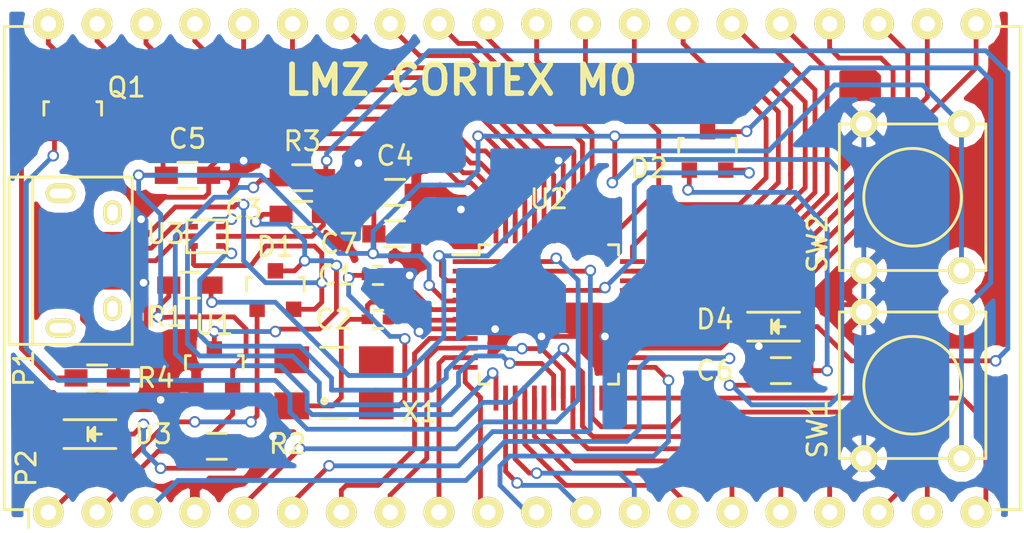
<source format=kicad_pcb>
(kicad_pcb (version 4) (host pcbnew 4.0.0-rc1-stable)

  (general
    (links 90)
    (no_connects 0)
    (area 112.63 96.006999 168.450001 125.052238)
    (thickness 1.6)
    (drawings 6)
    (tracks 752)
    (zones 0)
    (modules 24)
    (nets 59)
  )

  (page A4)
  (title_block
    (title "LMZ ARM M0")
    (date 2015-10-03)
    (rev Rev-1.1.0)
    (company LMZ)
  )

  (layers
    (0 F.Cu signal)
    (31 B.Cu signal)
    (32 B.Adhes user hide)
    (33 F.Adhes user hide)
    (34 B.Paste user)
    (35 F.Paste user)
    (36 B.SilkS user)
    (37 F.SilkS user)
    (38 B.Mask user)
    (39 F.Mask user)
    (40 Dwgs.User user hide)
    (41 Cmts.User user hide)
    (42 Eco1.User user hide)
    (43 Eco2.User user hide)
    (44 Edge.Cuts user)
    (45 Margin user)
    (46 B.CrtYd user)
    (47 F.CrtYd user)
    (48 B.Fab user)
    (49 F.Fab user)
  )

  (setup
    (last_trace_width 0.25)
    (user_trace_width 0.5)
    (trace_clearance 0.2)
    (zone_clearance 0.508)
    (zone_45_only no)
    (trace_min 0.2)
    (segment_width 0.2)
    (edge_width 0.1)
    (via_size 0.6)
    (via_drill 0.4)
    (via_min_size 0.4)
    (via_min_drill 0.3)
    (uvia_size 0.3)
    (uvia_drill 0.1)
    (uvias_allowed no)
    (uvia_min_size 0.2)
    (uvia_min_drill 0.1)
    (pcb_text_width 0.3)
    (pcb_text_size 1.5 1.5)
    (mod_edge_width 0.15)
    (mod_text_size 1 1)
    (mod_text_width 0.15)
    (pad_size 1.5 1.5)
    (pad_drill 0.6)
    (pad_to_mask_clearance 0)
    (aux_axis_origin 0 0)
    (visible_elements 7FFEFFBF)
    (pcbplotparams
      (layerselection 0x020f0_80000001)
      (usegerberextensions false)
      (excludeedgelayer true)
      (linewidth 0.100000)
      (plotframeref false)
      (viasonmask false)
      (mode 1)
      (useauxorigin false)
      (hpglpennumber 1)
      (hpglpenspeed 20)
      (hpglpendiameter 15)
      (hpglpenoverlay 2)
      (psnegative false)
      (psa4output false)
      (plotreference true)
      (plotvalue true)
      (plotinvisibletext false)
      (padsonsilk false)
      (subtractmaskfromsilk false)
      (outputformat 1)
      (mirror false)
      (drillshape 0)
      (scaleselection 1)
      (outputdirectory ""))
  )

  (net 0 "")
  (net 1 "Net-(C1-Pad1)")
  (net 2 GND)
  (net 3 "Net-(C2-Pad1)")
  (net 4 "Net-(C3-Pad1)")
  (net 5 +3V3)
  (net 6 "Net-(C6-Pad2)")
  (net 7 /EXT_5V)
  (net 8 +5VD)
  (net 9 /ISP_EN)
  (net 10 "Net-(D2-Pad3)")
  (net 11 "Net-(D3-Pad2)")
  (net 12 "Net-(D4-Pad2)")
  (net 13 "Net-(P1-Pad2)")
  (net 14 "Net-(P1-Pad3)")
  (net 15 "Net-(P1-Pad5)")
  (net 16 /P1_21)
  (net 17 /P1_25)
  (net 18 /P1_19)
  (net 19 /P0_20)
  (net 20 /P0_2)
  (net 21 /P1_26)
  (net 22 /P1_27)
  (net 23 /P1_31)
  (net 24 /P0_3)
  (net 25 /P0_4)
  (net 26 /P0_5)
  (net 27 /P0_21)
  (net 28 /P1_23)
  (net 29 /P1_24)
  (net 30 /PIO_6)
  (net 31 /P0_7)
  (net 32 /P1_28)
  (net 33 /P0_8)
  (net 34 /P0_9)
  (net 35 /P0_10)
  (net 36 /P0_22)
  (net 37 /P1_29)
  (net 38 /P0_11)
  (net 39 /P0_12)
  (net 40 /P0_13)
  (net 41 /P0_14)
  (net 42 /P1_13)
  (net 43 /P1_14)
  (net 44 /P1_22)
  (net 45 /P0_15)
  (net 46 /P0_16)
  (net 47 /P0_23)
  (net 48 /P1_15)
  (net 49 /P0_17)
  (net 50 /P0_18)
  (net 51 /P0_19)
  (net 52 /P1_16)
  (net 53 "Net-(Q1-Pad3)")
  (net 54 /RESET_PIO_0)
  (net 55 /PIO_20)
  (net 56 /USB_DM)
  (net 57 /USB_DP)
  (net 58 "Net-(X1-Pad3)")

  (net_class Default "This is the default net class."
    (clearance 0.2)
    (trace_width 0.25)
    (via_dia 0.6)
    (via_drill 0.4)
    (uvia_dia 0.3)
    (uvia_drill 0.1)
    (add_net +3V3)
    (add_net +5VD)
    (add_net /EXT_5V)
    (add_net /ISP_EN)
    (add_net /P0_10)
    (add_net /P0_11)
    (add_net /P0_12)
    (add_net /P0_13)
    (add_net /P0_14)
    (add_net /P0_15)
    (add_net /P0_16)
    (add_net /P0_17)
    (add_net /P0_18)
    (add_net /P0_19)
    (add_net /P0_2)
    (add_net /P0_20)
    (add_net /P0_21)
    (add_net /P0_22)
    (add_net /P0_23)
    (add_net /P0_3)
    (add_net /P0_4)
    (add_net /P0_5)
    (add_net /P0_7)
    (add_net /P0_8)
    (add_net /P0_9)
    (add_net /P1_13)
    (add_net /P1_14)
    (add_net /P1_15)
    (add_net /P1_16)
    (add_net /P1_19)
    (add_net /P1_21)
    (add_net /P1_22)
    (add_net /P1_23)
    (add_net /P1_24)
    (add_net /P1_25)
    (add_net /P1_26)
    (add_net /P1_27)
    (add_net /P1_28)
    (add_net /P1_29)
    (add_net /P1_31)
    (add_net /PIO_20)
    (add_net /PIO_6)
    (add_net /RESET_PIO_0)
    (add_net /USB_DM)
    (add_net /USB_DP)
    (add_net GND)
    (add_net "Net-(C1-Pad1)")
    (add_net "Net-(C2-Pad1)")
    (add_net "Net-(C3-Pad1)")
    (add_net "Net-(C6-Pad2)")
    (add_net "Net-(D2-Pad3)")
    (add_net "Net-(D3-Pad2)")
    (add_net "Net-(D4-Pad2)")
    (add_net "Net-(P1-Pad2)")
    (add_net "Net-(P1-Pad3)")
    (add_net "Net-(P1-Pad5)")
    (add_net "Net-(Q1-Pad3)")
    (add_net "Net-(X1-Pad3)")
  )

  (module Capacitors_SMD:C_0402 (layer F.Cu) (tedit 560F1DB3) (tstamp 560EF9CE)
    (at 134.62 110.363)
    (descr "Capacitor SMD 0402, reflow soldering, AVX (see smccp.pdf)")
    (tags "capacitor 0402")
    (path /56080C8B)
    (attr smd)
    (fp_text reference C1 (at -2.159 0) (layer F.SilkS)
      (effects (font (size 1 1) (thickness 0.15)))
    )
    (fp_text value 18pf (at 0 1.7) (layer F.Fab)
      (effects (font (size 1 1) (thickness 0.15)))
    )
    (fp_line (start -1.15 -0.6) (end 1.15 -0.6) (layer F.CrtYd) (width 0.05))
    (fp_line (start -1.15 0.6) (end 1.15 0.6) (layer F.CrtYd) (width 0.05))
    (fp_line (start -1.15 -0.6) (end -1.15 0.6) (layer F.CrtYd) (width 0.05))
    (fp_line (start 1.15 -0.6) (end 1.15 0.6) (layer F.CrtYd) (width 0.05))
    (fp_line (start 0.25 -0.475) (end -0.25 -0.475) (layer F.SilkS) (width 0.15))
    (fp_line (start -0.25 0.475) (end 0.25 0.475) (layer F.SilkS) (width 0.15))
    (pad 1 smd rect (at -0.55 0) (size 0.6 0.5) (layers F.Cu F.Paste F.Mask)
      (net 1 "Net-(C1-Pad1)"))
    (pad 2 smd rect (at 0.55 0) (size 0.6 0.5) (layers F.Cu F.Paste F.Mask)
      (net 2 GND))
    (model Capacitors_SMD.3dshapes/C_0402.wrl
      (at (xyz 0 0 0))
      (scale (xyz 1 1 1))
      (rotate (xyz 0 0 0))
    )
  )

  (module Capacitors_SMD:C_0402 (layer F.Cu) (tedit 560F1DAC) (tstamp 560EF9DA)
    (at 134.62 112.649)
    (descr "Capacitor SMD 0402, reflow soldering, AVX (see smccp.pdf)")
    (tags "capacitor 0402")
    (path /56080E85)
    (attr smd)
    (fp_text reference C2 (at -2.286 0) (layer F.SilkS)
      (effects (font (size 1 1) (thickness 0.15)))
    )
    (fp_text value 18pf (at 0 1.7) (layer F.Fab)
      (effects (font (size 1 1) (thickness 0.15)))
    )
    (fp_line (start -1.15 -0.6) (end 1.15 -0.6) (layer F.CrtYd) (width 0.05))
    (fp_line (start -1.15 0.6) (end 1.15 0.6) (layer F.CrtYd) (width 0.05))
    (fp_line (start -1.15 -0.6) (end -1.15 0.6) (layer F.CrtYd) (width 0.05))
    (fp_line (start 1.15 -0.6) (end 1.15 0.6) (layer F.CrtYd) (width 0.05))
    (fp_line (start 0.25 -0.475) (end -0.25 -0.475) (layer F.SilkS) (width 0.15))
    (fp_line (start -0.25 0.475) (end 0.25 0.475) (layer F.SilkS) (width 0.15))
    (pad 1 smd rect (at -0.55 0) (size 0.6 0.5) (layers F.Cu F.Paste F.Mask)
      (net 3 "Net-(C2-Pad1)"))
    (pad 2 smd rect (at 0.55 0) (size 0.6 0.5) (layers F.Cu F.Paste F.Mask)
      (net 2 GND))
    (model Capacitors_SMD.3dshapes/C_0402.wrl
      (at (xyz 0 0 0))
      (scale (xyz 1 1 1))
      (rotate (xyz 0 0 0))
    )
  )

  (module Resistors_SMD:R_0603_HandSoldering (layer F.Cu) (tedit 560F1DD3) (tstamp 560EF9E6)
    (at 130.683 107.188)
    (descr "Resistor SMD 0603, hand soldering")
    (tags "resistor 0603")
    (path /5608903C)
    (attr smd)
    (fp_text reference C3 (at -3.048 -0.254) (layer F.SilkS)
      (effects (font (size 1 1) (thickness 0.15)))
    )
    (fp_text value 1uF (at 0 1.9) (layer F.Fab)
      (effects (font (size 1 1) (thickness 0.15)))
    )
    (fp_line (start -2 -0.8) (end 2 -0.8) (layer F.CrtYd) (width 0.05))
    (fp_line (start -2 0.8) (end 2 0.8) (layer F.CrtYd) (width 0.05))
    (fp_line (start -2 -0.8) (end -2 0.8) (layer F.CrtYd) (width 0.05))
    (fp_line (start 2 -0.8) (end 2 0.8) (layer F.CrtYd) (width 0.05))
    (fp_line (start 0.5 0.675) (end -0.5 0.675) (layer F.SilkS) (width 0.15))
    (fp_line (start -0.5 -0.675) (end 0.5 -0.675) (layer F.SilkS) (width 0.15))
    (pad 1 smd rect (at -1.1 0) (size 1.2 0.9) (layers F.Cu F.Paste F.Mask)
      (net 4 "Net-(C3-Pad1)"))
    (pad 2 smd rect (at 1.1 0) (size 1.2 0.9) (layers F.Cu F.Paste F.Mask)
      (net 2 GND))
    (model Resistors_SMD.3dshapes/R_0603_HandSoldering.wrl
      (at (xyz 0 0 0))
      (scale (xyz 1 1 1))
      (rotate (xyz 0 0 0))
    )
  )

  (module Resistors_SMD:R_0603_HandSoldering (layer F.Cu) (tedit 5418A00F) (tstamp 560EF9F2)
    (at 135.509 106.045)
    (descr "Resistor SMD 0603, hand soldering")
    (tags "resistor 0603")
    (path /5608198D)
    (attr smd)
    (fp_text reference C4 (at 0 -1.9) (layer F.SilkS)
      (effects (font (size 1 1) (thickness 0.15)))
    )
    (fp_text value 0.1uF (at 0 1.9) (layer F.Fab)
      (effects (font (size 1 1) (thickness 0.15)))
    )
    (fp_line (start -2 -0.8) (end 2 -0.8) (layer F.CrtYd) (width 0.05))
    (fp_line (start -2 0.8) (end 2 0.8) (layer F.CrtYd) (width 0.05))
    (fp_line (start -2 -0.8) (end -2 0.8) (layer F.CrtYd) (width 0.05))
    (fp_line (start 2 -0.8) (end 2 0.8) (layer F.CrtYd) (width 0.05))
    (fp_line (start 0.5 0.675) (end -0.5 0.675) (layer F.SilkS) (width 0.15))
    (fp_line (start -0.5 -0.675) (end 0.5 -0.675) (layer F.SilkS) (width 0.15))
    (pad 1 smd rect (at -1.1 0) (size 1.2 0.9) (layers F.Cu F.Paste F.Mask)
      (net 5 +3V3))
    (pad 2 smd rect (at 1.1 0) (size 1.2 0.9) (layers F.Cu F.Paste F.Mask)
      (net 2 GND))
    (model Resistors_SMD.3dshapes/R_0603_HandSoldering.wrl
      (at (xyz 0 0 0))
      (scale (xyz 1 1 1))
      (rotate (xyz 0 0 0))
    )
  )

  (module Resistors_SMD:R_0603_HandSoldering (layer F.Cu) (tedit 5418A00F) (tstamp 560EF9FE)
    (at 124.714 105.156)
    (descr "Resistor SMD 0603, hand soldering")
    (tags "resistor 0603")
    (path /56089189)
    (attr smd)
    (fp_text reference C5 (at 0 -1.9) (layer F.SilkS)
      (effects (font (size 1 1) (thickness 0.15)))
    )
    (fp_text value 1uF (at 0 1.9) (layer F.Fab)
      (effects (font (size 1 1) (thickness 0.15)))
    )
    (fp_line (start -2 -0.8) (end 2 -0.8) (layer F.CrtYd) (width 0.05))
    (fp_line (start -2 0.8) (end 2 0.8) (layer F.CrtYd) (width 0.05))
    (fp_line (start -2 -0.8) (end -2 0.8) (layer F.CrtYd) (width 0.05))
    (fp_line (start 2 -0.8) (end 2 0.8) (layer F.CrtYd) (width 0.05))
    (fp_line (start 0.5 0.675) (end -0.5 0.675) (layer F.SilkS) (width 0.15))
    (fp_line (start -0.5 -0.675) (end 0.5 -0.675) (layer F.SilkS) (width 0.15))
    (pad 1 smd rect (at -1.1 0) (size 1.2 0.9) (layers F.Cu F.Paste F.Mask)
      (net 5 +3V3))
    (pad 2 smd rect (at 1.1 0) (size 1.2 0.9) (layers F.Cu F.Paste F.Mask)
      (net 2 GND))
    (model Resistors_SMD.3dshapes/R_0603_HandSoldering.wrl
      (at (xyz 0 0 0))
      (scale (xyz 1 1 1))
      (rotate (xyz 0 0 0))
    )
  )

  (module Resistors_SMD:R_0603_HandSoldering (layer F.Cu) (tedit 560F1DC0) (tstamp 560EFA0A)
    (at 155.575 115.316)
    (descr "Resistor SMD 0603, hand soldering")
    (tags "resistor 0603")
    (path /5608B676)
    (attr smd)
    (fp_text reference C6 (at -3.429 0) (layer F.SilkS)
      (effects (font (size 1 1) (thickness 0.15)))
    )
    (fp_text value 0.1uF (at 0 1.9) (layer F.Fab)
      (effects (font (size 1 1) (thickness 0.15)))
    )
    (fp_line (start -2 -0.8) (end 2 -0.8) (layer F.CrtYd) (width 0.05))
    (fp_line (start -2 0.8) (end 2 0.8) (layer F.CrtYd) (width 0.05))
    (fp_line (start -2 -0.8) (end -2 0.8) (layer F.CrtYd) (width 0.05))
    (fp_line (start 2 -0.8) (end 2 0.8) (layer F.CrtYd) (width 0.05))
    (fp_line (start 0.5 0.675) (end -0.5 0.675) (layer F.SilkS) (width 0.15))
    (fp_line (start -0.5 -0.675) (end 0.5 -0.675) (layer F.SilkS) (width 0.15))
    (pad 1 smd rect (at -1.1 0) (size 1.2 0.9) (layers F.Cu F.Paste F.Mask)
      (net 5 +3V3))
    (pad 2 smd rect (at 1.1 0) (size 1.2 0.9) (layers F.Cu F.Paste F.Mask)
      (net 6 "Net-(C6-Pad2)"))
    (model Resistors_SMD.3dshapes/R_0603_HandSoldering.wrl
      (at (xyz 0 0 0))
      (scale (xyz 1 1 1))
      (rotate (xyz 0 0 0))
    )
  )

  (module Resistors_SMD:R_0603_HandSoldering (layer F.Cu) (tedit 560F1DDE) (tstamp 560EFA16)
    (at 135.509 108.204)
    (descr "Resistor SMD 0603, hand soldering")
    (tags "resistor 0603")
    (path /560826FD)
    (attr smd)
    (fp_text reference C7 (at -2.921 0.508) (layer F.SilkS)
      (effects (font (size 1 1) (thickness 0.15)))
    )
    (fp_text value 0.1uF (at 0 1.9) (layer F.Fab)
      (effects (font (size 1 1) (thickness 0.15)))
    )
    (fp_line (start -2 -0.8) (end 2 -0.8) (layer F.CrtYd) (width 0.05))
    (fp_line (start -2 0.8) (end 2 0.8) (layer F.CrtYd) (width 0.05))
    (fp_line (start -2 -0.8) (end -2 0.8) (layer F.CrtYd) (width 0.05))
    (fp_line (start 2 -0.8) (end 2 0.8) (layer F.CrtYd) (width 0.05))
    (fp_line (start 0.5 0.675) (end -0.5 0.675) (layer F.SilkS) (width 0.15))
    (fp_line (start -0.5 -0.675) (end 0.5 -0.675) (layer F.SilkS) (width 0.15))
    (pad 1 smd rect (at -1.1 0) (size 1.2 0.9) (layers F.Cu F.Paste F.Mask)
      (net 5 +3V3))
    (pad 2 smd rect (at 1.1 0) (size 1.2 0.9) (layers F.Cu F.Paste F.Mask)
      (net 2 GND))
    (model Resistors_SMD.3dshapes/R_0603_HandSoldering.wrl
      (at (xyz 0 0 0))
      (scale (xyz 1 1 1))
      (rotate (xyz 0 0 0))
    )
  )

  (module Housings_SOT-23_SOT-143_TSOT-6:SOT-23 (layer F.Cu) (tedit 553634F8) (tstamp 560EFA26)
    (at 129.286 111.125)
    (descr "SOT-23, Standard")
    (tags SOT-23)
    (path /5608482F)
    (attr smd)
    (fp_text reference D1 (at 0 -2.25) (layer F.SilkS)
      (effects (font (size 1 1) (thickness 0.15)))
    )
    (fp_text value BAS04 (at 0 2.3) (layer F.Fab)
      (effects (font (size 1 1) (thickness 0.15)))
    )
    (fp_line (start -1.65 -1.6) (end 1.65 -1.6) (layer F.CrtYd) (width 0.05))
    (fp_line (start 1.65 -1.6) (end 1.65 1.6) (layer F.CrtYd) (width 0.05))
    (fp_line (start 1.65 1.6) (end -1.65 1.6) (layer F.CrtYd) (width 0.05))
    (fp_line (start -1.65 1.6) (end -1.65 -1.6) (layer F.CrtYd) (width 0.05))
    (fp_line (start 1.29916 -0.65024) (end 1.2509 -0.65024) (layer F.SilkS) (width 0.15))
    (fp_line (start -1.49982 0.0508) (end -1.49982 -0.65024) (layer F.SilkS) (width 0.15))
    (fp_line (start -1.49982 -0.65024) (end -1.2509 -0.65024) (layer F.SilkS) (width 0.15))
    (fp_line (start 1.29916 -0.65024) (end 1.49982 -0.65024) (layer F.SilkS) (width 0.15))
    (fp_line (start 1.49982 -0.65024) (end 1.49982 0.0508) (layer F.SilkS) (width 0.15))
    (pad 1 smd rect (at -0.95 1.00076) (size 0.8001 0.8001) (layers F.Cu F.Paste F.Mask)
      (net 7 /EXT_5V))
    (pad 2 smd rect (at 0.95 1.00076) (size 0.8001 0.8001) (layers F.Cu F.Paste F.Mask)
      (net 8 +5VD))
    (pad 3 smd rect (at 0 -0.99822) (size 0.8001 0.8001) (layers F.Cu F.Paste F.Mask)
      (net 4 "Net-(C3-Pad1)"))
    (model Housings_SOT-23_SOT-143_TSOT-6.3dshapes/SOT-23.wrl
      (at (xyz 0 0 0))
      (scale (xyz 1 1 1))
      (rotate (xyz 0 0 0))
    )
  )

  (module Housings_SOT-23_SOT-143_TSOT-6:SOT-23 (layer F.Cu) (tedit 560F1E20) (tstamp 560EFA36)
    (at 151.765 103.886)
    (descr "SOT-23, Standard")
    (tags SOT-23)
    (path /560848C4)
    (attr smd)
    (fp_text reference D2 (at -3.048 0.889) (layer F.SilkS)
      (effects (font (size 1 1) (thickness 0.15)))
    )
    (fp_text value BAS04 (at 0 2.3) (layer F.Fab)
      (effects (font (size 1 1) (thickness 0.15)))
    )
    (fp_line (start -1.65 -1.6) (end 1.65 -1.6) (layer F.CrtYd) (width 0.05))
    (fp_line (start 1.65 -1.6) (end 1.65 1.6) (layer F.CrtYd) (width 0.05))
    (fp_line (start 1.65 1.6) (end -1.65 1.6) (layer F.CrtYd) (width 0.05))
    (fp_line (start -1.65 1.6) (end -1.65 -1.6) (layer F.CrtYd) (width 0.05))
    (fp_line (start 1.29916 -0.65024) (end 1.2509 -0.65024) (layer F.SilkS) (width 0.15))
    (fp_line (start -1.49982 0.0508) (end -1.49982 -0.65024) (layer F.SilkS) (width 0.15))
    (fp_line (start -1.49982 -0.65024) (end -1.2509 -0.65024) (layer F.SilkS) (width 0.15))
    (fp_line (start 1.29916 -0.65024) (end 1.49982 -0.65024) (layer F.SilkS) (width 0.15))
    (fp_line (start 1.49982 -0.65024) (end 1.49982 0.0508) (layer F.SilkS) (width 0.15))
    (pad 1 smd rect (at -0.95 1.00076) (size 0.8001 0.8001) (layers F.Cu F.Paste F.Mask)
      (net 6 "Net-(C6-Pad2)"))
    (pad 2 smd rect (at 0.95 1.00076) (size 0.8001 0.8001) (layers F.Cu F.Paste F.Mask)
      (net 9 /ISP_EN))
    (pad 3 smd rect (at 0 -0.99822) (size 0.8001 0.8001) (layers F.Cu F.Paste F.Mask)
      (net 10 "Net-(D2-Pad3)"))
    (model Housings_SOT-23_SOT-143_TSOT-6.3dshapes/SOT-23.wrl
      (at (xyz 0 0 0))
      (scale (xyz 1 1 1))
      (rotate (xyz 0 0 0))
    )
  )

  (module LEDs:LED-0805 (layer F.Cu) (tedit 560F1D8A) (tstamp 560EFA49)
    (at 119.888 118.618)
    (descr "LED 0805 smd package")
    (tags "LED 0805 SMD")
    (path /56083B1E)
    (attr smd)
    (fp_text reference D3 (at 3.048 0) (layer F.SilkS)
      (effects (font (size 1 1) (thickness 0.15)))
    )
    (fp_text value "Led grn" (at 0 1.75) (layer F.Fab)
      (effects (font (size 1 1) (thickness 0.15)))
    )
    (fp_line (start -1.6 0.75) (end 1.1 0.75) (layer F.SilkS) (width 0.15))
    (fp_line (start -1.6 -0.75) (end 1.1 -0.75) (layer F.SilkS) (width 0.15))
    (fp_line (start -0.1 0.15) (end -0.1 -0.1) (layer F.SilkS) (width 0.15))
    (fp_line (start -0.1 -0.1) (end -0.25 0.05) (layer F.SilkS) (width 0.15))
    (fp_line (start -0.35 -0.35) (end -0.35 0.35) (layer F.SilkS) (width 0.15))
    (fp_line (start 0 0) (end 0.35 0) (layer F.SilkS) (width 0.15))
    (fp_line (start -0.35 0) (end 0 -0.35) (layer F.SilkS) (width 0.15))
    (fp_line (start 0 -0.35) (end 0 0.35) (layer F.SilkS) (width 0.15))
    (fp_line (start 0 0.35) (end -0.35 0) (layer F.SilkS) (width 0.15))
    (fp_line (start 1.9 -0.95) (end 1.9 0.95) (layer F.CrtYd) (width 0.05))
    (fp_line (start 1.9 0.95) (end -1.9 0.95) (layer F.CrtYd) (width 0.05))
    (fp_line (start -1.9 0.95) (end -1.9 -0.95) (layer F.CrtYd) (width 0.05))
    (fp_line (start -1.9 -0.95) (end 1.9 -0.95) (layer F.CrtYd) (width 0.05))
    (pad 2 smd rect (at 1.04902 0 180) (size 1.19888 1.19888) (layers F.Cu F.Paste F.Mask)
      (net 11 "Net-(D3-Pad2)"))
    (pad 1 smd rect (at -1.04902 0 180) (size 1.19888 1.19888) (layers F.Cu F.Paste F.Mask)
      (net 2 GND))
    (model LEDs.3dshapes/LED-0805.wrl
      (at (xyz 0 0 0))
      (scale (xyz 1 1 1))
      (rotate (xyz 0 0 0))
    )
  )

  (module LEDs:LED-0805 (layer F.Cu) (tedit 560F1DC7) (tstamp 560EFA5C)
    (at 155.448 113.03)
    (descr "LED 0805 smd package")
    (tags "LED 0805 SMD")
    (path /560841C1)
    (attr smd)
    (fp_text reference D4 (at -3.302 -0.381) (layer F.SilkS)
      (effects (font (size 1 1) (thickness 0.15)))
    )
    (fp_text value "Led red" (at 0 1.75) (layer F.Fab)
      (effects (font (size 1 1) (thickness 0.15)))
    )
    (fp_line (start -1.6 0.75) (end 1.1 0.75) (layer F.SilkS) (width 0.15))
    (fp_line (start -1.6 -0.75) (end 1.1 -0.75) (layer F.SilkS) (width 0.15))
    (fp_line (start -0.1 0.15) (end -0.1 -0.1) (layer F.SilkS) (width 0.15))
    (fp_line (start -0.1 -0.1) (end -0.25 0.05) (layer F.SilkS) (width 0.15))
    (fp_line (start -0.35 -0.35) (end -0.35 0.35) (layer F.SilkS) (width 0.15))
    (fp_line (start 0 0) (end 0.35 0) (layer F.SilkS) (width 0.15))
    (fp_line (start -0.35 0) (end 0 -0.35) (layer F.SilkS) (width 0.15))
    (fp_line (start 0 -0.35) (end 0 0.35) (layer F.SilkS) (width 0.15))
    (fp_line (start 0 0.35) (end -0.35 0) (layer F.SilkS) (width 0.15))
    (fp_line (start 1.9 -0.95) (end 1.9 0.95) (layer F.CrtYd) (width 0.05))
    (fp_line (start 1.9 0.95) (end -1.9 0.95) (layer F.CrtYd) (width 0.05))
    (fp_line (start -1.9 0.95) (end -1.9 -0.95) (layer F.CrtYd) (width 0.05))
    (fp_line (start -1.9 -0.95) (end 1.9 -0.95) (layer F.CrtYd) (width 0.05))
    (pad 2 smd rect (at 1.04902 0 180) (size 1.19888 1.19888) (layers F.Cu F.Paste F.Mask)
      (net 12 "Net-(D4-Pad2)"))
    (pad 1 smd rect (at -1.04902 0 180) (size 1.19888 1.19888) (layers F.Cu F.Paste F.Mask)
      (net 2 GND))
    (model LEDs.3dshapes/LED-0805.wrl
      (at (xyz 0 0 0))
      (scale (xyz 1 1 1))
      (rotate (xyz 0 0 0))
    )
  )

  (module Connect:USB_Micro-B (layer F.Cu) (tedit 56DF2A3E) (tstamp 560EFA72)
    (at 119.253 109.601 270)
    (descr "Micro USB Type B Receptacle")
    (tags "USB USB_B USB_micro USB_OTG")
    (path /560856DA)
    (attr smd)
    (fp_text reference P1 (at 5.588 3.048 270) (layer F.SilkS)
      (effects (font (size 1 1) (thickness 0.15)))
    )
    (fp_text value USB_B (at -0.001 0.653 270) (layer F.Fab)
      (effects (font (size 1 1) (thickness 0.15)))
    )
    (fp_line (start -4.6 -2.8) (end 4.6 -2.8) (layer F.CrtYd) (width 0.05))
    (fp_line (start 4.6 -2.8) (end 4.6 4.05) (layer F.CrtYd) (width 0.05))
    (fp_line (start 4.6 4.05) (end -4.6 4.05) (layer F.CrtYd) (width 0.05))
    (fp_line (start -4.6 4.05) (end -4.6 -2.8) (layer F.CrtYd) (width 0.05))
    (fp_line (start -4.3509 3.81746) (end 4.3491 3.81746) (layer F.SilkS) (width 0.15))
    (fp_line (start -4.3509 -2.58754) (end 4.3491 -2.58754) (layer F.SilkS) (width 0.15))
    (fp_line (start 4.3491 -2.58754) (end 4.3491 3.81746) (layer F.SilkS) (width 0.15))
    (fp_line (start 4.3491 2.58746) (end -4.3509 2.58746) (layer F.SilkS) (width 0.15))
    (fp_line (start -4.3509 3.81746) (end -4.3509 -2.58754) (layer F.SilkS) (width 0.15))
    (pad 1 smd rect (at -1.3009 -1.56254) (size 1.35 0.4) (layers F.Cu F.Paste F.Mask)
      (net 8 +5VD))
    (pad 2 smd rect (at -0.6509 -1.56254) (size 1.35 0.4) (layers F.Cu F.Paste F.Mask)
      (net 13 "Net-(P1-Pad2)"))
    (pad 3 smd rect (at -0.0009 -1.56254) (size 1.35 0.4) (layers F.Cu F.Paste F.Mask)
      (net 14 "Net-(P1-Pad3)"))
    (pad 4 smd rect (at 0.6491 -1.56254) (size 1.35 0.4) (layers F.Cu F.Paste F.Mask)
      (net 2 GND))
    (pad 5 smd rect (at 1.2991 -1.56254) (size 1.35 0.4) (layers F.Cu F.Paste F.Mask)
      (net 15 "Net-(P1-Pad5)"))
    (pad 6 thru_hole oval (at -2.5009 -1.56254) (size 0.95 1.25) (drill oval 0.55 0.85) (layers *.Cu *.Mask F.SilkS))
    (pad 6 thru_hole oval (at 2.4991 -1.56254) (size 0.95 1.25) (drill oval 0.55 0.85) (layers *.Cu *.Mask F.SilkS))
    (pad 6 thru_hole oval (at -3.5009 1.13746) (size 1.55 1) (drill oval 1.15 0.5) (layers *.Cu *.Mask F.SilkS))
    (pad 6 thru_hole oval (at 3.4991 1.13746) (size 1.55 1) (drill oval 1.15 0.5) (layers *.Cu *.Mask F.SilkS))
  )

  (module Housings_DIP:DIP-40_W25.4mm (layer F.Cu) (tedit 56DF2AFB) (tstamp 560EFAA9)
    (at 117.475 122.682 90)
    (descr "40-lead dip package, row spacing 25.4 mm (1000 mils)")
    (tags "dil dip 2.54 1000")
    (path /560D5F22)
    (fp_text reference P2 (at 2.286 -1.143 90) (layer F.SilkS)
      (effects (font (size 1 1) (thickness 0.15)))
    )
    (fp_text value DIL40 (at 3.082 -1.275 90) (layer F.Fab) hide
      (effects (font (size 1 1) (thickness 0.15)))
    )
    (fp_line (start -1.05 -2.45) (end -1.05 50.75) (layer F.CrtYd) (width 0.05))
    (fp_line (start 26.45 -2.45) (end 26.45 50.75) (layer F.CrtYd) (width 0.05))
    (fp_line (start -1.05 -2.45) (end 26.45 -2.45) (layer F.CrtYd) (width 0.05))
    (fp_line (start -1.05 50.75) (end 26.45 50.75) (layer F.CrtYd) (width 0.05))
    (fp_line (start 0.135 -2.295) (end 0.135 -1.025) (layer F.SilkS) (width 0.15))
    (fp_line (start 25.265 -2.295) (end 25.265 -1.025) (layer F.SilkS) (width 0.15))
    (fp_line (start 25.265 50.555) (end 25.265 49.285) (layer F.SilkS) (width 0.15))
    (fp_line (start 0.135 50.555) (end 0.135 49.285) (layer F.SilkS) (width 0.15))
    (fp_line (start 0.135 -2.295) (end 25.265 -2.295) (layer F.SilkS) (width 0.15))
    (fp_line (start 0.135 50.555) (end 25.265 50.555) (layer F.SilkS) (width 0.15))
    (fp_line (start 0.135 -1.025) (end -0.8 -1.025) (layer F.SilkS) (width 0.15))
    (pad 1 thru_hole oval (at 0 0 90) (size 1.6 1.6) (drill 0.8) (layers *.Cu *.Mask F.SilkS)
      (net 7 /EXT_5V))
    (pad 2 thru_hole oval (at 0 2.54 90) (size 1.6 1.6) (drill 0.8) (layers *.Cu *.Mask F.SilkS)
      (net 5 +3V3))
    (pad 3 thru_hole oval (at 0 5.08 90) (size 1.6 1.6) (drill 0.8) (layers *.Cu *.Mask F.SilkS)
      (net 16 /P1_21))
    (pad 4 thru_hole oval (at 0 7.62 90) (size 1.6 1.6) (drill 0.8) (layers *.Cu *.Mask F.SilkS)
      (net 2 GND))
    (pad 5 thru_hole oval (at 0 10.16 90) (size 1.6 1.6) (drill 0.8) (layers *.Cu *.Mask F.SilkS)
      (net 17 /P1_25))
    (pad 6 thru_hole oval (at 0 12.7 90) (size 1.6 1.6) (drill 0.8) (layers *.Cu *.Mask F.SilkS)
      (net 18 /P1_19))
    (pad 7 thru_hole oval (at 0 15.24 90) (size 1.6 1.6) (drill 0.8) (layers *.Cu *.Mask F.SilkS)
      (net 19 /P0_20))
    (pad 8 thru_hole oval (at 0 17.78 90) (size 1.6 1.6) (drill 0.8) (layers *.Cu *.Mask F.SilkS)
      (net 20 /P0_2))
    (pad 9 thru_hole oval (at 0 20.32 90) (size 1.6 1.6) (drill 0.8) (layers *.Cu *.Mask F.SilkS)
      (net 21 /P1_26))
    (pad 10 thru_hole oval (at 0 22.86 90) (size 1.6 1.6) (drill 0.8) (layers *.Cu *.Mask F.SilkS)
      (net 22 /P1_27))
    (pad 11 thru_hole oval (at 0 25.4 90) (size 1.6 1.6) (drill 0.8) (layers *.Cu *.Mask F.SilkS)
      (net 23 /P1_31))
    (pad 12 thru_hole oval (at 0 27.94 90) (size 1.6 1.6) (drill 0.8) (layers *.Cu *.Mask F.SilkS)
      (net 24 /P0_3))
    (pad 13 thru_hole oval (at 0 30.48 90) (size 1.6 1.6) (drill 0.8) (layers *.Cu *.Mask F.SilkS)
      (net 25 /P0_4))
    (pad 14 thru_hole oval (at 0 33.02 90) (size 1.6 1.6) (drill 0.8) (layers *.Cu *.Mask F.SilkS)
      (net 26 /P0_5))
    (pad 15 thru_hole oval (at 0 35.56 90) (size 1.6 1.6) (drill 0.8) (layers *.Cu *.Mask F.SilkS)
      (net 27 /P0_21))
    (pad 16 thru_hole oval (at 0 38.1 90) (size 1.6 1.6) (drill 0.8) (layers *.Cu *.Mask F.SilkS)
      (net 28 /P1_23))
    (pad 17 thru_hole oval (at 0 40.64 90) (size 1.6 1.6) (drill 0.8) (layers *.Cu *.Mask F.SilkS)
      (net 29 /P1_24))
    (pad 18 thru_hole oval (at 0 43.18 90) (size 1.6 1.6) (drill 0.8) (layers *.Cu *.Mask F.SilkS)
      (net 30 /PIO_6))
    (pad 19 thru_hole oval (at 0 45.72 90) (size 1.6 1.6) (drill 0.8) (layers *.Cu *.Mask F.SilkS)
      (net 31 /P0_7))
    (pad 20 thru_hole oval (at 0 48.26 90) (size 1.6 1.6) (drill 0.8) (layers *.Cu *.Mask F.SilkS)
      (net 32 /P1_28))
    (pad 21 thru_hole oval (at 25.4 48.26 90) (size 1.6 1.6) (drill 0.8) (layers *.Cu *.Mask F.SilkS)
      (net 33 /P0_8))
    (pad 22 thru_hole oval (at 25.4 45.72 90) (size 1.6 1.6) (drill 0.8) (layers *.Cu *.Mask F.SilkS)
      (net 34 /P0_9))
    (pad 23 thru_hole oval (at 25.4 43.18 90) (size 1.6 1.6) (drill 0.8) (layers *.Cu *.Mask F.SilkS)
      (net 35 /P0_10))
    (pad 24 thru_hole oval (at 25.4 40.64 90) (size 1.6 1.6) (drill 0.8) (layers *.Cu *.Mask F.SilkS)
      (net 36 /P0_22))
    (pad 25 thru_hole oval (at 25.4 38.1 90) (size 1.6 1.6) (drill 0.8) (layers *.Cu *.Mask F.SilkS)
      (net 37 /P1_29))
    (pad 26 thru_hole oval (at 25.4 35.56 90) (size 1.6 1.6) (drill 0.8) (layers *.Cu *.Mask F.SilkS)
      (net 38 /P0_11))
    (pad 27 thru_hole oval (at 25.4 33.02 90) (size 1.6 1.6) (drill 0.8) (layers *.Cu *.Mask F.SilkS)
      (net 39 /P0_12))
    (pad 28 thru_hole oval (at 25.4 30.48 90) (size 1.6 1.6) (drill 0.8) (layers *.Cu *.Mask F.SilkS)
      (net 40 /P0_13))
    (pad 29 thru_hole oval (at 25.4 27.94 90) (size 1.6 1.6) (drill 0.8) (layers *.Cu *.Mask F.SilkS)
      (net 41 /P0_14))
    (pad 30 thru_hole oval (at 25.4 25.4 90) (size 1.6 1.6) (drill 0.8) (layers *.Cu *.Mask F.SilkS)
      (net 42 /P1_13))
    (pad 31 thru_hole oval (at 25.4 22.86 90) (size 1.6 1.6) (drill 0.8) (layers *.Cu *.Mask F.SilkS)
      (net 43 /P1_14))
    (pad 32 thru_hole oval (at 25.4 20.32 90) (size 1.6 1.6) (drill 0.8) (layers *.Cu *.Mask F.SilkS)
      (net 44 /P1_22))
    (pad 33 thru_hole oval (at 25.4 17.78 90) (size 1.6 1.6) (drill 0.8) (layers *.Cu *.Mask F.SilkS)
      (net 45 /P0_15))
    (pad 34 thru_hole oval (at 25.4 15.24 90) (size 1.6 1.6) (drill 0.8) (layers *.Cu *.Mask F.SilkS)
      (net 46 /P0_16))
    (pad 35 thru_hole oval (at 25.4 12.7 90) (size 1.6 1.6) (drill 0.8) (layers *.Cu *.Mask F.SilkS)
      (net 47 /P0_23))
    (pad 36 thru_hole oval (at 25.4 10.16 90) (size 1.6 1.6) (drill 0.8) (layers *.Cu *.Mask F.SilkS)
      (net 48 /P1_15))
    (pad 37 thru_hole oval (at 25.4 7.62 90) (size 1.6 1.6) (drill 0.8) (layers *.Cu *.Mask F.SilkS)
      (net 49 /P0_17))
    (pad 38 thru_hole oval (at 25.4 5.08 90) (size 1.6 1.6) (drill 0.8) (layers *.Cu *.Mask F.SilkS)
      (net 50 /P0_18))
    (pad 39 thru_hole oval (at 25.4 2.54 90) (size 1.6 1.6) (drill 0.8) (layers *.Cu *.Mask F.SilkS)
      (net 51 /P0_19))
    (pad 40 thru_hole oval (at 25.4 0 90) (size 1.6 1.6) (drill 0.8) (layers *.Cu *.Mask F.SilkS)
      (net 52 /P1_16))
    (model Housings_DIP.3dshapes/DIP-40_W25.4mm.wrl
      (at (xyz 0 0 0))
      (scale (xyz 1 1 1))
      (rotate (xyz 0 0 0))
    )
  )

  (module TO_SOT_Packages_SMD:SOT-23 (layer F.Cu) (tedit 56DF2B18) (tstamp 560EFAB9)
    (at 118.745 101.981)
    (descr "SOT-23, Standard")
    (tags SOT-23)
    (path /560871A4)
    (attr smd)
    (fp_text reference Q1 (at 2.794 -1.397) (layer F.SilkS)
      (effects (font (size 1 1) (thickness 0.15)))
    )
    (fp_text value DTA114E (at 0 2.3) (layer F.Fab) hide
      (effects (font (size 1 1) (thickness 0.15)))
    )
    (fp_line (start -1.65 -1.6) (end 1.65 -1.6) (layer F.CrtYd) (width 0.05))
    (fp_line (start 1.65 -1.6) (end 1.65 1.6) (layer F.CrtYd) (width 0.05))
    (fp_line (start 1.65 1.6) (end -1.65 1.6) (layer F.CrtYd) (width 0.05))
    (fp_line (start -1.65 1.6) (end -1.65 -1.6) (layer F.CrtYd) (width 0.05))
    (fp_line (start 1.29916 -0.65024) (end 1.2509 -0.65024) (layer F.SilkS) (width 0.15))
    (fp_line (start -1.49982 0.0508) (end -1.49982 -0.65024) (layer F.SilkS) (width 0.15))
    (fp_line (start -1.49982 -0.65024) (end -1.2509 -0.65024) (layer F.SilkS) (width 0.15))
    (fp_line (start 1.29916 -0.65024) (end 1.49982 -0.65024) (layer F.SilkS) (width 0.15))
    (fp_line (start 1.49982 -0.65024) (end 1.49982 0.0508) (layer F.SilkS) (width 0.15))
    (pad 1 smd rect (at -0.95 1.00076) (size 0.8001 0.8001) (layers F.Cu F.Paste F.Mask)
      (net 30 /PIO_6))
    (pad 2 smd rect (at 0.95 1.00076) (size 0.8001 0.8001) (layers F.Cu F.Paste F.Mask)
      (net 5 +3V3))
    (pad 3 smd rect (at 0 -0.99822) (size 0.8001 0.8001) (layers F.Cu F.Paste F.Mask)
      (net 53 "Net-(Q1-Pad3)"))
    (model TO_SOT_Packages_SMD.3dshapes/SOT-23.wrl
      (at (xyz 0 0 0))
      (scale (xyz 1 1 1))
      (rotate (xyz 0 0 0))
    )
  )

  (module Resistors_SMD:R_0603_HandSoldering (layer F.Cu) (tedit 560F1D93) (tstamp 560EFAD1)
    (at 126.238 119.253)
    (descr "Resistor SMD 0603, hand soldering")
    (tags "resistor 0603")
    (path /560839F2)
    (attr smd)
    (fp_text reference R2 (at 3.683 -0.127) (layer F.SilkS)
      (effects (font (size 1 1) (thickness 0.15)))
    )
    (fp_text value 1K5 (at 0 1.9) (layer F.Fab)
      (effects (font (size 1 1) (thickness 0.15)))
    )
    (fp_line (start -2 -0.8) (end 2 -0.8) (layer F.CrtYd) (width 0.05))
    (fp_line (start -2 0.8) (end 2 0.8) (layer F.CrtYd) (width 0.05))
    (fp_line (start -2 -0.8) (end -2 0.8) (layer F.CrtYd) (width 0.05))
    (fp_line (start 2 -0.8) (end 2 0.8) (layer F.CrtYd) (width 0.05))
    (fp_line (start 0.5 0.675) (end -0.5 0.675) (layer F.SilkS) (width 0.15))
    (fp_line (start -0.5 -0.675) (end 0.5 -0.675) (layer F.SilkS) (width 0.15))
    (pad 1 smd rect (at -1.1 0) (size 1.2 0.9) (layers F.Cu F.Paste F.Mask)
      (net 5 +3V3))
    (pad 2 smd rect (at 1.1 0) (size 1.2 0.9) (layers F.Cu F.Paste F.Mask)
      (net 11 "Net-(D3-Pad2)"))
    (model Resistors_SMD.3dshapes/R_0603_HandSoldering.wrl
      (at (xyz 0 0 0))
      (scale (xyz 1 1 1))
      (rotate (xyz 0 0 0))
    )
  )

  (module Resistors_SMD:R_0603_HandSoldering (layer F.Cu) (tedit 5418A00F) (tstamp 560EFADD)
    (at 130.683 105.283)
    (descr "Resistor SMD 0603, hand soldering")
    (tags "resistor 0603")
    (path /560841BB)
    (attr smd)
    (fp_text reference R3 (at 0 -1.9) (layer F.SilkS)
      (effects (font (size 1 1) (thickness 0.15)))
    )
    (fp_text value 10K (at 0 1.9) (layer F.Fab)
      (effects (font (size 1 1) (thickness 0.15)))
    )
    (fp_line (start -2 -0.8) (end 2 -0.8) (layer F.CrtYd) (width 0.05))
    (fp_line (start -2 0.8) (end 2 0.8) (layer F.CrtYd) (width 0.05))
    (fp_line (start -2 -0.8) (end -2 0.8) (layer F.CrtYd) (width 0.05))
    (fp_line (start 2 -0.8) (end 2 0.8) (layer F.CrtYd) (width 0.05))
    (fp_line (start 0.5 0.675) (end -0.5 0.675) (layer F.SilkS) (width 0.15))
    (fp_line (start -0.5 -0.675) (end 0.5 -0.675) (layer F.SilkS) (width 0.15))
    (pad 1 smd rect (at -1.1 0) (size 1.2 0.9) (layers F.Cu F.Paste F.Mask)
      (net 55 /PIO_20))
    (pad 2 smd rect (at 1.1 0) (size 1.2 0.9) (layers F.Cu F.Paste F.Mask)
      (net 12 "Net-(D4-Pad2)"))
    (model Resistors_SMD.3dshapes/R_0603_HandSoldering.wrl
      (at (xyz 0 0 0))
      (scale (xyz 1 1 1))
      (rotate (xyz 0 0 0))
    )
  )

  (module Resistors_SMD:R_0603_HandSoldering (layer F.Cu) (tedit 560F1D83) (tstamp 560EFAE9)
    (at 120.015 115.697)
    (descr "Resistor SMD 0603, hand soldering")
    (tags "resistor 0603")
    (path /56086A35)
    (attr smd)
    (fp_text reference R4 (at 3.048 0) (layer F.SilkS)
      (effects (font (size 1 1) (thickness 0.15)))
    )
    (fp_text value 1K5 (at 0 1.9) (layer F.Fab)
      (effects (font (size 1 1) (thickness 0.15)))
    )
    (fp_line (start -2 -0.8) (end 2 -0.8) (layer F.CrtYd) (width 0.05))
    (fp_line (start -2 0.8) (end 2 0.8) (layer F.CrtYd) (width 0.05))
    (fp_line (start -2 -0.8) (end -2 0.8) (layer F.CrtYd) (width 0.05))
    (fp_line (start 2 -0.8) (end 2 0.8) (layer F.CrtYd) (width 0.05))
    (fp_line (start 0.5 0.675) (end -0.5 0.675) (layer F.SilkS) (width 0.15))
    (fp_line (start -0.5 -0.675) (end 0.5 -0.675) (layer F.SilkS) (width 0.15))
    (pad 1 smd rect (at -1.1 0) (size 1.2 0.9) (layers F.Cu F.Paste F.Mask)
      (net 53 "Net-(Q1-Pad3)"))
    (pad 2 smd rect (at 1.1 0) (size 1.2 0.9) (layers F.Cu F.Paste F.Mask)
      (net 14 "Net-(P1-Pad3)"))
    (model Resistors_SMD.3dshapes/R_0603_HandSoldering.wrl
      (at (xyz 0 0 0))
      (scale (xyz 1 1 1))
      (rotate (xyz 0 0 0))
    )
  )

  (module Buttons_Switches_ThroughHole:SW_PUSH_SMALL (layer F.Cu) (tedit 560F1E12) (tstamp 560EFAF6)
    (at 162.433 116.078 90)
    (path /5608B32F)
    (fp_text reference SW1 (at -2.286 -4.953 90) (layer F.SilkS)
      (effects (font (size 1 1) (thickness 0.15)))
    )
    (fp_text value SW_PUSH (at 0 1.016 90) (layer F.Fab)
      (effects (font (size 1 1) (thickness 0.15)))
    )
    (fp_circle (center 0 0) (end 0 -2.54) (layer F.SilkS) (width 0.15))
    (fp_line (start -3.81 -3.81) (end 3.81 -3.81) (layer F.SilkS) (width 0.15))
    (fp_line (start 3.81 -3.81) (end 3.81 3.81) (layer F.SilkS) (width 0.15))
    (fp_line (start 3.81 3.81) (end -3.81 3.81) (layer F.SilkS) (width 0.15))
    (fp_line (start -3.81 -3.81) (end -3.81 3.81) (layer F.SilkS) (width 0.15))
    (pad 1 thru_hole circle (at 3.81 -2.54 90) (size 1.397 1.397) (drill 0.8128) (layers *.Cu *.Mask F.SilkS)
      (net 2 GND))
    (pad 2 thru_hole circle (at 3.81 2.54 90) (size 1.397 1.397) (drill 0.8128) (layers *.Cu *.Mask F.SilkS)
      (net 10 "Net-(D2-Pad3)"))
    (pad 1 thru_hole circle (at -3.81 -2.54 90) (size 1.397 1.397) (drill 0.8128) (layers *.Cu *.Mask F.SilkS)
      (net 2 GND))
    (pad 2 thru_hole circle (at -3.81 2.54 90) (size 1.397 1.397) (drill 0.8128) (layers *.Cu *.Mask F.SilkS)
      (net 10 "Net-(D2-Pad3)"))
  )

  (module Buttons_Switches_ThroughHole:SW_PUSH_SMALL (layer F.Cu) (tedit 560F1E19) (tstamp 560EFB03)
    (at 162.433 106.299 90)
    (path /5608B420)
    (fp_text reference SW2 (at -2.413 -4.953 90) (layer F.SilkS)
      (effects (font (size 1 1) (thickness 0.15)))
    )
    (fp_text value SW_PUSH (at 0 1.016 90) (layer F.Fab)
      (effects (font (size 1 1) (thickness 0.15)))
    )
    (fp_circle (center 0 0) (end 0 -2.54) (layer F.SilkS) (width 0.15))
    (fp_line (start -3.81 -3.81) (end 3.81 -3.81) (layer F.SilkS) (width 0.15))
    (fp_line (start 3.81 -3.81) (end 3.81 3.81) (layer F.SilkS) (width 0.15))
    (fp_line (start 3.81 3.81) (end -3.81 3.81) (layer F.SilkS) (width 0.15))
    (fp_line (start -3.81 -3.81) (end -3.81 3.81) (layer F.SilkS) (width 0.15))
    (pad 1 thru_hole circle (at 3.81 -2.54 90) (size 1.397 1.397) (drill 0.8128) (layers *.Cu *.Mask F.SilkS)
      (net 2 GND))
    (pad 2 thru_hole circle (at 3.81 2.54 90) (size 1.397 1.397) (drill 0.8128) (layers *.Cu *.Mask F.SilkS)
      (net 54 /RESET_PIO_0))
    (pad 1 thru_hole circle (at -3.81 -2.54 90) (size 1.397 1.397) (drill 0.8128) (layers *.Cu *.Mask F.SilkS)
      (net 2 GND))
    (pad 2 thru_hole circle (at -3.81 2.54 90) (size 1.397 1.397) (drill 0.8128) (layers *.Cu *.Mask F.SilkS)
      (net 54 /RESET_PIO_0))
  )

  (module Housings_SOT-23_SOT-143_TSOT-6:SOT-23 (layer F.Cu) (tedit 56DF2AC6) (tstamp 560EFB13)
    (at 126.111 115.189)
    (descr "SOT-23, Standard")
    (tags SOT-23)
    (path /560855E1)
    (attr smd)
    (fp_text reference U1 (at 0 -2.25) (layer F.SilkS)
      (effects (font (size 1 1) (thickness 0.15)))
    )
    (fp_text value LM1084IS-3.3/NOPB (at 0.289 0.011) (layer F.Fab) hide
      (effects (font (size 1 1) (thickness 0.15)))
    )
    (fp_line (start -1.65 -1.6) (end 1.65 -1.6) (layer F.CrtYd) (width 0.05))
    (fp_line (start 1.65 -1.6) (end 1.65 1.6) (layer F.CrtYd) (width 0.05))
    (fp_line (start 1.65 1.6) (end -1.65 1.6) (layer F.CrtYd) (width 0.05))
    (fp_line (start -1.65 1.6) (end -1.65 -1.6) (layer F.CrtYd) (width 0.05))
    (fp_line (start 1.29916 -0.65024) (end 1.2509 -0.65024) (layer F.SilkS) (width 0.15))
    (fp_line (start -1.49982 0.0508) (end -1.49982 -0.65024) (layer F.SilkS) (width 0.15))
    (fp_line (start -1.49982 -0.65024) (end -1.2509 -0.65024) (layer F.SilkS) (width 0.15))
    (fp_line (start 1.29916 -0.65024) (end 1.49982 -0.65024) (layer F.SilkS) (width 0.15))
    (fp_line (start 1.49982 -0.65024) (end 1.49982 0.0508) (layer F.SilkS) (width 0.15))
    (pad 1 smd rect (at -0.95 1.00076) (size 0.8001 0.8001) (layers F.Cu F.Paste F.Mask)
      (net 2 GND))
    (pad 2 smd rect (at 0.95 1.00076) (size 0.8001 0.8001) (layers F.Cu F.Paste F.Mask)
      (net 5 +3V3))
    (pad 3 smd rect (at 0 -0.99822) (size 0.8001 0.8001) (layers F.Cu F.Paste F.Mask)
      (net 4 "Net-(C3-Pad1)"))
    (model Housings_SOT-23_SOT-143_TSOT-6.3dshapes/SOT-23.wrl
      (at (xyz 0 0 0))
      (scale (xyz 1 1 1))
      (rotate (xyz 0 0 0))
    )
  )

  (module Housings_QFP:LQFP-48_7x7mm_Pitch0.5mm (layer F.Cu) (tedit 54130A77) (tstamp 560EFB54)
    (at 143.51 112.395)
    (descr "48 LEAD LQFP 7x7mm (see MICREL LQFP7x7-48LD-PL-1.pdf)")
    (tags "QFP 0.5")
    (path /56080B19)
    (attr smd)
    (fp_text reference U2 (at 0 -6) (layer F.SilkS)
      (effects (font (size 1 1) (thickness 0.15)))
    )
    (fp_text value LPC11U37FBD64/501 (at 0 6) (layer F.Fab)
      (effects (font (size 1 1) (thickness 0.15)))
    )
    (fp_line (start -5.25 -5.25) (end -5.25 5.25) (layer F.CrtYd) (width 0.05))
    (fp_line (start 5.25 -5.25) (end 5.25 5.25) (layer F.CrtYd) (width 0.05))
    (fp_line (start -5.25 -5.25) (end 5.25 -5.25) (layer F.CrtYd) (width 0.05))
    (fp_line (start -5.25 5.25) (end 5.25 5.25) (layer F.CrtYd) (width 0.05))
    (fp_line (start -3.625 -3.625) (end -3.625 -3.1) (layer F.SilkS) (width 0.15))
    (fp_line (start 3.625 -3.625) (end 3.625 -3.1) (layer F.SilkS) (width 0.15))
    (fp_line (start 3.625 3.625) (end 3.625 3.1) (layer F.SilkS) (width 0.15))
    (fp_line (start -3.625 3.625) (end -3.625 3.1) (layer F.SilkS) (width 0.15))
    (fp_line (start -3.625 -3.625) (end -3.1 -3.625) (layer F.SilkS) (width 0.15))
    (fp_line (start -3.625 3.625) (end -3.1 3.625) (layer F.SilkS) (width 0.15))
    (fp_line (start 3.625 3.625) (end 3.1 3.625) (layer F.SilkS) (width 0.15))
    (fp_line (start 3.625 -3.625) (end 3.1 -3.625) (layer F.SilkS) (width 0.15))
    (fp_line (start -3.625 -3.1) (end -5 -3.1) (layer F.SilkS) (width 0.15))
    (pad 1 smd rect (at -4.35 -2.75) (size 1.3 0.25) (layers F.Cu F.Paste F.Mask)
      (net 17 /P1_25))
    (pad 2 smd rect (at -4.35 -2.25) (size 1.3 0.25) (layers F.Cu F.Paste F.Mask)
      (net 18 /P1_19))
    (pad 3 smd rect (at -4.35 -1.75) (size 1.3 0.25) (layers F.Cu F.Paste F.Mask)
      (net 54 /RESET_PIO_0))
    (pad 4 smd rect (at -4.35 -1.25) (size 1.3 0.25) (layers F.Cu F.Paste F.Mask)
      (net 9 /ISP_EN))
    (pad 5 smd rect (at -4.35 -0.75) (size 1.3 0.25) (layers F.Cu F.Paste F.Mask)
      (net 5 +3V3))
    (pad 6 smd rect (at -4.35 -0.25) (size 1.3 0.25) (layers F.Cu F.Paste F.Mask)
      (net 1 "Net-(C1-Pad1)"))
    (pad 7 smd rect (at -4.35 0.25) (size 1.3 0.25) (layers F.Cu F.Paste F.Mask)
      (net 3 "Net-(C2-Pad1)"))
    (pad 8 smd rect (at -4.35 0.75) (size 1.3 0.25) (layers F.Cu F.Paste F.Mask)
      (net 2 GND))
    (pad 9 smd rect (at -4.35 1.25) (size 1.3 0.25) (layers F.Cu F.Paste F.Mask)
      (net 19 /P0_20))
    (pad 10 smd rect (at -4.35 1.75) (size 1.3 0.25) (layers F.Cu F.Paste F.Mask)
      (net 20 /P0_2))
    (pad 11 smd rect (at -4.35 2.25) (size 1.3 0.25) (layers F.Cu F.Paste F.Mask)
      (net 21 /P1_26))
    (pad 12 smd rect (at -4.35 2.75) (size 1.3 0.25) (layers F.Cu F.Paste F.Mask)
      (net 22 /P1_27))
    (pad 13 smd rect (at -2.75 4.35 90) (size 1.3 0.25) (layers F.Cu F.Paste F.Mask)
      (net 55 /PIO_20))
    (pad 14 smd rect (at -2.25 4.35 90) (size 1.3 0.25) (layers F.Cu F.Paste F.Mask)
      (net 24 /P0_3))
    (pad 15 smd rect (at -1.75 4.35 90) (size 1.3 0.25) (layers F.Cu F.Paste F.Mask)
      (net 25 /P0_4))
    (pad 16 smd rect (at -1.25 4.35 90) (size 1.3 0.25) (layers F.Cu F.Paste F.Mask)
      (net 26 /P0_5))
    (pad 17 smd rect (at -0.75 4.35 90) (size 1.3 0.25) (layers F.Cu F.Paste F.Mask)
      (net 27 /P0_21))
    (pad 18 smd rect (at -0.25 4.35 90) (size 1.3 0.25) (layers F.Cu F.Paste F.Mask)
      (net 28 /P1_23))
    (pad 19 smd rect (at 0.25 4.35 90) (size 1.3 0.25) (layers F.Cu F.Paste F.Mask)
      (net 56 /USB_DM))
    (pad 20 smd rect (at 0.75 4.35 90) (size 1.3 0.25) (layers F.Cu F.Paste F.Mask)
      (net 57 /USB_DP))
    (pad 21 smd rect (at 1.25 4.35 90) (size 1.3 0.25) (layers F.Cu F.Paste F.Mask)
      (net 29 /P1_24))
    (pad 22 smd rect (at 1.75 4.35 90) (size 1.3 0.25) (layers F.Cu F.Paste F.Mask)
      (net 30 /PIO_6))
    (pad 23 smd rect (at 2.25 4.35 90) (size 1.3 0.25) (layers F.Cu F.Paste F.Mask)
      (net 31 /P0_7))
    (pad 24 smd rect (at 2.75 4.35 90) (size 1.3 0.25) (layers F.Cu F.Paste F.Mask)
      (net 32 /P1_28))
    (pad 25 smd rect (at 4.35 2.75) (size 1.3 0.25) (layers F.Cu F.Paste F.Mask)
      (net 23 /P1_31))
    (pad 26 smd rect (at 4.35 2.25) (size 1.3 0.25) (layers F.Cu F.Paste F.Mask)
      (net 16 /P1_21))
    (pad 27 smd rect (at 4.35 1.75) (size 1.3 0.25) (layers F.Cu F.Paste F.Mask)
      (net 33 /P0_8))
    (pad 28 smd rect (at 4.35 1.25) (size 1.3 0.25) (layers F.Cu F.Paste F.Mask)
      (net 34 /P0_9))
    (pad 29 smd rect (at 4.35 0.75) (size 1.3 0.25) (layers F.Cu F.Paste F.Mask)
      (net 35 /P0_10))
    (pad 30 smd rect (at 4.35 0.25) (size 1.3 0.25) (layers F.Cu F.Paste F.Mask)
      (net 36 /P0_22))
    (pad 31 smd rect (at 4.35 -0.25) (size 1.3 0.25) (layers F.Cu F.Paste F.Mask)
      (net 37 /P1_29))
    (pad 32 smd rect (at 4.35 -0.75) (size 1.3 0.25) (layers F.Cu F.Paste F.Mask)
      (net 38 /P0_11))
    (pad 33 smd rect (at 4.35 -1.25) (size 1.3 0.25) (layers F.Cu F.Paste F.Mask)
      (net 39 /P0_12))
    (pad 34 smd rect (at 4.35 -1.75) (size 1.3 0.25) (layers F.Cu F.Paste F.Mask)
      (net 40 /P0_13))
    (pad 35 smd rect (at 4.35 -2.25) (size 1.3 0.25) (layers F.Cu F.Paste F.Mask)
      (net 41 /P0_14))
    (pad 36 smd rect (at 4.35 -2.75) (size 1.3 0.25) (layers F.Cu F.Paste F.Mask)
      (net 42 /P1_13))
    (pad 37 smd rect (at 2.75 -4.35 90) (size 1.3 0.25) (layers F.Cu F.Paste F.Mask)
      (net 43 /P1_14))
    (pad 38 smd rect (at 2.25 -4.35 90) (size 1.3 0.25) (layers F.Cu F.Paste F.Mask)
      (net 44 /P1_22))
    (pad 39 smd rect (at 1.75 -4.35 90) (size 1.3 0.25) (layers F.Cu F.Paste F.Mask)
      (net 45 /P0_15))
    (pad 40 smd rect (at 1.25 -4.35 90) (size 1.3 0.25) (layers F.Cu F.Paste F.Mask)
      (net 46 /P0_16))
    (pad 41 smd rect (at 0.75 -4.35 90) (size 1.3 0.25) (layers F.Cu F.Paste F.Mask)
      (net 2 GND))
    (pad 42 smd rect (at 0.25 -4.35 90) (size 1.3 0.25) (layers F.Cu F.Paste F.Mask)
      (net 47 /P0_23))
    (pad 43 smd rect (at -0.25 -4.35 90) (size 1.3 0.25) (layers F.Cu F.Paste F.Mask)
      (net 48 /P1_15))
    (pad 44 smd rect (at -0.75 -4.35 90) (size 1.3 0.25) (layers F.Cu F.Paste F.Mask)
      (net 5 +3V3))
    (pad 45 smd rect (at -1.25 -4.35 90) (size 1.3 0.25) (layers F.Cu F.Paste F.Mask)
      (net 49 /P0_17))
    (pad 46 smd rect (at -1.75 -4.35 90) (size 1.3 0.25) (layers F.Cu F.Paste F.Mask)
      (net 50 /P0_18))
    (pad 47 smd rect (at -2.25 -4.35 90) (size 1.3 0.25) (layers F.Cu F.Paste F.Mask)
      (net 51 /P0_19))
    (pad 48 smd rect (at -2.75 -4.35 90) (size 1.3 0.25) (layers F.Cu F.Paste F.Mask)
      (net 52 /P1_16))
    (model Housings_QFP.3dshapes/LQFP-48_7x7mm_Pitch0.5mm.wrl
      (at (xyz 0 0 0))
      (scale (xyz 1 1 1))
      (rotate (xyz 0 0 0))
    )
  )

  (module Local-SMD:SOT-563 (layer F.Cu) (tedit 560F1DF3) (tstamp 560EFB62)
    (at 125.73 108.331 180)
    (descr SOT553)
    (path /56085DC4)
    (attr smd)
    (fp_text reference U3 (at 2.159 0.127 180) (layer F.SilkS)
      (effects (font (size 1 1) (thickness 0.15)))
    )
    (fp_text value NUF4042 (at 0 1.34874 180) (layer F.Fab)
      (effects (font (size 1 1) (thickness 0.15)))
    )
    (fp_line (start -1.04902 -0.8509) (end 1.04902 -0.8509) (layer F.SilkS) (width 0.15))
    (fp_line (start 1.04902 -0.8509) (end 1.04902 0.8509) (layer F.SilkS) (width 0.15))
    (fp_line (start 1.04902 0.8509) (end -1.04902 0.8509) (layer F.SilkS) (width 0.15))
    (fp_line (start -1.04902 0.8509) (end -1.04902 -0.8509) (layer F.SilkS) (width 0.15))
    (pad 6 smd rect (at 0.69596 0 180) (size 0.44958 0.29972) (layers F.Cu F.Paste F.Mask)
      (net 14 "Net-(P1-Pad3)"))
    (pad 1 smd rect (at -0.70104 -0.50038 180) (size 0.44958 0.29972) (layers F.Cu F.Paste F.Mask)
      (net 57 /USB_DP))
    (pad 3 smd rect (at -0.70104 0.50038 180) (size 0.44958 0.29972) (layers F.Cu F.Paste F.Mask)
      (net 56 /USB_DM))
    (pad 5 smd rect (at 0.70104 -0.50038 180) (size 0.44958 0.29972) (layers F.Cu F.Paste F.Mask)
      (net 8 +5VD))
    (pad 2 smd rect (at -0.70104 0 180) (size 0.44958 0.29972) (layers F.Cu F.Paste F.Mask)
      (net 2 GND))
    (pad 4 smd rect (at 0.70104 0.50038 180) (size 0.44958 0.29972) (layers F.Cu F.Paste F.Mask)
      (net 13 "Net-(P1-Pad2)"))
    (model TO_SOT_Packages_SMD.3dshapes/SOT-553.wrl
      (at (xyz 0 0 0))
      (scale (xyz 0.77 0.65 0.7))
      (rotate (xyz 0 0 90))
    )
  )

  (module Crystals:Crystal_SMD_0603_4Pads (layer F.Cu) (tedit 560F1DA4) (tstamp 560EFB6F)
    (at 132.334 115.951)
    (descr "Crystal, Quarz, SMD, 0603, 4 Pads,")
    (tags "Crystal, Quarz, SMD, 0603, 4 Pads,")
    (path /56080B74)
    (attr smd)
    (fp_text reference X1 (at 4.445 1.524) (layer F.SilkS)
      (effects (font (size 1 1) (thickness 0.15)))
    )
    (fp_text value 12Mhz (at 0 3.81) (layer F.Fab)
      (effects (font (size 1 1) (thickness 0.15)))
    )
    (fp_circle (center 0 0) (end 0.50038 0) (layer F.Adhes) (width 0.381))
    (fp_circle (center 0 0) (end 0.14986 0) (layer F.Adhes) (width 0.381))
    (fp_circle (center -0.50038 0.94996) (end -0.39878 1.04902) (layer F.SilkS) (width 0.15))
    (fp_line (start 0.70104 1.84912) (end -0.70104 1.84912) (layer F.SilkS) (width 0.15))
    (fp_line (start -0.70104 -1.84912) (end 0.70104 -1.84912) (layer F.SilkS) (width 0.15))
    (pad 1 smd rect (at -2.19964 1.19888) (size 1.80086 1.39954) (layers F.Cu F.Paste F.Mask)
      (net 3 "Net-(C2-Pad1)"))
    (pad 2 smd rect (at 2.19964 1.19888) (size 1.80086 1.39954) (layers F.Cu F.Paste F.Mask)
      (net 1 "Net-(C1-Pad1)"))
    (pad 3 smd rect (at 2.19964 -1.19888) (size 1.80086 1.39954) (layers F.Cu F.Paste F.Mask)
      (net 58 "Net-(X1-Pad3)"))
    (pad 4 smd rect (at -2.19964 -1.19888) (size 1.80086 1.39954) (layers F.Cu F.Paste F.Mask))
  )

  (module Resistors_SMD:R_0603_HandSoldering (layer F.Cu) (tedit 560F1DED) (tstamp 560EFAC5)
    (at 124.841 110.871)
    (descr "Resistor SMD 0603, hand soldering")
    (tags "resistor 0603")
    (path /56083402)
    (attr smd)
    (fp_text reference R1 (at -1.27 1.651) (layer F.SilkS)
      (effects (font (size 1 1) (thickness 0.15)))
    )
    (fp_text value 10K (at 0 1.9) (layer F.Fab)
      (effects (font (size 1 1) (thickness 0.15)))
    )
    (fp_line (start -2 -0.8) (end 2 -0.8) (layer F.CrtYd) (width 0.05))
    (fp_line (start -2 0.8) (end 2 0.8) (layer F.CrtYd) (width 0.05))
    (fp_line (start -2 -0.8) (end -2 0.8) (layer F.CrtYd) (width 0.05))
    (fp_line (start 2 -0.8) (end 2 0.8) (layer F.CrtYd) (width 0.05))
    (fp_line (start 0.5 0.675) (end -0.5 0.675) (layer F.SilkS) (width 0.15))
    (fp_line (start -0.5 -0.675) (end 0.5 -0.675) (layer F.SilkS) (width 0.15))
    (pad 1 smd rect (at -1.1 0) (size 1.2 0.9) (layers F.Cu F.Paste F.Mask)
      (net 5 +3V3))
    (pad 2 smd rect (at 1.1 0) (size 1.2 0.9) (layers F.Cu F.Paste F.Mask)
      (net 54 /RESET_PIO_0))
    (model Resistors_SMD.3dshapes/R_0603_HandSoldering.wrl
      (at (xyz 0 0 0))
      (scale (xyz 1 1 1))
      (rotate (xyz 0 0 0))
    )
  )

  (gr_text "LMZ CORTEX M0" (at 138.938 100.203) (layer F.SilkS)
    (effects (font (size 1.5 1.5) (thickness 0.3)))
  )
  (gr_line (start 115.062 96.266) (end 115.189 96.266) (angle 90) (layer Margin) (width 0.2))
  (gr_line (start 115.062 123.698) (end 115.062 96.266) (angle 90) (layer Margin) (width 0.2))
  (gr_line (start 168.148 123.698) (end 115.062 123.698) (angle 90) (layer Margin) (width 0.2))
  (gr_line (start 168.148 96.139) (end 168.148 123.698) (angle 90) (layer Margin) (width 0.2))
  (gr_line (start 115.062 96.139) (end 168.148 96.139) (angle 90) (layer Margin) (width 0.2))

  (segment (start 134.53364 117.14988) (end 135.70712 117.14988) (width 0.25) (layer F.Cu) (net 1))
  (segment (start 133.223 110.363) (end 134.07 110.363) (width 0.25) (layer F.Cu) (net 1) (tstamp 560F09D3))
  (segment (start 133.096 110.49) (end 133.223 110.363) (width 0.25) (layer F.Cu) (net 1) (tstamp 560F09D2))
  (via (at 133.096 110.49) (size 0.6) (drill 0.4) (layers F.Cu B.Cu) (net 1))
  (segment (start 133.096 111.379) (end 133.096 110.49) (width 0.25) (layer B.Cu) (net 1) (tstamp 560F09CE))
  (segment (start 135.255 113.538) (end 133.096 111.379) (width 0.25) (layer B.Cu) (net 1) (tstamp 560F09CA))
  (segment (start 135.89 113.538) (end 135.255 113.538) (width 0.25) (layer B.Cu) (net 1) (tstamp 560F09C6))
  (segment (start 136.017 113.665) (end 135.89 113.538) (width 0.25) (layer B.Cu) (net 1) (tstamp 560F09C5))
  (via (at 136.017 113.665) (size 0.6) (drill 0.4) (layers F.Cu B.Cu) (net 1))
  (segment (start 136.017 116.84) (end 136.017 113.665) (width 0.25) (layer F.Cu) (net 1) (tstamp 560F09B0))
  (segment (start 135.70712 117.14988) (end 136.017 116.84) (width 0.25) (layer F.Cu) (net 1) (tstamp 560F09AE))
  (segment (start 134.07 110.363) (end 134.07 110.956) (width 0.25) (layer F.Cu) (net 1))
  (segment (start 137.418 112.145) (end 139.16 112.145) (width 0.25) (layer F.Cu) (net 1) (tstamp 560F0973))
  (segment (start 136.525 111.252) (end 137.418 112.145) (width 0.25) (layer F.Cu) (net 1) (tstamp 560F0971))
  (segment (start 134.366 111.252) (end 136.525 111.252) (width 0.25) (layer F.Cu) (net 1) (tstamp 560F096E))
  (segment (start 134.07 110.956) (end 134.366 111.252) (width 0.25) (layer F.Cu) (net 1) (tstamp 560F096D))
  (via (at 136.271 110.363) (size 0.6) (drill 0.4) (layers F.Cu B.Cu) (net 2))
  (segment (start 136.271 112.776) (end 136.271 110.363) (width 0.25) (layer B.Cu) (net 2) (tstamp 560F1F48))
  (segment (start 136.779 113.284) (end 136.271 112.776) (width 0.25) (layer B.Cu) (net 2) (tstamp 560F1F47))
  (via (at 136.779 113.284) (size 0.6) (drill 0.4) (layers F.Cu B.Cu) (net 2))
  (segment (start 136.779 113.145) (end 136.779 113.284) (width 0.25) (layer F.Cu) (net 2))
  (segment (start 136.779 113.145) (end 136.664 113.145) (width 0.25) (layer F.Cu) (net 2) (tstamp 560F1F40))
  (segment (start 140.716 113.157) (end 142.748 113.157) (width 0.25) (layer F.Cu) (net 2))
  (segment (start 140.704 113.145) (end 140.716 113.157) (width 0.25) (layer F.Cu) (net 2) (tstamp 560F0C3F))
  (via (at 140.716 113.157) (size 0.6) (drill 0.4) (layers F.Cu B.Cu) (net 2))
  (segment (start 139.16 113.145) (end 140.704 113.145) (width 0.25) (layer F.Cu) (net 2))
  (segment (start 154.39898 114.01298) (end 154.432 114.046) (width 0.25) (layer F.Cu) (net 2) (tstamp 560F14A4))
  (via (at 154.432 114.046) (size 0.6) (drill 0.4) (layers F.Cu B.Cu) (net 2))
  (segment (start 154.432 114.046) (end 153.924 113.538) (width 0.25) (layer B.Cu) (net 2) (tstamp 560F14AB))
  (segment (start 153.924 113.538) (end 146.431 113.538) (width 0.25) (layer B.Cu) (net 2) (tstamp 560F14AC))
  (via (at 146.431 113.538) (size 0.6) (drill 0.4) (layers F.Cu B.Cu) (net 2))
  (segment (start 146.431 113.538) (end 143.129 113.538) (width 0.25) (layer F.Cu) (net 2) (tstamp 560F14B5))
  (via (at 143.129 113.538) (size 0.6) (drill 0.4) (layers F.Cu B.Cu) (net 2))
  (segment (start 154.39898 114.01298) (end 154.39898 113.03) (width 0.25) (layer F.Cu) (net 2))
  (segment (start 142.748 113.157) (end 143.129 113.538) (width 0.25) (layer F.Cu) (net 2) (tstamp 560F153E))
  (segment (start 126.238 104.394) (end 127.635 104.394) (width 0.25) (layer F.Cu) (net 2))
  (segment (start 133.731 104.521) (end 133.604 104.394) (width 0.25) (layer F.Cu) (net 2) (tstamp 560F10F9))
  (segment (start 126.238 104.394) (end 125.814 104.818) (width 0.25) (layer F.Cu) (net 2) (tstamp 560F10F4))
  (segment (start 133.604 104.521) (end 133.604 104.394) (width 0.25) (layer F.Cu) (net 2) (tstamp 560F1444))
  (via (at 133.604 104.521) (size 0.6) (drill 0.4) (layers F.Cu B.Cu) (net 2))
  (segment (start 132.08 106.045) (end 133.604 104.521) (width 0.25) (layer B.Cu) (net 2) (tstamp 560F143E))
  (segment (start 131.064 106.045) (end 132.08 106.045) (width 0.25) (layer B.Cu) (net 2) (tstamp 560F142E))
  (segment (start 129.413 104.394) (end 131.064 106.045) (width 0.25) (layer B.Cu) (net 2) (tstamp 560F142B))
  (segment (start 127.635 104.394) (end 129.413 104.394) (width 0.25) (layer B.Cu) (net 2) (tstamp 560F142A))
  (via (at 127.635 104.394) (size 0.6) (drill 0.4) (layers F.Cu B.Cu) (net 2))
  (segment (start 125.814 105.156) (end 125.814 104.818) (width 0.25) (layer F.Cu) (net 2))
  (segment (start 125.814 105.156) (end 125.814 106.088) (width 0.25) (layer F.Cu) (net 2))
  (via (at 122.428 110.744) (size 0.6) (drill 0.4) (layers F.Cu B.Cu) (net 2))
  (segment (start 122.428 107.569) (end 122.428 110.744) (width 0.25) (layer B.Cu) (net 2) (tstamp 560F104E))
  (segment (start 122.301 107.442) (end 122.428 107.569) (width 0.25) (layer B.Cu) (net 2) (tstamp 560F104D))
  (via (at 122.301 107.442) (size 0.6) (drill 0.4) (layers F.Cu B.Cu) (net 2))
  (segment (start 123.444 106.299) (end 122.301 107.442) (width 0.25) (layer F.Cu) (net 2) (tstamp 560F1038))
  (segment (start 125.603 106.299) (end 123.444 106.299) (width 0.25) (layer F.Cu) (net 2) (tstamp 560F1031))
  (segment (start 125.814 106.088) (end 125.603 106.299) (width 0.25) (layer F.Cu) (net 2) (tstamp 560F102F))
  (segment (start 159.893 102.489) (end 159.893 110.109) (width 0.25) (layer B.Cu) (net 2))
  (segment (start 159.893 110.109) (end 159.893 112.268) (width 0.25) (layer B.Cu) (net 2) (tstamp 560F0E25))
  (segment (start 159.893 119.888) (end 159.893 112.268) (width 0.25) (layer B.Cu) (net 2))
  (segment (start 154.39898 113.03) (end 154.39898 112.17402) (width 0.25) (layer F.Cu) (net 2))
  (segment (start 154.39898 112.17402) (end 154.686 111.887) (width 0.25) (layer F.Cu) (net 2) (tstamp 560F0E01))
  (segment (start 154.686 111.887) (end 159.512 111.887) (width 0.25) (layer F.Cu) (net 2) (tstamp 560F0E02))
  (segment (start 159.512 111.887) (end 159.893 112.268) (width 0.25) (layer F.Cu) (net 2) (tstamp 560F0E03))
  (segment (start 129.159 118.745) (end 129.159 117.348) (width 0.25) (layer B.Cu) (net 2))
  (via (at 123.317 116.84) (size 0.6) (drill 0.4) (layers F.Cu B.Cu) (net 2))
  (segment (start 128.651 116.84) (end 123.317 116.84) (width 0.25) (layer B.Cu) (net 2) (tstamp 560F0D89))
  (segment (start 129.159 117.348) (end 128.651 116.84) (width 0.25) (layer B.Cu) (net 2) (tstamp 560F0D88))
  (segment (start 136.609 108.204) (end 136.609 110.025) (width 0.25) (layer F.Cu) (net 2))
  (segment (start 136.609 110.025) (end 136.271 110.363) (width 0.25) (layer F.Cu) (net 2) (tstamp 560F0C22))
  (segment (start 136.271 110.363) (end 135.17 110.363) (width 0.25) (layer F.Cu) (net 2) (tstamp 560F0C25))
  (segment (start 136.609 108.204) (end 137.668 108.204) (width 0.25) (layer F.Cu) (net 2))
  (segment (start 137.668 108.204) (end 138.938 106.934) (width 0.25) (layer F.Cu) (net 2) (tstamp 560F0C03))
  (via (at 138.938 106.934) (size 0.6) (drill 0.4) (layers F.Cu B.Cu) (net 2))
  (segment (start 138.938 106.934) (end 141.478 104.394) (width 0.25) (layer B.Cu) (net 2) (tstamp 560F0C0D))
  (segment (start 141.478 104.394) (end 144.018 104.394) (width 0.25) (layer B.Cu) (net 2) (tstamp 560F0C0E))
  (segment (start 144.26 104.636) (end 144.018 104.394) (width 0.25) (layer F.Cu) (net 2) (tstamp 560F077E))
  (segment (start 144.26 104.636) (end 144.26 108.045) (width 0.25) (layer F.Cu) (net 2))
  (via (at 144.018 104.394) (size 0.6) (drill 0.4) (layers F.Cu B.Cu) (net 2))
  (segment (start 131.783 107.188) (end 133.096 107.188) (width 0.25) (layer F.Cu) (net 2))
  (segment (start 136.609 104.732) (end 136.609 106.045) (width 0.25) (layer F.Cu) (net 2) (tstamp 560F0BFB))
  (segment (start 136.398 104.521) (end 136.609 104.732) (width 0.25) (layer F.Cu) (net 2) (tstamp 560F0BF8))
  (segment (start 133.731 104.521) (end 136.398 104.521) (width 0.25) (layer F.Cu) (net 2) (tstamp 560F0BF6))
  (segment (start 133.223 105.029) (end 133.731 104.521) (width 0.25) (layer F.Cu) (net 2) (tstamp 560F0BF4))
  (segment (start 133.223 107.061) (end 133.223 105.029) (width 0.25) (layer F.Cu) (net 2) (tstamp 560F0BF2))
  (segment (start 133.096 107.188) (end 133.223 107.061) (width 0.25) (layer F.Cu) (net 2) (tstamp 560F0BEF))
  (segment (start 126.43104 108.331) (end 131.191 108.331) (width 0.25) (layer F.Cu) (net 2))
  (segment (start 131.783 107.739) (end 131.783 107.188) (width 0.25) (layer F.Cu) (net 2) (tstamp 560F0BDF))
  (segment (start 131.191 108.331) (end 131.783 107.739) (width 0.25) (layer F.Cu) (net 2) (tstamp 560F0BDE))
  (segment (start 120.81554 110.2501) (end 121.9341 110.2501) (width 0.25) (layer F.Cu) (net 2))
  (segment (start 125.161 115.255) (end 125.161 116.18976) (width 0.25) (layer F.Cu) (net 2) (tstamp 560F0B70))
  (segment (start 124.968 115.062) (end 125.161 115.255) (width 0.25) (layer F.Cu) (net 2) (tstamp 560F0B6F))
  (segment (start 123.825 115.062) (end 124.968 115.062) (width 0.25) (layer F.Cu) (net 2) (tstamp 560F0B6D))
  (segment (start 122.555 113.792) (end 123.825 115.062) (width 0.25) (layer F.Cu) (net 2) (tstamp 560F0B69))
  (segment (start 122.555 110.871) (end 122.555 113.792) (width 0.25) (layer F.Cu) (net 2) (tstamp 560F0B5A))
  (segment (start 121.9341 110.2501) (end 122.428 110.744) (width 0.25) (layer F.Cu) (net 2) (tstamp 560F0B56))
  (segment (start 122.428 110.744) (end 122.555 110.871) (width 0.25) (layer F.Cu) (net 2) (tstamp 560F105F))
  (segment (start 125.095 122.682) (end 125.095 121.666) (width 0.5) (layer F.Cu) (net 2))
  (segment (start 125.095 121.666) (end 125.857 120.904) (width 0.25) (layer F.Cu) (net 2) (tstamp 560F0A5A))
  (segment (start 125.857 120.904) (end 128.143 120.904) (width 0.25) (layer F.Cu) (net 2) (tstamp 560F0A5D))
  (segment (start 128.143 120.904) (end 129.159 119.888) (width 0.5) (layer F.Cu) (net 2) (tstamp 560F0A61))
  (segment (start 129.159 119.888) (end 129.159 118.745) (width 0.5) (layer F.Cu) (net 2) (tstamp 560F0A64))
  (via (at 129.159 118.745) (size 0.6) (drill 0.4) (layers F.Cu B.Cu) (net 2))
  (segment (start 129.159 118.745) (end 129.286 118.745) (width 0.25) (layer B.Cu) (net 2) (tstamp 560F0A71))
  (segment (start 118.83898 118.618) (end 118.83898 117.50802) (width 0.25) (layer F.Cu) (net 2))
  (segment (start 118.83898 117.50802) (end 118.999 117.348) (width 0.25) (layer F.Cu) (net 2) (tstamp 560F0A45))
  (segment (start 118.999 117.348) (end 122.809 117.348) (width 0.25) (layer F.Cu) (net 2) (tstamp 560F0A48))
  (segment (start 122.809 117.348) (end 123.317 116.84) (width 0.25) (layer F.Cu) (net 2) (tstamp 560F0A49))
  (segment (start 123.96724 116.18976) (end 125.161 116.18976) (width 0.25) (layer F.Cu) (net 2) (tstamp 560F0A4C))
  (segment (start 123.317 116.84) (end 123.96724 116.18976) (width 0.25) (layer F.Cu) (net 2) (tstamp 560F0D96))
  (segment (start 136.609 106.045) (end 136.609 108.204) (width 0.25) (layer F.Cu) (net 2))
  (segment (start 139.16 113.145) (end 136.779 113.145) (width 0.25) (layer F.Cu) (net 2))
  (segment (start 136.168 112.649) (end 135.17 112.649) (width 0.25) (layer F.Cu) (net 2) (tstamp 560F004F))
  (segment (start 136.664 113.145) (end 136.168 112.649) (width 0.25) (layer F.Cu) (net 2) (tstamp 560F004E))
  (segment (start 130.13436 117.14988) (end 132.27812 117.14988) (width 0.25) (layer F.Cu) (net 3))
  (segment (start 133.096 112.649) (end 134.07 112.649) (width 0.25) (layer F.Cu) (net 3) (tstamp 560F09E3))
  (segment (start 132.715 113.03) (end 133.096 112.649) (width 0.25) (layer F.Cu) (net 3) (tstamp 560F09DE))
  (segment (start 132.715 116.713) (end 132.715 113.03) (width 0.25) (layer F.Cu) (net 3) (tstamp 560F09DC))
  (segment (start 132.27812 117.14988) (end 132.715 116.713) (width 0.25) (layer F.Cu) (net 3) (tstamp 560F09DA))
  (segment (start 134.07 112.649) (end 134.07 111.929) (width 0.25) (layer F.Cu) (net 3))
  (segment (start 137.078998 112.694998) (end 139.065 112.694998) (width 0.25) (layer F.Cu) (net 3) (tstamp 560F094C))
  (segment (start 136.144 111.76) (end 137.078998 112.694998) (width 0.25) (layer F.Cu) (net 3) (tstamp 560F0949))
  (segment (start 134.239 111.76) (end 136.144 111.76) (width 0.25) (layer F.Cu) (net 3) (tstamp 560F0947))
  (segment (start 134.07 111.929) (end 134.239 111.76) (width 0.25) (layer F.Cu) (net 3) (tstamp 560F0945))
  (segment (start 139.065 112.694998) (end 139.16 112.645) (width 0.25) (layer F.Cu) (net 3) (tstamp 560F094F))
  (segment (start 130.81 109.601) (end 132.207 109.601) (width 0.25) (layer B.Cu) (net 4))
  (segment (start 129.286 113.284) (end 126.111 113.284) (width 0.25) (layer B.Cu) (net 4))
  (via (at 132.461 109.855) (size 0.6) (drill 0.4) (layers F.Cu B.Cu) (net 4))
  (segment (start 132.461 112.268) (end 132.461 109.855) (width 0.25) (layer F.Cu) (net 4) (tstamp 560F1BFD))
  (segment (start 131.572 113.157) (end 132.461 112.268) (width 0.25) (layer F.Cu) (net 4) (tstamp 560F1BFA))
  (segment (start 129.413 113.157) (end 131.572 113.157) (width 0.25) (layer F.Cu) (net 4) (tstamp 560F1BF9))
  (segment (start 129.286 113.284) (end 129.413 113.157) (width 0.25) (layer F.Cu) (net 4) (tstamp 560F1BF8))
  (via (at 129.286 113.284) (size 0.6) (drill 0.4) (layers F.Cu B.Cu) (net 4))
  (segment (start 132.207 109.601) (end 132.461 109.855) (width 0.25) (layer B.Cu) (net 4) (tstamp 560F1CC7))
  (segment (start 126.111 113.284) (end 126.238 113.284) (width 0.25) (layer B.Cu) (net 4))
  (segment (start 129.583 107.188) (end 128.651 107.188) (width 0.25) (layer F.Cu) (net 4))
  (segment (start 128.651 107.188) (end 128.27 107.569) (width 0.25) (layer F.Cu) (net 4) (tstamp 560F10D0))
  (via (at 128.27 107.569) (size 0.6) (drill 0.4) (layers F.Cu B.Cu) (net 4))
  (segment (start 128.27 107.569) (end 128.397 107.696) (width 0.25) (layer B.Cu) (net 4) (tstamp 560F10D6))
  (segment (start 128.397 107.696) (end 129.921 107.696) (width 0.25) (layer B.Cu) (net 4) (tstamp 560F10D7))
  (segment (start 129.921 107.696) (end 130.81 108.585) (width 0.25) (layer B.Cu) (net 4) (tstamp 560F10D9))
  (segment (start 130.81 108.585) (end 130.81 109.601) (width 0.25) (layer B.Cu) (net 4) (tstamp 560F10DB))
  (segment (start 126.111 114.19078) (end 126.111 113.284) (width 0.25) (layer F.Cu) (net 4))
  (via (at 126.111 113.284) (size 0.6) (drill 0.4) (layers F.Cu B.Cu) (net 4))
  (segment (start 130.28422 110.12678) (end 129.286 110.12678) (width 0.25) (layer F.Cu) (net 4) (tstamp 560F10C6))
  (via (at 130.81 109.601) (size 0.6) (drill 0.4) (layers F.Cu B.Cu) (net 4))
  (segment (start 130.81 109.601) (end 130.28422 110.12678) (width 0.25) (layer F.Cu) (net 4) (tstamp 560F10C5))
  (segment (start 123.19 112.522) (end 123.19 112.014) (width 0.25) (layer F.Cu) (net 5))
  (segment (start 123.741 111.463) (end 123.741 110.871) (width 0.25) (layer F.Cu) (net 5) (tstamp 560F1A7F))
  (segment (start 123.19 112.014) (end 123.741 111.463) (width 0.25) (layer F.Cu) (net 5) (tstamp 560F1A7C))
  (segment (start 122.174 105.156) (end 122.174 106.045) (width 0.25) (layer B.Cu) (net 5))
  (segment (start 123.317 112.395) (end 123.19 112.522) (width 0.25) (layer B.Cu) (net 5) (tstamp 560F1A4A))
  (segment (start 123.317 107.188) (end 123.317 112.395) (width 0.25) (layer B.Cu) (net 5) (tstamp 560F1A46))
  (segment (start 122.936 106.807) (end 123.317 107.188) (width 0.25) (layer B.Cu) (net 5) (tstamp 560F1A44))
  (segment (start 122.174 106.045) (end 122.936 106.807) (width 0.25) (layer B.Cu) (net 5) (tstamp 560F1A3E))
  (segment (start 158.75 107.696) (end 158.75 105.029) (width 0.25) (layer B.Cu) (net 5))
  (segment (start 153.035 116.078) (end 154.051 117.094) (width 0.25) (layer B.Cu) (net 5) (tstamp 560F1233))
  (segment (start 154.051 117.094) (end 158.115 117.094) (width 0.25) (layer B.Cu) (net 5) (tstamp 560F1235))
  (segment (start 158.115 117.094) (end 158.75 116.459) (width 0.25) (layer B.Cu) (net 5) (tstamp 560F1238))
  (segment (start 158.75 116.459) (end 158.75 107.696) (width 0.25) (layer B.Cu) (net 5) (tstamp 560F1239))
  (segment (start 154.475 115.316) (end 154.475 115.908) (width 0.25) (layer F.Cu) (net 5))
  (segment (start 154.475 115.908) (end 154.305 116.078) (width 0.25) (layer F.Cu) (net 5) (tstamp 560F0ED9))
  (segment (start 154.305 116.078) (end 152.908 116.078) (width 0.25) (layer F.Cu) (net 5) (tstamp 560F0EE2))
  (via (at 152.908 116.078) (size 0.6) (drill 0.4) (layers F.Cu B.Cu) (net 5))
  (segment (start 152.908 116.078) (end 153.035 116.078) (width 0.25) (layer B.Cu) (net 5))
  (via (at 146.939 103.124) (size 0.6) (drill 0.4) (layers F.Cu B.Cu) (net 5))
  (segment (start 146.939 105.41) (end 146.939 103.124) (width 0.25) (layer F.Cu) (net 5) (tstamp 560F16B7))
  (segment (start 146.812 105.537) (end 146.939 105.41) (width 0.25) (layer F.Cu) (net 5) (tstamp 560F16B6))
  (via (at 146.812 105.537) (size 0.6) (drill 0.4) (layers F.Cu B.Cu) (net 5))
  (segment (start 148.012998 104.336002) (end 146.812 105.537) (width 0.25) (layer B.Cu) (net 5) (tstamp 560F16AA))
  (segment (start 158.057002 104.336002) (end 148.012998 104.336002) (width 0.25) (layer B.Cu) (net 5) (tstamp 560F16A5))
  (segment (start 158.75 105.029) (end 158.057002 104.336002) (width 0.25) (layer B.Cu) (net 5) (tstamp 560F1676))
  (segment (start 153.162 103.124) (end 146.939 103.124) (width 0.25) (layer B.Cu) (net 5) (tstamp 560F124D))
  (segment (start 146.939 103.124) (end 145.542 103.124) (width 0.25) (layer B.Cu) (net 5) (tstamp 560F16BC))
  (via (at 123.19 112.522) (size 0.6) (drill 0.4) (layers F.Cu B.Cu) (net 5))
  (segment (start 123.147 112.479) (end 123.19 112.522) (width 0.25) (layer B.Cu) (net 5) (tstamp 560F1147))
  (segment (start 134.366 109.22) (end 132.588 109.22) (width 0.25) (layer B.Cu) (net 5))
  (segment (start 122.174 105.156) (end 123.614 105.156) (width 0.25) (layer F.Cu) (net 5) (tstamp 560F1130))
  (via (at 122.174 105.156) (size 0.6) (drill 0.4) (layers F.Cu B.Cu) (net 5))
  (segment (start 128.524 105.156) (end 122.174 105.156) (width 0.25) (layer B.Cu) (net 5) (tstamp 560F1122))
  (segment (start 130.302 106.934) (end 128.524 105.156) (width 0.25) (layer B.Cu) (net 5) (tstamp 560F111E))
  (segment (start 132.588 109.22) (end 130.302 106.934) (width 0.25) (layer B.Cu) (net 5) (tstamp 560F111C))
  (segment (start 134.366 109.22) (end 134.366 108.077) (width 0.25) (layer B.Cu) (net 5))
  (segment (start 139.827 104.902) (end 139.827 103.124) (width 0.25) (layer B.Cu) (net 5))
  (segment (start 139.065 105.664) (end 139.827 104.902) (width 0.25) (layer B.Cu) (net 5) (tstamp 560F0FA3))
  (segment (start 136.779 105.664) (end 139.065 105.664) (width 0.25) (layer B.Cu) (net 5) (tstamp 560F0FA1))
  (segment (start 134.366 108.077) (end 136.779 105.664) (width 0.25) (layer B.Cu) (net 5) (tstamp 560F0F9A))
  (segment (start 145.669 103.124) (end 145.542 103.124) (width 0.25) (layer B.Cu) (net 5) (tstamp 560F0F14))
  (segment (start 145.542 103.124) (end 139.827 103.124) (width 0.25) (layer B.Cu) (net 5) (tstamp 560F1253))
  (segment (start 140.208 103.124) (end 139.827 103.124) (width 0.25) (layer F.Cu) (net 5) (tstamp 560F0824))
  (segment (start 141.097 104.013) (end 140.208 103.124) (width 0.25) (layer F.Cu) (net 5))
  (segment (start 142.76 105.676) (end 141.097 104.013) (width 0.25) (layer F.Cu) (net 5) (tstamp 560F07B1))
  (segment (start 142.76 105.676) (end 142.76 108.045) (width 0.25) (layer F.Cu) (net 5))
  (via (at 139.827 103.124) (size 0.6) (drill 0.4) (layers F.Cu B.Cu) (net 5))
  (segment (start 119.695 102.98176) (end 122.03176 102.98176) (width 0.25) (layer F.Cu) (net 5))
  (segment (start 123.444 104.394) (end 123.444 104.986) (width 0.25) (layer F.Cu) (net 5) (tstamp 560F0CCB))
  (segment (start 122.03176 102.98176) (end 123.444 104.394) (width 0.25) (layer F.Cu) (net 5) (tstamp 560F0CC8))
  (segment (start 123.444 104.986) (end 123.614 105.156) (width 0.25) (layer F.Cu) (net 5) (tstamp 560F0CCD))
  (segment (start 123.19 112.522) (end 123.19 112.565) (width 0.25) (layer F.Cu) (net 5) (tstamp 560F1144))
  (segment (start 127.061 115.255) (end 127.061 116.18976) (width 0.25) (layer F.Cu) (net 5))
  (segment (start 124.079 112.522) (end 123.19 112.565) (width 0.25) (layer F.Cu) (net 5) (tstamp 560F0A90))
  (segment (start 127.127 112.522) (end 124.079 112.522) (width 0.25) (layer F.Cu) (net 5) (tstamp 560F0A8E))
  (segment (start 127.762 113.157) (end 127.127 112.522) (width 0.25) (layer F.Cu) (net 5) (tstamp 560F0A8C))
  (segment (start 127.762 114.554) (end 127.762 113.157) (width 0.25) (layer F.Cu) (net 5) (tstamp 560F0A8B))
  (segment (start 127.061 115.255) (end 127.762 114.554) (width 0.25) (layer F.Cu) (net 5) (tstamp 560F0A85))
  (segment (start 134.409 108.204) (end 134.409 109.177) (width 0.25) (layer F.Cu) (net 5))
  (segment (start 134.409 109.177) (end 134.366 109.22) (width 0.25) (layer F.Cu) (net 5) (tstamp 560F0C68))
  (via (at 134.366 109.22) (size 0.6) (drill 0.4) (layers F.Cu B.Cu) (net 5))
  (segment (start 134.366 109.22) (end 134.493 109.347) (width 0.25) (layer B.Cu) (net 5) (tstamp 560F0C6F))
  (segment (start 134.493 109.347) (end 136.779 109.347) (width 0.25) (layer B.Cu) (net 5) (tstamp 560F0C70))
  (segment (start 136.779 109.347) (end 137.287 109.855) (width 0.25) (layer B.Cu) (net 5) (tstamp 560F0C73))
  (segment (start 137.287 109.855) (end 137.287 109.982) (width 0.25) (layer B.Cu) (net 5) (tstamp 560F0C77))
  (segment (start 138.110998 111.694998) (end 139.110002 111.694998) (width 0.25) (layer F.Cu) (net 5) (tstamp 560F0C81))
  (segment (start 137.287 109.982) (end 137.287 110.871) (width 0.25) (layer B.Cu) (net 5) (tstamp 560F0F7A))
  (via (at 137.287 110.871) (size 0.6) (drill 0.4) (layers F.Cu B.Cu) (net 5))
  (segment (start 137.287 110.871) (end 138.110998 111.694998) (width 0.25) (layer F.Cu) (net 5) (tstamp 560F0C80))
  (segment (start 139.110002 111.694998) (end 139.16 111.645) (width 0.25) (layer F.Cu) (net 5) (tstamp 560F0C84))
  (segment (start 123.741 105.283) (end 123.614 105.156) (width 0.25) (layer F.Cu) (net 5) (tstamp 560F0AC8))
  (segment (start 120.015 122.682) (end 123.19 119.507) (width 0.25) (layer F.Cu) (net 5))
  (segment (start 123.19 119.507) (end 125.138 119.507) (width 0.25) (layer F.Cu) (net 5) (tstamp 560F0A00))
  (segment (start 125.138 119.507) (end 127.061 117.584) (width 0.25) (layer F.Cu) (net 5) (tstamp 560F0A06))
  (segment (start 127.061 117.584) (end 127.061 116.18976) (width 0.25) (layer F.Cu) (net 5) (tstamp 560F0A07))
  (segment (start 134.409 106.045) (end 134.409 108.204) (width 0.25) (layer F.Cu) (net 5))
  (segment (start 150.815 104.88676) (end 150.815 105.852) (width 0.25) (layer F.Cu) (net 6))
  (segment (start 157.988 115.316) (end 156.675 115.316) (width 0.25) (layer F.Cu) (net 6) (tstamp 560F0E7B))
  (via (at 157.988 115.316) (size 0.6) (drill 0.4) (layers F.Cu B.Cu) (net 6))
  (segment (start 157.988 107.95) (end 157.988 115.316) (width 0.25) (layer B.Cu) (net 6) (tstamp 560F0E74))
  (segment (start 156.337 106.045) (end 157.988 107.95) (width 0.25) (layer B.Cu) (net 6) (tstamp 560F0E71))
  (segment (start 150.876 106.045) (end 156.337 106.045) (width 0.25) (layer B.Cu) (net 6) (tstamp 560F0E6C))
  (segment (start 150.749 105.918) (end 150.876 106.045) (width 0.25) (layer B.Cu) (net 6) (tstamp 560F0E6B))
  (via (at 150.749 105.918) (size 0.6) (drill 0.4) (layers F.Cu B.Cu) (net 6))
  (segment (start 150.815 105.852) (end 150.749 105.918) (width 0.25) (layer F.Cu) (net 6) (tstamp 560F0E62))
  (segment (start 117.475 122.682) (end 117.602 122.682) (width 0.25) (layer F.Cu) (net 7))
  (segment (start 117.602 122.682) (end 119.888 120.396) (width 0.25) (layer F.Cu) (net 7) (tstamp 560F0A1F))
  (segment (start 119.888 120.396) (end 121.285 120.396) (width 0.25) (layer F.Cu) (net 7) (tstamp 560F0A22))
  (segment (start 121.285 120.396) (end 123.698 117.983) (width 0.25) (layer F.Cu) (net 7) (tstamp 560F0A25))
  (segment (start 123.698 117.983) (end 125.095 117.983) (width 0.25) (layer F.Cu) (net 7) (tstamp 560F0A34))
  (via (at 125.095 117.983) (size 0.6) (drill 0.4) (layers F.Cu B.Cu) (net 7))
  (segment (start 125.095 117.983) (end 128.016 117.983) (width 0.25) (layer B.Cu) (net 7) (tstamp 560F0A39))
  (via (at 128.016 117.983) (size 0.6) (drill 0.4) (layers F.Cu B.Cu) (net 7))
  (segment (start 128.016 117.983) (end 128.336 117.663) (width 0.25) (layer F.Cu) (net 7) (tstamp 560F0A3C))
  (segment (start 128.336 117.663) (end 128.336 112.12576) (width 0.25) (layer F.Cu) (net 7) (tstamp 560F0A3D))
  (segment (start 124.079 106.807) (end 126.492 106.807) (width 0.25) (layer F.Cu) (net 8))
  (segment (start 120.81554 108.3001) (end 122.5859 108.3001) (width 0.25) (layer F.Cu) (net 8))
  (segment (start 122.5859 108.3001) (end 124.079 106.807) (width 0.25) (layer F.Cu) (net 8) (tstamp 560F0BA3))
  (segment (start 127.254 106.68) (end 127.635 106.68) (width 0.25) (layer F.Cu) (net 8) (tstamp 560F1A63))
  (segment (start 127.127 106.807) (end 127.254 106.68) (width 0.25) (layer F.Cu) (net 8) (tstamp 560F1A62))
  (segment (start 126.873 106.807) (end 127.127 106.807) (width 0.25) (layer F.Cu) (net 8) (tstamp 560F1A5E))
  (segment (start 126.492 106.807) (end 126.873 106.807) (width 0.25) (layer F.Cu) (net 8) (tstamp 560F1A5B))
  (segment (start 127.508 106.68) (end 127.635 106.68) (width 0.25) (layer F.Cu) (net 8))
  (via (at 131.699 110.744) (size 0.6) (drill 0.4) (layers F.Cu B.Cu) (net 8))
  (segment (start 128.778 110.744) (end 131.699 110.744) (width 0.25) (layer B.Cu) (net 8) (tstamp 560F0FFC))
  (segment (start 127.635 109.601) (end 128.778 110.744) (width 0.25) (layer B.Cu) (net 8) (tstamp 560F0FF1))
  (segment (start 127.635 106.68) (end 127.635 109.601) (width 0.25) (layer B.Cu) (net 8) (tstamp 560F0FF0))
  (via (at 127.635 106.68) (size 0.6) (drill 0.4) (layers F.Cu B.Cu) (net 8))
  (segment (start 125.02896 108.83138) (end 125.02896 109.78896) (width 0.25) (layer F.Cu) (net 8))
  (segment (start 131.33324 112.12576) (end 130.236 112.12576) (width 0.25) (layer F.Cu) (net 8) (tstamp 560F0B9D))
  (segment (start 131.699 111.76) (end 131.33324 112.12576) (width 0.25) (layer F.Cu) (net 8) (tstamp 560F0B9A))
  (segment (start 131.699 109.22) (end 131.699 110.744) (width 0.25) (layer F.Cu) (net 8) (tstamp 560F0B98))
  (segment (start 131.699 110.744) (end 131.699 111.76) (width 0.25) (layer F.Cu) (net 8) (tstamp 560F1006))
  (segment (start 131.318 108.839) (end 131.699 109.22) (width 0.25) (layer F.Cu) (net 8) (tstamp 560F0B96))
  (segment (start 128.778 108.839) (end 131.318 108.839) (width 0.25) (layer F.Cu) (net 8) (tstamp 560F0B94))
  (segment (start 128.016 109.855) (end 128.778 108.839) (width 0.25) (layer F.Cu) (net 8) (tstamp 560F0B93))
  (segment (start 125.095 109.855) (end 128.016 109.855) (width 0.25) (layer F.Cu) (net 8) (tstamp 560F0B8C))
  (segment (start 125.02896 109.78896) (end 125.095 109.855) (width 0.25) (layer F.Cu) (net 8) (tstamp 560F0B7B))
  (segment (start 139.16 111.145) (end 146.284 111.145) (width 0.25) (layer F.Cu) (net 9))
  (segment (start 153.78176 104.88676) (end 152.715 104.88676) (width 0.25) (layer F.Cu) (net 9) (tstamp 560F132F))
  (segment (start 153.924 105.029) (end 153.78176 104.88676) (width 0.25) (layer F.Cu) (net 9) (tstamp 560F132E))
  (via (at 153.924 105.029) (size 0.6) (drill 0.4) (layers F.Cu B.Cu) (net 9))
  (segment (start 148.59 105.029) (end 153.924 105.029) (width 0.25) (layer B.Cu) (net 9) (tstamp 560F1326))
  (segment (start 147.955 105.664) (end 148.59 105.029) (width 0.25) (layer B.Cu) (net 9) (tstamp 560F1324))
  (segment (start 147.955 109.474) (end 147.955 105.664) (width 0.25) (layer B.Cu) (net 9) (tstamp 560F1312))
  (segment (start 146.431 110.998) (end 147.955 109.474) (width 0.25) (layer B.Cu) (net 9) (tstamp 560F1311))
  (via (at 146.431 110.998) (size 0.6) (drill 0.4) (layers F.Cu B.Cu) (net 9))
  (segment (start 146.284 111.145) (end 146.431 110.998) (width 0.25) (layer F.Cu) (net 9) (tstamp 560F1302))
  (segment (start 152.73024 104.902) (end 152.715 104.88676) (width 0.25) (layer F.Cu) (net 9) (tstamp 560F129D))
  (segment (start 151.765 102.88778) (end 153.77922 102.88778) (width 0.25) (layer F.Cu) (net 10))
  (segment (start 166.497 110.744) (end 164.973 112.268) (width 0.25) (layer B.Cu) (net 10) (tstamp 560F0E54))
  (segment (start 166.497 100.203) (end 166.497 110.744) (width 0.25) (layer B.Cu) (net 10) (tstamp 560F0E52))
  (segment (start 165.862 99.568) (end 166.497 100.203) (width 0.25) (layer B.Cu) (net 10) (tstamp 560F0E4F))
  (segment (start 157.099 99.568) (end 165.862 99.568) (width 0.25) (layer B.Cu) (net 10) (tstamp 560F0E47))
  (segment (start 153.797 102.87) (end 157.099 99.568) (width 0.25) (layer B.Cu) (net 10) (tstamp 560F0E46))
  (via (at 153.797 102.87) (size 0.6) (drill 0.4) (layers F.Cu B.Cu) (net 10))
  (segment (start 153.77922 102.88778) (end 153.797 102.87) (width 0.25) (layer F.Cu) (net 10) (tstamp 560F0E3D))
  (segment (start 164.973 112.268) (end 164.973 119.888) (width 0.25) (layer B.Cu) (net 10))
  (segment (start 127.338 119.253) (end 127.338 120.185) (width 0.25) (layer F.Cu) (net 11))
  (segment (start 121.92 118.618) (end 120.93702 118.618) (width 0.25) (layer F.Cu) (net 11) (tstamp 560F0D6C))
  (segment (start 122.428 118.11) (end 121.92 118.618) (width 0.25) (layer F.Cu) (net 11) (tstamp 560F0D6B))
  (via (at 122.428 118.11) (size 0.6) (drill 0.4) (layers F.Cu B.Cu) (net 11))
  (segment (start 122.428 119.507) (end 122.428 118.11) (width 0.25) (layer B.Cu) (net 11) (tstamp 560F0D60))
  (segment (start 123.317 120.396) (end 122.428 119.507) (width 0.25) (layer B.Cu) (net 11) (tstamp 560F0D5F))
  (via (at 123.317 120.396) (size 0.6) (drill 0.4) (layers F.Cu B.Cu) (net 11))
  (segment (start 127.127 120.396) (end 123.317 120.396) (width 0.25) (layer F.Cu) (net 11) (tstamp 560F0D51))
  (segment (start 127.338 120.185) (end 127.127 120.396) (width 0.25) (layer F.Cu) (net 11) (tstamp 560F0D4F))
  (segment (start 131.91 105.41) (end 131.91 104.437) (width 0.25) (layer F.Cu) (net 12))
  (segment (start 157.48 113.03) (end 159.258 114.808) (width 0.25) (layer F.Cu) (net 12) (tstamp 560F138F))
  (segment (start 159.258 114.808) (end 166.751 114.808) (width 0.25) (layer F.Cu) (net 12) (tstamp 560F1392))
  (via (at 166.751 114.808) (size 0.6) (drill 0.4) (layers F.Cu B.Cu) (net 12))
  (segment (start 166.751 114.808) (end 167.386 114.173) (width 0.25) (layer B.Cu) (net 12) (tstamp 560F13B2))
  (segment (start 167.386 114.173) (end 167.386 99.822) (width 0.25) (layer B.Cu) (net 12) (tstamp 560F13B3))
  (segment (start 167.386 99.822) (end 166.243 98.679) (width 0.25) (layer B.Cu) (net 12) (tstamp 560F13B8))
  (segment (start 166.243 98.679) (end 137.287 98.679) (width 0.25) (layer B.Cu) (net 12) (tstamp 560F13BC))
  (segment (start 137.287 98.679) (end 132.207 103.759) (width 0.25) (layer B.Cu) (net 12) (tstamp 560F13C0))
  (segment (start 157.48 113.03) (end 156.49702 113.03) (width 0.25) (layer F.Cu) (net 12))
  (segment (start 131.953 104.013) (end 132.207 103.759) (width 0.25) (layer B.Cu) (net 12) (tstamp 560F13F5))
  (segment (start 131.953 104.394) (end 131.953 104.013) (width 0.25) (layer B.Cu) (net 12) (tstamp 560F13F4))
  (via (at 131.953 104.394) (size 0.6) (drill 0.4) (layers F.Cu B.Cu) (net 12))
  (segment (start 131.91 104.437) (end 131.953 104.394) (width 0.25) (layer F.Cu) (net 12) (tstamp 560F13EB))
  (segment (start 120.81554 108.9501) (end 122.8249 108.9501) (width 0.25) (layer F.Cu) (net 13))
  (segment (start 123.94438 107.83062) (end 125.02896 107.83062) (width 0.25) (layer F.Cu) (net 13) (tstamp 560F0B3D))
  (segment (start 122.8249 108.9501) (end 123.94438 107.83062) (width 0.25) (layer F.Cu) (net 13) (tstamp 560F0B3A))
  (segment (start 121.115 115.697) (end 121.115 114.511) (width 0.25) (layer F.Cu) (net 14))
  (segment (start 119.5079 109.6001) (end 120.81554 109.6001) (width 0.25) (layer F.Cu) (net 14) (tstamp 560F0CF8))
  (segment (start 119.253 109.855) (end 119.5079 109.6001) (width 0.25) (layer F.Cu) (net 14) (tstamp 560F0CF6))
  (segment (start 119.253 112.649) (end 119.253 109.855) (width 0.25) (layer F.Cu) (net 14) (tstamp 560F0CF2))
  (segment (start 121.115 114.511) (end 119.253 112.649) (width 0.25) (layer F.Cu) (net 14) (tstamp 560F0CEE))
  (segment (start 120.81554 109.6001) (end 123.0639 109.6001) (width 0.25) (layer F.Cu) (net 14))
  (segment (start 124.333 108.331) (end 125.03404 108.331) (width 0.25) (layer F.Cu) (net 14) (tstamp 560F0B43))
  (segment (start 123.0639 109.6001) (end 124.333 108.331) (width 0.25) (layer F.Cu) (net 14) (tstamp 560F0B41))
  (segment (start 147.86 114.645) (end 152.872 114.645) (width 0.25) (layer F.Cu) (net 16))
  (segment (start 124.206 121.031) (end 122.555 122.682) (width 0.25) (layer B.Cu) (net 16) (tstamp 560F005E))
  (segment (start 139.192 121.031) (end 124.206 121.031) (width 0.25) (layer B.Cu) (net 16) (tstamp 560F005C))
  (segment (start 141.224 118.999) (end 139.192 121.031) (width 0.25) (layer B.Cu) (net 16) (tstamp 560F005A))
  (segment (start 147.574 118.999) (end 141.224 118.999) (width 0.25) (layer B.Cu) (net 16) (tstamp 560F0059))
  (segment (start 148.209 118.364) (end 147.574 118.999) (width 0.25) (layer B.Cu) (net 16) (tstamp 560F0058))
  (segment (start 148.209 115.189) (end 148.209 118.364) (width 0.25) (layer B.Cu) (net 16) (tstamp 560F0057))
  (segment (start 148.717 114.681) (end 148.209 115.189) (width 0.25) (layer B.Cu) (net 16) (tstamp 560F0056))
  (segment (start 152.908 114.681) (end 148.717 114.681) (width 0.25) (layer B.Cu) (net 16) (tstamp 560F0055))
  (via (at 152.908 114.681) (size 0.6) (drill 0.4) (layers F.Cu B.Cu) (net 16))
  (segment (start 152.872 114.645) (end 152.908 114.681) (width 0.25) (layer F.Cu) (net 16) (tstamp 560F0052))
  (segment (start 139.16 109.645) (end 143.72 109.645) (width 0.25) (layer F.Cu) (net 17))
  (segment (start 130.556 119.38) (end 127.635 122.301) (width 0.25) (layer F.Cu) (net 17) (tstamp 560F0088))
  (via (at 130.556 119.38) (size 0.6) (drill 0.4) (layers F.Cu B.Cu) (net 17))
  (segment (start 138.684 119.38) (end 130.556 119.38) (width 0.25) (layer B.Cu) (net 17) (tstamp 560F0084))
  (segment (start 140.081 117.983) (end 138.684 119.38) (width 0.25) (layer B.Cu) (net 17) (tstamp 560F0082))
  (segment (start 143.891 117.983) (end 140.081 117.983) (width 0.25) (layer B.Cu) (net 17) (tstamp 560F0080))
  (segment (start 145.034 116.84) (end 143.891 117.983) (width 0.25) (layer B.Cu) (net 17) (tstamp 560F007E))
  (segment (start 145.034 110.617) (end 145.034 116.84) (width 0.25) (layer B.Cu) (net 17) (tstamp 560F007C))
  (segment (start 143.891 109.474) (end 145.034 110.617) (width 0.25) (layer B.Cu) (net 17) (tstamp 560F007B))
  (via (at 143.891 109.474) (size 0.6) (drill 0.4) (layers F.Cu B.Cu) (net 17))
  (segment (start 143.72 109.645) (end 143.891 109.474) (width 0.25) (layer F.Cu) (net 17) (tstamp 560F0079))
  (segment (start 127.635 122.301) (end 127.635 122.682) (width 0.25) (layer F.Cu) (net 17) (tstamp 560F0089))
  (segment (start 139.16 110.145) (end 145.633 110.145) (width 0.25) (layer F.Cu) (net 18))
  (segment (start 132.08 120.269) (end 130.175 122.174) (width 0.25) (layer F.Cu) (net 18) (tstamp 560F0075))
  (via (at 132.08 120.269) (size 0.6) (drill 0.4) (layers F.Cu B.Cu) (net 18))
  (segment (start 138.811 120.269) (end 132.08 120.269) (width 0.25) (layer B.Cu) (net 18) (tstamp 560F0071))
  (segment (start 140.589 118.491) (end 138.811 120.269) (width 0.25) (layer B.Cu) (net 18) (tstamp 560F006F))
  (segment (start 145.542 118.491) (end 140.589 118.491) (width 0.25) (layer B.Cu) (net 18) (tstamp 560F006E))
  (segment (start 145.669 118.364) (end 145.542 118.491) (width 0.25) (layer B.Cu) (net 18) (tstamp 560F006D))
  (segment (start 145.669 110.109) (end 145.669 118.364) (width 0.25) (layer B.Cu) (net 18) (tstamp 560F006C))
  (via (at 145.669 110.109) (size 0.6) (drill 0.4) (layers F.Cu B.Cu) (net 18))
  (segment (start 145.633 110.145) (end 145.669 110.109) (width 0.25) (layer F.Cu) (net 18) (tstamp 560F0069))
  (segment (start 130.175 122.174) (end 130.175 122.682) (width 0.25) (layer F.Cu) (net 18) (tstamp 560F0076))
  (segment (start 139.16 113.645) (end 137.307 113.645) (width 0.25) (layer F.Cu) (net 19))
  (segment (start 132.715 121.539) (end 132.715 122.682) (width 0.25) (layer F.Cu) (net 19) (tstamp 560F004B))
  (segment (start 132.969 121.285) (end 132.715 121.539) (width 0.25) (layer F.Cu) (net 19) (tstamp 560F004A))
  (segment (start 134.62 121.285) (end 132.969 121.285) (width 0.25) (layer F.Cu) (net 19) (tstamp 560F0048))
  (segment (start 136.525 119.38) (end 134.62 121.285) (width 0.25) (layer F.Cu) (net 19) (tstamp 560F0046))
  (segment (start 136.525 114.427) (end 136.525 119.38) (width 0.25) (layer F.Cu) (net 19) (tstamp 560F0045))
  (segment (start 137.307 113.645) (end 136.525 114.427) (width 0.25) (layer F.Cu) (net 19) (tstamp 560F0044))
  (segment (start 139.16 114.145) (end 137.696 114.145) (width 0.25) (layer F.Cu) (net 20))
  (segment (start 135.255 121.793) (end 135.255 122.682) (width 0.25) (layer F.Cu) (net 20) (tstamp 560F002C))
  (segment (start 137.16 119.888) (end 135.255 121.793) (width 0.25) (layer F.Cu) (net 20) (tstamp 560F002B))
  (segment (start 137.16 114.681) (end 137.16 119.888) (width 0.25) (layer F.Cu) (net 20) (tstamp 560F002A))
  (segment (start 137.696 114.145) (end 137.16 114.681) (width 0.25) (layer F.Cu) (net 20) (tstamp 560F0029))
  (segment (start 139.16 114.645) (end 138.085 114.645) (width 0.25) (layer F.Cu) (net 21))
  (segment (start 137.795 114.935) (end 137.795 122.682) (width 0.25) (layer F.Cu) (net 21) (tstamp 560F0016))
  (segment (start 138.085 114.645) (end 137.795 114.935) (width 0.25) (layer F.Cu) (net 21) (tstamp 560F0015))
  (segment (start 139.16 115.145) (end 139.16 115.919) (width 0.25) (layer F.Cu) (net 22))
  (segment (start 139.954 116.713) (end 139.954 122.301) (width 0.25) (layer F.Cu) (net 22) (tstamp 560F0011))
  (segment (start 139.16 115.919) (end 139.954 116.713) (width 0.25) (layer F.Cu) (net 22) (tstamp 560F0010))
  (segment (start 139.954 122.301) (end 140.335 122.682) (width 0.25) (layer F.Cu) (net 22) (tstamp 560F0012))
  (segment (start 147.86 115.145) (end 149.054 115.145) (width 0.25) (layer F.Cu) (net 23))
  (segment (start 140.97 121.285) (end 142.367 122.682) (width 0.25) (layer B.Cu) (net 23) (tstamp 560F000C))
  (segment (start 140.97 120.269) (end 140.97 121.285) (width 0.25) (layer B.Cu) (net 23) (tstamp 560F000B))
  (segment (start 141.478 119.761) (end 140.97 120.269) (width 0.25) (layer B.Cu) (net 23) (tstamp 560F000A))
  (segment (start 148.971 119.761) (end 141.478 119.761) (width 0.25) (layer B.Cu) (net 23) (tstamp 560F0009))
  (segment (start 149.733 118.999) (end 148.971 119.761) (width 0.25) (layer B.Cu) (net 23) (tstamp 560F0008))
  (segment (start 149.733 115.824) (end 149.733 118.999) (width 0.25) (layer B.Cu) (net 23) (tstamp 560F0007))
  (via (at 149.733 115.824) (size 0.6) (drill 0.4) (layers F.Cu B.Cu) (net 23))
  (segment (start 149.054 115.145) (end 149.733 115.824) (width 0.25) (layer F.Cu) (net 23) (tstamp 560F0004))
  (segment (start 142.367 122.682) (end 142.875 122.682) (width 0.25) (layer B.Cu) (net 23) (tstamp 560F000D))
  (segment (start 141.859 121.158) (end 141.986 121.158) (width 0.25) (layer B.Cu) (net 24))
  (segment (start 141.26 116.745) (end 141.26 120.559) (width 0.25) (layer F.Cu) (net 24))
  (via (at 141.859 121.158) (size 0.6) (drill 0.4) (layers F.Cu B.Cu) (net 24))
  (segment (start 141.859 121.158) (end 141.26 120.559) (width 0.25) (layer F.Cu) (net 24))
  (segment (start 144.018 121.285) (end 145.415 122.682) (width 0.25) (layer B.Cu) (net 24) (tstamp 560F2647))
  (segment (start 142.113 121.285) (end 144.018 121.285) (width 0.25) (layer B.Cu) (net 24) (tstamp 560F2644))
  (segment (start 141.986 121.158) (end 142.113 121.285) (width 0.25) (layer B.Cu) (net 24) (tstamp 560F263D))
  (segment (start 147.066 120.65) (end 147.193 120.65) (width 0.25) (layer B.Cu) (net 25))
  (segment (start 141.76 119.916) (end 142.494 120.65) (width 0.25) (layer F.Cu) (net 25) (tstamp 560F2660))
  (segment (start 142.494 120.65) (end 142.875 120.65) (width 0.25) (layer F.Cu) (net 25) (tstamp 560F2662))
  (segment (start 142.875 120.65) (end 147.066 120.65) (width 0.25) (layer B.Cu) (net 25))
  (via (at 142.875 120.65) (size 0.6) (drill 0.4) (layers F.Cu B.Cu) (net 25))
  (segment (start 141.76 119.761) (end 141.76 119.916) (width 0.25) (layer F.Cu) (net 25))
  (segment (start 147.955 121.412) (end 147.955 122.682) (width 0.25) (layer B.Cu) (net 25) (tstamp 560F266E))
  (segment (start 147.193 120.65) (end 147.955 121.412) (width 0.25) (layer B.Cu) (net 25) (tstamp 560F2668))
  (segment (start 141.76 116.745) (end 141.76 119.761) (width 0.25) (layer F.Cu) (net 25))
  (segment (start 141.76 119.761) (end 141.76 119.789) (width 0.25) (layer F.Cu) (net 25) (tstamp 560F265E))
  (segment (start 142.26 116.745) (end 142.26 119.146) (width 0.25) (layer F.Cu) (net 26))
  (segment (start 149.733 121.285) (end 150.495 122.047) (width 0.25) (layer F.Cu) (net 26) (tstamp 560EFFEC))
  (segment (start 144.399 121.285) (end 149.733 121.285) (width 0.25) (layer F.Cu) (net 26) (tstamp 560EFFEA))
  (segment (start 142.26 119.146) (end 144.399 121.285) (width 0.25) (layer F.Cu) (net 26) (tstamp 560EFFE8))
  (segment (start 150.495 122.047) (end 150.495 122.682) (width 0.25) (layer F.Cu) (net 26) (tstamp 560EFFED))
  (segment (start 142.76 116.745) (end 142.76 118.733) (width 0.25) (layer F.Cu) (net 27))
  (segment (start 153.035 121.285) (end 153.035 122.682) (width 0.25) (layer F.Cu) (net 27) (tstamp 560EFFE5))
  (segment (start 152.4 120.65) (end 153.035 121.285) (width 0.25) (layer F.Cu) (net 27) (tstamp 560EFFE4))
  (segment (start 144.677 120.65) (end 152.4 120.65) (width 0.25) (layer F.Cu) (net 27) (tstamp 560EFFE2))
  (segment (start 142.76 118.733) (end 144.677 120.65) (width 0.25) (layer F.Cu) (net 27) (tstamp 560EFFE1))
  (segment (start 143.26 118.106) (end 143.26 118.368) (width 0.25) (layer F.Cu) (net 28))
  (segment (start 154.305 120.015) (end 155.575 121.285) (width 0.25) (layer F.Cu) (net 28) (tstamp 560EFFCD))
  (segment (start 155.575 122.682) (end 155.575 121.285) (width 0.25) (layer F.Cu) (net 28) (tstamp 560EFFCE))
  (segment (start 143.26 118.106) (end 143.26 116.745) (width 0.25) (layer F.Cu) (net 28))
  (segment (start 144.907 120.015) (end 154.305 120.015) (width 0.25) (layer F.Cu) (net 28) (tstamp 560EFFDB))
  (segment (start 143.26 118.368) (end 144.907 120.015) (width 0.25) (layer F.Cu) (net 28) (tstamp 560EFFDA))
  (segment (start 144.76 116.745) (end 144.76 118.598) (width 0.25) (layer F.Cu) (net 29))
  (segment (start 158.115 118.999) (end 158.115 122.682) (width 0.25) (layer F.Cu) (net 29) (tstamp 560EFFA3))
  (segment (start 157.861 118.745) (end 158.115 118.999) (width 0.25) (layer F.Cu) (net 29) (tstamp 560EFFA2))
  (segment (start 151.511 118.745) (end 157.861 118.745) (width 0.25) (layer F.Cu) (net 29) (tstamp 560EFFA1))
  (segment (start 150.876 119.38) (end 151.511 118.745) (width 0.25) (layer F.Cu) (net 29) (tstamp 560EFFA0))
  (segment (start 145.542 119.38) (end 150.876 119.38) (width 0.25) (layer F.Cu) (net 29) (tstamp 560EFF9F))
  (segment (start 144.76 118.598) (end 145.542 119.38) (width 0.25) (layer F.Cu) (net 29) (tstamp 560EFF9E))
  (segment (start 145.26 116.745) (end 145.26 115.415) (width 0.25) (layer F.Cu) (net 30))
  (segment (start 117.795 104.074) (end 117.795 102.98176) (width 0.25) (layer F.Cu) (net 30) (tstamp 560F15A7))
  (segment (start 117.729 104.14) (end 117.795 104.074) (width 0.25) (layer F.Cu) (net 30) (tstamp 560F15A6))
  (via (at 117.729 104.14) (size 0.6) (drill 0.4) (layers F.Cu B.Cu) (net 30))
  (segment (start 116.332 105.537) (end 117.729 104.14) (width 0.25) (layer B.Cu) (net 30) (tstamp 560F15A1))
  (segment (start 116.332 114.173) (end 116.332 105.537) (width 0.25) (layer B.Cu) (net 30) (tstamp 560F159F))
  (segment (start 117.983 115.824) (end 116.332 114.173) (width 0.25) (layer B.Cu) (net 30) (tstamp 560F159C))
  (segment (start 129.286 115.824) (end 117.983 115.824) (width 0.25) (layer B.Cu) (net 30) (tstamp 560F1594))
  (segment (start 130.048 116.586) (end 129.286 115.824) (width 0.25) (layer B.Cu) (net 30) (tstamp 560F1592))
  (segment (start 130.048 117.475) (end 130.048 116.586) (width 0.25) (layer B.Cu) (net 30) (tstamp 560F158C))
  (segment (start 130.937 118.364) (end 130.048 117.475) (width 0.25) (layer B.Cu) (net 30) (tstamp 560F1584))
  (segment (start 138.684 118.364) (end 130.937 118.364) (width 0.25) (layer B.Cu) (net 30) (tstamp 560F1583))
  (segment (start 140.081 116.967) (end 138.684 118.364) (width 0.25) (layer B.Cu) (net 30) (tstamp 560F1582))
  (segment (start 141.478 116.967) (end 140.081 116.967) (width 0.25) (layer B.Cu) (net 30) (tstamp 560F1573))
  (segment (start 144.272 114.173) (end 141.478 116.967) (width 0.25) (layer B.Cu) (net 30) (tstamp 560F1572))
  (via (at 144.272 114.173) (size 0.6) (drill 0.4) (layers F.Cu B.Cu) (net 30))
  (segment (start 144.272 114.427) (end 144.272 114.173) (width 0.25) (layer F.Cu) (net 30) (tstamp 560F1550))
  (segment (start 145.26 115.415) (end 144.272 114.427) (width 0.25) (layer F.Cu) (net 30) (tstamp 560F154D))
  (segment (start 151.13 118.11) (end 160.274 118.11) (width 0.25) (layer F.Cu) (net 30))
  (segment (start 145.26 118.209) (end 145.796 118.745) (width 0.25) (layer F.Cu) (net 30) (tstamp 560EFF7F))
  (segment (start 145.796 118.745) (end 150.495 118.745) (width 0.25) (layer F.Cu) (net 30) (tstamp 560EFF80))
  (segment (start 150.495 118.745) (end 151.13 118.11) (width 0.25) (layer F.Cu) (net 30) (tstamp 560EFF81))
  (segment (start 145.26 116.745) (end 145.26 118.209) (width 0.25) (layer F.Cu) (net 30))
  (segment (start 161.671 121.666) (end 160.655 122.682) (width 0.25) (layer F.Cu) (net 30) (tstamp 560EFF9A))
  (segment (start 161.671 118.618) (end 161.671 121.666) (width 0.25) (layer F.Cu) (net 30) (tstamp 560EFF99))
  (segment (start 161.163 118.11) (end 161.671 118.618) (width 0.25) (layer F.Cu) (net 30) (tstamp 560EFF98))
  (segment (start 160.274 118.11) (end 161.163 118.11) (width 0.25) (layer F.Cu) (net 30) (tstamp 560EFF97))
  (segment (start 145.76 116.745) (end 145.76 117.765) (width 0.25) (layer F.Cu) (net 31))
  (segment (start 163.195 118.491) (end 163.195 122.682) (width 0.25) (layer F.Cu) (net 31) (tstamp 560EFF78))
  (segment (start 162.179 117.475) (end 163.195 118.491) (width 0.25) (layer F.Cu) (net 31) (tstamp 560EFF77))
  (segment (start 150.622 117.475) (end 162.179 117.475) (width 0.25) (layer F.Cu) (net 31) (tstamp 560EFF76))
  (segment (start 149.86 118.237) (end 150.622 117.475) (width 0.25) (layer F.Cu) (net 31) (tstamp 560EFF75))
  (segment (start 146.232 118.237) (end 149.86 118.237) (width 0.25) (layer F.Cu) (net 31) (tstamp 560EFF74))
  (segment (start 145.76 117.765) (end 146.232 118.237) (width 0.25) (layer F.Cu) (net 31) (tstamp 560EFF73))
  (segment (start 146.26 116.745) (end 165.005 116.745) (width 0.25) (layer F.Cu) (net 32))
  (segment (start 166.243 117.983) (end 166.243 122.174) (width 0.25) (layer F.Cu) (net 32) (tstamp 560EFF6E))
  (segment (start 165.005 116.745) (end 166.243 117.983) (width 0.25) (layer F.Cu) (net 32) (tstamp 560EFF6C))
  (segment (start 166.243 122.174) (end 165.735 122.682) (width 0.25) (layer F.Cu) (net 32) (tstamp 560EFF70))
  (segment (start 147.86 114.145) (end 152.428 114.145) (width 0.25) (layer F.Cu) (net 33))
  (segment (start 152.908 111.887) (end 153.416 111.379) (width 0.25) (layer F.Cu) (net 33) (tstamp 560F01D3))
  (segment (start 152.908 113.665) (end 152.908 111.887) (width 0.25) (layer F.Cu) (net 33) (tstamp 560F01D0))
  (segment (start 152.428 114.145) (end 152.908 113.665) (width 0.25) (layer F.Cu) (net 33) (tstamp 560F01C8))
  (segment (start 165.735 99.568) (end 165.735 97.282) (width 0.25) (layer F.Cu) (net 33) (tstamp 560F009E))
  (segment (start 163.322 101.981) (end 165.735 99.568) (width 0.25) (layer F.Cu) (net 33) (tstamp 560F009C))
  (segment (start 163.322 104.14) (end 163.322 101.981) (width 0.25) (layer F.Cu) (net 33) (tstamp 560F009A))
  (segment (start 156.083 111.379) (end 163.322 104.14) (width 0.25) (layer F.Cu) (net 33) (tstamp 560F0098))
  (segment (start 153.416 111.379) (end 156.083 111.379) (width 0.25) (layer F.Cu) (net 33) (tstamp 560F01DC))
  (segment (start 147.86 113.645) (end 152.096002 113.645) (width 0.25) (layer F.Cu) (net 34))
  (segment (start 155.639199 110.806801) (end 162.687 103.759) (width 0.25) (layer F.Cu) (net 34) (tstamp 560F00A7))
  (segment (start 162.687 103.759) (end 162.687 101.6) (width 0.25) (layer F.Cu) (net 34) (tstamp 560F00A9))
  (segment (start 162.687 101.6) (end 163.195 101.092) (width 0.25) (layer F.Cu) (net 34) (tstamp 560F00AB))
  (segment (start 163.195 101.092) (end 163.195 97.282) (width 0.25) (layer F.Cu) (net 34) (tstamp 560F00AC))
  (segment (start 153.226199 110.806801) (end 155.639199 110.806801) (width 0.25) (layer F.Cu) (net 34) (tstamp 560F0209))
  (segment (start 152.4 111.633) (end 153.226199 110.806801) (width 0.25) (layer F.Cu) (net 34) (tstamp 560F0207))
  (segment (start 152.4 113.341002) (end 152.4 111.633) (width 0.25) (layer F.Cu) (net 34) (tstamp 560F0204))
  (segment (start 152.096002 113.645) (end 152.4 113.341002) (width 0.25) (layer F.Cu) (net 34) (tstamp 560F0202))
  (segment (start 147.86 113.145) (end 151.372 113.145) (width 0.25) (layer F.Cu) (net 35))
  (segment (start 155.321 110.236) (end 162.179 103.378) (width 0.25) (layer F.Cu) (net 35) (tstamp 560F00D2))
  (segment (start 162.179 103.378) (end 162.179 98.806) (width 0.25) (layer F.Cu) (net 35) (tstamp 560F00D4))
  (segment (start 162.179 98.806) (end 160.655 97.282) (width 0.25) (layer F.Cu) (net 35) (tstamp 560F00D6))
  (segment (start 153.160602 110.236) (end 155.321 110.236) (width 0.25) (layer F.Cu) (net 35) (tstamp 560F021B))
  (segment (start 151.892 111.504602) (end 153.160602 110.236) (width 0.25) (layer F.Cu) (net 35) (tstamp 560F0215))
  (segment (start 151.892 112.903) (end 151.892 111.504602) (width 0.25) (layer F.Cu) (net 35) (tstamp 560F0213))
  (segment (start 151.638 113.157) (end 151.892 112.903) (width 0.25) (layer F.Cu) (net 35) (tstamp 560F0211))
  (segment (start 151.384 113.157) (end 151.638 113.157) (width 0.25) (layer F.Cu) (net 35) (tstamp 560F0210))
  (segment (start 151.372 113.145) (end 151.384 113.157) (width 0.25) (layer F.Cu) (net 35) (tstamp 560F020F))
  (segment (start 147.86 112.645) (end 151.126 112.645) (width 0.25) (layer F.Cu) (net 36))
  (segment (start 155.009002 109.728) (end 161.417 103.320002) (width 0.25) (layer F.Cu) (net 36) (tstamp 560F00E0))
  (segment (start 161.417 103.320002) (end 161.417 99.695) (width 0.25) (layer F.Cu) (net 36) (tstamp 560F00E1))
  (segment (start 161.417 99.695) (end 160.782 99.06) (width 0.25) (layer F.Cu) (net 36) (tstamp 560F00E2))
  (segment (start 160.782 99.06) (end 158.623 99.06) (width 0.25) (layer F.Cu) (net 36) (tstamp 560F00E3))
  (segment (start 158.623 99.06) (end 158.115 98.552) (width 0.25) (layer F.Cu) (net 36) (tstamp 560F00E4))
  (segment (start 158.115 98.552) (end 158.115 97.282) (width 0.25) (layer F.Cu) (net 36) (tstamp 560F00E5))
  (segment (start 153.032204 109.728) (end 155.009002 109.728) (width 0.25) (layer F.Cu) (net 36) (tstamp 560F0228))
  (segment (start 151.384 111.376204) (end 153.032204 109.728) (width 0.25) (layer F.Cu) (net 36) (tstamp 560F0224))
  (segment (start 151.384 112.387) (end 151.384 111.376204) (width 0.25) (layer F.Cu) (net 36) (tstamp 560F0222))
  (segment (start 151.126 112.645) (end 151.384 112.387) (width 0.25) (layer F.Cu) (net 36) (tstamp 560F021F))
  (segment (start 147.86 112.145) (end 150.699002 112.145) (width 0.25) (layer F.Cu) (net 37))
  (segment (start 154.822606 109.277998) (end 157.988 106.112604) (width 0.25) (layer F.Cu) (net 37) (tstamp 560F00ED))
  (segment (start 157.988 106.112604) (end 157.988 99.695) (width 0.25) (layer F.Cu) (net 37) (tstamp 560F00EF))
  (segment (start 157.988 99.695) (end 155.575 97.282) (width 0.25) (layer F.Cu) (net 37) (tstamp 560F00F1))
  (segment (start 152.723002 109.277998) (end 154.822606 109.277998) (width 0.25) (layer F.Cu) (net 37) (tstamp 560F0233))
  (segment (start 150.933998 111.067002) (end 152.723002 109.277998) (width 0.25) (layer F.Cu) (net 37) (tstamp 560F0230))
  (segment (start 150.933998 111.910004) (end 150.933998 111.067002) (width 0.25) (layer F.Cu) (net 37) (tstamp 560F022E))
  (segment (start 150.699002 112.145) (end 150.933998 111.910004) (width 0.25) (layer F.Cu) (net 37) (tstamp 560F022C))
  (segment (start 152.411004 108.827996) (end 150.483996 110.755004) (width 0.25) (layer F.Cu) (net 38) (tstamp 560F0262))
  (segment (start 154.432 108.827996) (end 152.411004 108.827996) (width 0.25) (layer F.Cu) (net 38))
  (segment (start 154.570004 108.827996) (end 157.353 106.045) (width 0.25) (layer F.Cu) (net 38) (tstamp 560F0110))
  (segment (start 157.353 106.045) (end 157.353 100.711) (width 0.25) (layer F.Cu) (net 38) (tstamp 560F0111))
  (segment (start 157.353 100.711) (end 155.321 98.679) (width 0.25) (layer F.Cu) (net 38) (tstamp 560F0113))
  (segment (start 155.321 98.679) (end 154.432 98.679) (width 0.25) (layer F.Cu) (net 38) (tstamp 560F0115))
  (segment (start 153.035 97.282) (end 154.432 98.679) (width 0.25) (layer F.Cu) (net 38) (tstamp 560F0117))
  (segment (start 154.432 108.827996) (end 154.570004 108.827996) (width 0.25) (layer F.Cu) (net 38))
  (segment (start 150.368 111.694998) (end 147.86 111.694998) (width 0.25) (layer F.Cu) (net 38) (tstamp 560F026B))
  (segment (start 150.483996 111.579002) (end 150.368 111.694998) (width 0.25) (layer F.Cu) (net 38) (tstamp 560F0269))
  (segment (start 150.483996 110.755004) (end 150.483996 111.579002) (width 0.25) (layer F.Cu) (net 38) (tstamp 560F0264))
  (segment (start 147.86 111.694998) (end 147.86 111.645) (width 0.25) (layer F.Cu) (net 38) (tstamp 560F0271))
  (segment (start 147.86 111.145) (end 149.713 111.145) (width 0.25) (layer F.Cu) (net 39))
  (segment (start 150.495 98.298) (end 150.495 97.282) (width 0.25) (layer F.Cu) (net 39) (tstamp 560F02B2))
  (segment (start 151.638 99.441) (end 150.495 98.298) (width 0.25) (layer F.Cu) (net 39) (tstamp 560F02AF))
  (segment (start 154.94 99.441) (end 151.638 99.441) (width 0.25) (layer F.Cu) (net 39) (tstamp 560F02AC))
  (segment (start 156.845 101.346) (end 154.94 99.441) (width 0.25) (layer F.Cu) (net 39) (tstamp 560F02AB))
  (segment (start 156.845 105.791) (end 156.845 101.346) (width 0.25) (layer F.Cu) (net 39) (tstamp 560F02A5))
  (segment (start 154.258006 108.377994) (end 156.845 105.791) (width 0.25) (layer F.Cu) (net 39) (tstamp 560F02A1))
  (segment (start 151.972006 108.377994) (end 154.258006 108.377994) (width 0.25) (layer F.Cu) (net 39) (tstamp 560F029D))
  (segment (start 149.987 110.363) (end 151.972006 108.377994) (width 0.25) (layer F.Cu) (net 39) (tstamp 560F0293))
  (segment (start 149.987 110.871) (end 149.987 110.363) (width 0.25) (layer F.Cu) (net 39) (tstamp 560F0290))
  (segment (start 149.713 111.145) (end 149.987 110.871) (width 0.25) (layer F.Cu) (net 39) (tstamp 560F028E))
  (segment (start 156.083 105.156) (end 156.083 101.6) (width 0.25) (layer F.Cu) (net 40))
  (segment (start 147.955 99.441) (end 147.955 97.282) (width 0.25) (layer F.Cu) (net 40) (tstamp 560F034B))
  (segment (start 148.59 100.076) (end 147.955 99.441) (width 0.25) (layer F.Cu) (net 40) (tstamp 560F034A))
  (segment (start 154.559 100.076) (end 148.59 100.076) (width 0.25) (layer F.Cu) (net 40) (tstamp 560F0348))
  (segment (start 156.083 101.6) (end 154.559 100.076) (width 0.25) (layer F.Cu) (net 40) (tstamp 560F0346))
  (segment (start 147.86 110.645) (end 149.451 110.645) (width 0.25) (layer F.Cu) (net 40))
  (segment (start 156.083 105.791) (end 156.083 105.156) (width 0.25) (layer F.Cu) (net 40) (tstamp 560F0317))
  (segment (start 156.083 105.156) (end 156.083 105.029) (width 0.25) (layer F.Cu) (net 40) (tstamp 560F0344))
  (segment (start 154.051 107.823) (end 156.083 105.791) (width 0.25) (layer F.Cu) (net 40) (tstamp 560F0314))
  (segment (start 151.765 107.823) (end 154.051 107.823) (width 0.25) (layer F.Cu) (net 40) (tstamp 560F0311))
  (segment (start 149.479 110.109) (end 151.765 107.823) (width 0.25) (layer F.Cu) (net 40) (tstamp 560F030E))
  (segment (start 149.479 110.617) (end 149.479 110.109) (width 0.25) (layer F.Cu) (net 40) (tstamp 560F030D))
  (segment (start 149.451 110.645) (end 149.479 110.617) (width 0.25) (layer F.Cu) (net 40) (tstamp 560F0308))
  (segment (start 149.352 100.711) (end 146.177 100.711) (width 0.25) (layer F.Cu) (net 41))
  (segment (start 145.415 99.949) (end 145.415 97.282) (width 0.25) (layer F.Cu) (net 41) (tstamp 560F03CD))
  (segment (start 146.177 100.711) (end 145.415 99.949) (width 0.25) (layer F.Cu) (net 41) (tstamp 560F03CC))
  (segment (start 147.86 110.145) (end 148.935 110.145) (width 0.25) (layer F.Cu) (net 41))
  (segment (start 154.305 100.711) (end 149.352 100.711) (width 0.25) (layer F.Cu) (net 41) (tstamp 560F039D))
  (segment (start 149.352 100.711) (end 149.225 100.711) (width 0.25) (layer F.Cu) (net 41) (tstamp 560F03CA))
  (segment (start 155.448 101.854) (end 154.305 100.711) (width 0.25) (layer F.Cu) (net 41) (tstamp 560F039B))
  (segment (start 155.448 105.537) (end 155.448 101.854) (width 0.25) (layer F.Cu) (net 41) (tstamp 560F0399))
  (segment (start 153.797 107.188) (end 155.448 105.537) (width 0.25) (layer F.Cu) (net 41) (tstamp 560F0393))
  (segment (start 151.763602 107.188) (end 153.797 107.188) (width 0.25) (layer F.Cu) (net 41) (tstamp 560F0390))
  (segment (start 148.971 109.980602) (end 151.763602 107.188) (width 0.25) (layer F.Cu) (net 41) (tstamp 560F038C))
  (segment (start 148.971 110.109) (end 148.971 109.980602) (width 0.25) (layer F.Cu) (net 41) (tstamp 560F0386))
  (segment (start 148.935 110.145) (end 148.971 110.109) (width 0.25) (layer F.Cu) (net 41) (tstamp 560F037E))
  (segment (start 147.86 109.645) (end 147.86 108.871) (width 0.25) (layer F.Cu) (net 42))
  (segment (start 142.875 99.187) (end 142.875 97.282) (width 0.25) (layer F.Cu) (net 42) (tstamp 560F0403))
  (segment (start 145.034 101.346) (end 142.875 99.187) (width 0.25) (layer F.Cu) (net 42) (tstamp 560F03FB))
  (segment (start 153.924 101.346) (end 145.034 101.346) (width 0.25) (layer F.Cu) (net 42) (tstamp 560F03FA))
  (segment (start 154.813 102.235) (end 153.924 101.346) (width 0.25) (layer F.Cu) (net 42) (tstamp 560F03F9))
  (segment (start 154.813 105.283) (end 154.813 102.235) (width 0.25) (layer F.Cu) (net 42) (tstamp 560F03F7))
  (segment (start 153.416 106.68) (end 154.813 105.283) (width 0.25) (layer F.Cu) (net 42) (tstamp 560F03F5))
  (segment (start 150.051 106.68) (end 153.416 106.68) (width 0.25) (layer F.Cu) (net 42) (tstamp 560F03F3))
  (segment (start 147.86 108.871) (end 150.051 106.68) (width 0.25) (layer F.Cu) (net 42) (tstamp 560F03F2))
  (segment (start 146.26 108.045) (end 147.098 108.045) (width 0.25) (layer F.Cu) (net 43))
  (segment (start 144.272 101.981) (end 140.335 98.044) (width 0.25) (layer F.Cu) (net 43) (tstamp 560F04AE))
  (segment (start 148.336 101.981) (end 144.272 101.981) (width 0.25) (layer F.Cu) (net 43) (tstamp 560F04AC))
  (segment (start 149.225 102.87) (end 148.336 101.981) (width 0.25) (layer F.Cu) (net 43) (tstamp 560F04AA))
  (segment (start 149.225 105.918) (end 149.225 102.87) (width 0.25) (layer F.Cu) (net 43) (tstamp 560F04A8))
  (segment (start 147.098 108.045) (end 149.225 105.918) (width 0.25) (layer F.Cu) (net 43) (tstamp 560F04A6))
  (segment (start 140.335 98.044) (end 140.335 97.282) (width 0.25) (layer F.Cu) (net 43) (tstamp 560F04B9))
  (segment (start 145.76 108.045) (end 145.76 102.961) (width 0.25) (layer F.Cu) (net 44))
  (segment (start 138.811 98.298) (end 137.795 97.282) (width 0.25) (layer F.Cu) (net 44) (tstamp 560F0718))
  (segment (start 139.7 98.298) (end 138.811 98.298) (width 0.25) (layer F.Cu) (net 44) (tstamp 560F0712))
  (segment (start 143.891 102.489) (end 139.7 98.298) (width 0.25) (layer F.Cu) (net 44) (tstamp 560F070A))
  (segment (start 145.288 102.489) (end 143.891 102.489) (width 0.25) (layer F.Cu) (net 44) (tstamp 560F0706))
  (segment (start 145.76 102.961) (end 145.288 102.489) (width 0.25) (layer F.Cu) (net 44) (tstamp 560F0703))
  (segment (start 137.795 97.282) (end 138.303 97.282) (width 0.25) (layer F.Cu) (net 44))
  (segment (start 139.065 98.933) (end 139.446 98.933) (width 0.25) (layer F.Cu) (net 45))
  (segment (start 136.779 98.933) (end 139.065 98.933) (width 0.25) (layer F.Cu) (net 45) (tstamp 560F06C5))
  (segment (start 135.255 97.409) (end 136.779 98.933) (width 0.25) (layer F.Cu) (net 45) (tstamp 560F06C3))
  (segment (start 145.26 103.477) (end 145.26 108.045) (width 0.25) (layer F.Cu) (net 45) (tstamp 560F0731))
  (segment (start 144.907 103.124) (end 145.26 103.477) (width 0.25) (layer F.Cu) (net 45) (tstamp 560F0730))
  (segment (start 143.637 103.124) (end 144.907 103.124) (width 0.25) (layer F.Cu) (net 45) (tstamp 560F072C))
  (segment (start 139.446 98.933) (end 143.637 103.124) (width 0.25) (layer F.Cu) (net 45) (tstamp 560F0728))
  (segment (start 135.255 97.282) (end 135.255 97.409) (width 0.25) (layer F.Cu) (net 45))
  (segment (start 145.288 108.017) (end 145.26 108.045) (width 0.25) (layer F.Cu) (net 45) (tstamp 560F06CF))
  (segment (start 136.271 99.568) (end 139.065 99.568) (width 0.25) (layer F.Cu) (net 46))
  (segment (start 136.271 99.568) (end 135.001 99.568) (width 0.25) (layer F.Cu) (net 46) (tstamp 560F04EF))
  (segment (start 132.715 97.282) (end 135.001 99.568) (width 0.25) (layer F.Cu) (net 46) (tstamp 560F04F1))
  (segment (start 144.809998 103.915998) (end 144.809998 108.045) (width 0.25) (layer F.Cu) (net 46) (tstamp 560F073F))
  (segment (start 144.653 103.759) (end 144.809998 103.915998) (width 0.25) (layer F.Cu) (net 46) (tstamp 560F073D))
  (segment (start 143.256 103.759) (end 144.653 103.759) (width 0.25) (layer F.Cu) (net 46) (tstamp 560F0738))
  (segment (start 139.065 99.568) (end 143.256 103.759) (width 0.25) (layer F.Cu) (net 46) (tstamp 560F0736))
  (segment (start 144.809998 108.045) (end 144.76 108.045) (width 0.25) (layer F.Cu) (net 46) (tstamp 560F0743))
  (segment (start 143.76 108.045) (end 143.76 105.287) (width 0.25) (layer F.Cu) (net 47))
  (segment (start 138.684 100.076) (end 143.002 104.394) (width 0.25) (layer F.Cu) (net 47) (tstamp 560F0746))
  (segment (start 130.175 99.06) (end 130.175 97.282) (width 0.25) (layer F.Cu) (net 47) (tstamp 560F0533))
  (segment (start 131.191 100.076) (end 130.175 99.06) (width 0.25) (layer F.Cu) (net 47) (tstamp 560F0531))
  (segment (start 135.763 100.076) (end 131.191 100.076) (width 0.25) (layer F.Cu) (net 47) (tstamp 560F052B))
  (segment (start 135.763 100.076) (end 138.684 100.076) (width 0.25) (layer F.Cu) (net 47))
  (segment (start 143.764 105.156) (end 143.002 104.394) (width 0.25) (layer F.Cu) (net 47) (tstamp 560F07A2))
  (segment (start 143.764 105.283) (end 143.764 105.156) (width 0.25) (layer F.Cu) (net 47) (tstamp 560F079C))
  (segment (start 143.76 105.287) (end 143.764 105.283) (width 0.25) (layer F.Cu) (net 47) (tstamp 560F079A))
  (segment (start 135.255 100.711) (end 138.557 100.711) (width 0.25) (layer F.Cu) (net 48))
  (segment (start 135.255 100.711) (end 129.032 100.711) (width 0.25) (layer F.Cu) (net 48) (tstamp 560F0559))
  (segment (start 129.032 100.711) (end 127.635 99.314) (width 0.25) (layer F.Cu) (net 48) (tstamp 560F055D))
  (segment (start 127.635 97.282) (end 127.635 99.314) (width 0.25) (layer F.Cu) (net 48) (tstamp 560F0560))
  (segment (start 143.26 105.414) (end 141.478 103.632) (width 0.25) (layer F.Cu) (net 48) (tstamp 560F07A8))
  (segment (start 143.26 105.414) (end 143.26 108.045) (width 0.25) (layer F.Cu) (net 48))
  (segment (start 138.557 100.711) (end 141.478 103.632) (width 0.25) (layer F.Cu) (net 48) (tstamp 560F07E9))
  (segment (start 140.843 104.521) (end 140.208 103.886) (width 0.25) (layer F.Cu) (net 49))
  (segment (start 142.26 108.045) (end 142.26 105.938) (width 0.25) (layer F.Cu) (net 49))
  (segment (start 142.26 105.938) (end 140.843 104.521) (width 0.25) (layer F.Cu) (net 49) (tstamp 560F07BB))
  (segment (start 138.176 101.6) (end 137.795 101.6) (width 0.25) (layer F.Cu) (net 49) (tstamp 560F084A))
  (segment (start 138.557 101.981) (end 138.176 101.6) (width 0.25) (layer F.Cu) (net 49) (tstamp 560F0843))
  (segment (start 138.557 102.87) (end 138.557 101.981) (width 0.25) (layer F.Cu) (net 49) (tstamp 560F083A))
  (segment (start 139.573 103.886) (end 138.557 102.87) (width 0.25) (layer F.Cu) (net 49) (tstamp 560F0838))
  (segment (start 140.208 103.886) (end 139.573 103.886) (width 0.25) (layer F.Cu) (net 49) (tstamp 560F0834))
  (segment (start 135.001 101.6) (end 137.795 101.6) (width 0.25) (layer F.Cu) (net 49))
  (segment (start 137.795 101.6) (end 137.922 101.6) (width 0.25) (layer F.Cu) (net 49) (tstamp 560F084D))
  (segment (start 125.095 98.171) (end 128.524 101.6) (width 0.25) (layer F.Cu) (net 49) (tstamp 560F05E8))
  (segment (start 128.524 101.6) (end 135.001 101.6) (width 0.25) (layer F.Cu) (net 49) (tstamp 560F05EB))
  (segment (start 125.095 97.282) (end 125.095 98.171) (width 0.25) (layer F.Cu) (net 49))
  (segment (start 134.493 102.235) (end 137.541 102.235) (width 0.25) (layer F.Cu) (net 50))
  (segment (start 122.555 98.298) (end 126.492 102.235) (width 0.25) (layer F.Cu) (net 50) (tstamp 560F05F6))
  (segment (start 126.492 102.235) (end 134.493 102.235) (width 0.25) (layer F.Cu) (net 50) (tstamp 560F05F8))
  (segment (start 122.555 97.282) (end 122.555 98.298) (width 0.25) (layer F.Cu) (net 50))
  (segment (start 141.76 106.327) (end 140.335 104.902) (width 0.25) (layer F.Cu) (net 50) (tstamp 560F07C3))
  (segment (start 141.76 106.327) (end 141.76 108.045) (width 0.25) (layer F.Cu) (net 50))
  (segment (start 139.954 104.521) (end 140.335 104.902) (width 0.25) (layer F.Cu) (net 50) (tstamp 560F085C))
  (segment (start 139.446 104.521) (end 139.954 104.521) (width 0.25) (layer F.Cu) (net 50) (tstamp 560F085A))
  (segment (start 137.922 102.997) (end 139.446 104.521) (width 0.25) (layer F.Cu) (net 50) (tstamp 560F0853))
  (segment (start 137.922 102.616) (end 137.922 102.997) (width 0.25) (layer F.Cu) (net 50) (tstamp 560F0851))
  (segment (start 137.541 102.235) (end 137.922 102.616) (width 0.25) (layer F.Cu) (net 50) (tstamp 560F084F))
  (segment (start 134.366 102.997) (end 137.033 102.997) (width 0.25) (layer F.Cu) (net 51))
  (segment (start 141.26 106.589) (end 139.954 105.283) (width 0.25) (layer F.Cu) (net 51) (tstamp 560F07CB))
  (segment (start 141.26 106.589) (end 141.26 108.045) (width 0.25) (layer F.Cu) (net 51))
  (segment (start 139.7 105.029) (end 139.954 105.283) (width 0.25) (layer F.Cu) (net 51) (tstamp 560F0874))
  (segment (start 139.065 105.029) (end 139.7 105.029) (width 0.25) (layer F.Cu) (net 51) (tstamp 560F086C))
  (segment (start 138.938 104.902) (end 139.065 105.029) (width 0.25) (layer F.Cu) (net 51) (tstamp 560F0869))
  (segment (start 137.033 102.997) (end 138.938 104.902) (width 0.25) (layer F.Cu) (net 51) (tstamp 560F0867))
  (segment (start 120.015 97.282) (end 120.015 98.171) (width 0.25) (layer F.Cu) (net 51))
  (segment (start 134.366 102.997) (end 133.985 102.997) (width 0.25) (layer F.Cu) (net 51) (tstamp 560F0625))
  (segment (start 124.841 102.997) (end 134.366 102.997) (width 0.25) (layer F.Cu) (net 51) (tstamp 560F0623))
  (segment (start 120.015 98.171) (end 124.841 102.997) (width 0.25) (layer F.Cu) (net 51) (tstamp 560F0622))
  (segment (start 134.366 103.759) (end 137.033 103.759) (width 0.25) (layer F.Cu) (net 52))
  (segment (start 140.76 106.851) (end 139.573 105.664) (width 0.25) (layer F.Cu) (net 52) (tstamp 560F07D4))
  (segment (start 140.76 106.851) (end 140.76 108.045) (width 0.25) (layer F.Cu) (net 52))
  (segment (start 139.446 105.537) (end 139.573 105.664) (width 0.25) (layer F.Cu) (net 52) (tstamp 560F087D))
  (segment (start 138.811 105.537) (end 139.446 105.537) (width 0.25) (layer F.Cu) (net 52) (tstamp 560F087B))
  (segment (start 137.033 103.759) (end 138.811 105.537) (width 0.25) (layer F.Cu) (net 52) (tstamp 560F087A))
  (segment (start 117.475 97.282) (end 117.475 98.298) (width 0.25) (layer F.Cu) (net 52))
  (segment (start 124.333 103.759) (end 134.366 103.759) (width 0.25) (layer F.Cu) (net 52) (tstamp 560F0640))
  (segment (start 134.366 103.759) (end 134.493 103.759) (width 0.25) (layer F.Cu) (net 52) (tstamp 560F0878))
  (segment (start 120.396 99.822) (end 124.333 103.759) (width 0.25) (layer F.Cu) (net 52) (tstamp 560F063E))
  (segment (start 118.999 99.822) (end 120.396 99.822) (width 0.25) (layer F.Cu) (net 52) (tstamp 560F063C))
  (segment (start 117.475 98.298) (end 118.999 99.822) (width 0.25) (layer F.Cu) (net 52) (tstamp 560F063B))
  (segment (start 118.745 100.98278) (end 116.60378 100.98278) (width 0.25) (layer F.Cu) (net 53))
  (segment (start 117.602 115.697) (end 118.915 115.697) (width 0.25) (layer F.Cu) (net 53) (tstamp 560F0CE9))
  (segment (start 116.078 114.173) (end 117.602 115.697) (width 0.25) (layer F.Cu) (net 53) (tstamp 560F0CE5))
  (segment (start 116.078 101.50856) (end 116.078 114.173) (width 0.25) (layer F.Cu) (net 53) (tstamp 560F0CE2))
  (segment (start 116.60378 100.98278) (end 116.078 101.50856) (width 0.25) (layer F.Cu) (net 53) (tstamp 560F0CDE))
  (segment (start 164.973 102.489) (end 164.973 110.109) (width 0.25) (layer B.Cu) (net 54))
  (segment (start 125.984 111.76) (end 129.286 111.76) (width 0.25) (layer B.Cu) (net 54))
  (segment (start 125.941 111.717) (end 125.984 111.76) (width 0.25) (layer F.Cu) (net 54) (tstamp 560F15BA))
  (via (at 125.984 111.76) (size 0.6) (drill 0.4) (layers F.Cu B.Cu) (net 54))
  (segment (start 125.941 110.871) (end 125.941 111.717) (width 0.25) (layer F.Cu) (net 54))
  (segment (start 129.286 111.76) (end 131.191 113.665) (width 0.25) (layer B.Cu) (net 54) (tstamp 560F1BD2))
  (segment (start 137.2235 114.3635) (end 136.017 115.57) (width 0.25) (layer B.Cu) (net 54))
  (segment (start 133.096 115.57) (end 131.191 113.665) (width 0.25) (layer B.Cu) (net 54) (tstamp 560F1ABD))
  (segment (start 131.191 113.665) (end 131.064 113.538) (width 0.25) (layer B.Cu) (net 54) (tstamp 560F1BE2))
  (segment (start 136.017 115.57) (end 133.096 115.57) (width 0.25) (layer B.Cu) (net 54) (tstamp 560F1AB1))
  (segment (start 152.4 103.886) (end 154.94 103.886) (width 0.25) (layer B.Cu) (net 54))
  (segment (start 140.335 109.347) (end 145.796 103.886) (width 0.25) (layer B.Cu) (net 54) (tstamp 560F161C))
  (segment (start 145.796 103.886) (end 152.4 103.886) (width 0.25) (layer B.Cu) (net 54) (tstamp 560F1620))
  (segment (start 137.795 109.347) (end 140.335 109.347) (width 0.25) (layer B.Cu) (net 54))
  (segment (start 162.941 100.457) (end 164.973 102.489) (width 0.25) (layer B.Cu) (net 54) (tstamp 560F1667))
  (segment (start 158.369 100.457) (end 162.941 100.457) (width 0.25) (layer B.Cu) (net 54) (tstamp 560F1662))
  (segment (start 154.94 103.886) (end 158.369 100.457) (width 0.25) (layer B.Cu) (net 54) (tstamp 560F165E))
  (segment (start 138.204 110.645) (end 139.16 110.645) (width 0.25) (layer F.Cu) (net 54) (tstamp 560F1609))
  (segment (start 137.922 110.363) (end 138.204 110.645) (width 0.25) (layer F.Cu) (net 54) (tstamp 560F1606))
  (segment (start 137.922 109.474) (end 137.922 110.363) (width 0.25) (layer F.Cu) (net 54) (tstamp 560F1603))
  (segment (start 137.795 109.347) (end 137.922 109.474) (width 0.25) (layer F.Cu) (net 54) (tstamp 560F1602))
  (via (at 137.795 109.347) (size 0.6) (drill 0.4) (layers F.Cu B.Cu) (net 54))
  (segment (start 138.049 109.601) (end 137.795 109.347) (width 0.25) (layer B.Cu) (net 54) (tstamp 560F15F8))
  (segment (start 138.049 113.538) (end 138.049 109.601) (width 0.25) (layer B.Cu) (net 54) (tstamp 560F15F6))
  (segment (start 137.16 114.427) (end 137.2235 114.3635) (width 0.25) (layer B.Cu) (net 54) (tstamp 560F15F3))
  (segment (start 137.2235 114.3635) (end 138.049 113.538) (width 0.25) (layer B.Cu) (net 54) (tstamp 560F1AAF))
  (segment (start 124.841 115.062) (end 124.714 115.062) (width 0.25) (layer B.Cu) (net 55))
  (segment (start 124.714 115.062) (end 124.079 114.427) (width 0.25) (layer B.Cu) (net 55) (tstamp 560F19E5))
  (segment (start 128.524 105.41) (end 129.71 105.41) (width 0.25) (layer F.Cu) (net 55) (tstamp 560F1A1B))
  (segment (start 128.143 105.791) (end 128.524 105.41) (width 0.25) (layer F.Cu) (net 55) (tstamp 560F1A1A))
  (via (at 128.143 105.791) (size 0.6) (drill 0.4) (layers F.Cu B.Cu) (net 55))
  (segment (start 127.381 105.791) (end 128.143 105.791) (width 0.25) (layer B.Cu) (net 55) (tstamp 560F1A14))
  (segment (start 126.873 106.299) (end 127.381 105.791) (width 0.25) (layer B.Cu) (net 55) (tstamp 560F1A10))
  (segment (start 126.111 106.299) (end 126.873 106.299) (width 0.25) (layer B.Cu) (net 55) (tstamp 560F19ED))
  (segment (start 124.079 108.331) (end 126.111 106.299) (width 0.25) (layer B.Cu) (net 55) (tstamp 560F19EA))
  (segment (start 124.079 114.427) (end 124.079 108.331) (width 0.25) (layer B.Cu) (net 55) (tstamp 560F19E6))
  (segment (start 140.76 116.745) (end 140.76 115.614) (width 0.25) (layer F.Cu) (net 55))
  (segment (start 129.54 115.062) (end 124.841 115.062) (width 0.25) (layer B.Cu) (net 55) (tstamp 560F1793))
  (segment (start 129.921 115.443) (end 129.54 115.062) (width 0.25) (layer B.Cu) (net 55) (tstamp 560F1787))
  (segment (start 130.937 116.459) (end 129.921 115.443) (width 0.25) (layer B.Cu) (net 55) (tstamp 560F1785))
  (segment (start 130.937 117.348) (end 130.937 116.459) (width 0.25) (layer B.Cu) (net 55) (tstamp 560F1784))
  (segment (start 131.191 117.602) (end 130.937 117.348) (width 0.25) (layer B.Cu) (net 55) (tstamp 560F1782))
  (segment (start 138.43 117.602) (end 131.191 117.602) (width 0.25) (layer B.Cu) (net 55) (tstamp 560F1766))
  (segment (start 140.589 115.443) (end 138.43 117.602) (width 0.25) (layer B.Cu) (net 55) (tstamp 560F1765))
  (via (at 140.589 115.443) (size 0.6) (drill 0.4) (layers F.Cu B.Cu) (net 55))
  (segment (start 140.76 115.614) (end 140.589 115.443) (width 0.25) (layer F.Cu) (net 55) (tstamp 560F1760))
  (segment (start 127 107.442) (end 126.111 107.442) (width 0.25) (layer B.Cu) (net 56))
  (segment (start 141.486 114.943) (end 141.478 114.935) (width 0.25) (layer F.Cu) (net 56) (tstamp 560F1717))
  (via (at 141.478 114.935) (size 0.6) (drill 0.4) (layers F.Cu B.Cu) (net 56))
  (segment (start 143.76 116.745) (end 143.76 115.574) (width 0.25) (layer F.Cu) (net 56))
  (segment (start 143.76 115.574) (end 143.129 114.943) (width 0.25) (layer F.Cu) (net 56) (tstamp 560F16E6))
  (segment (start 143.129 114.943) (end 141.486 114.943) (width 0.25) (layer F.Cu) (net 56))
  (via (at 127 107.442) (size 0.6) (drill 0.4) (layers F.Cu B.Cu) (net 56))
  (segment (start 127 107.442) (end 126.61138 107.83062) (width 0.25) (layer F.Cu) (net 56) (tstamp 560F1804))
  (segment (start 141.097 114.554) (end 141.478 114.935) (width 0.25) (layer B.Cu) (net 56) (tstamp 560F195E))
  (segment (start 139.7 114.554) (end 141.097 114.554) (width 0.25) (layer B.Cu) (net 56) (tstamp 560F1959))
  (segment (start 138.811 115.443) (end 139.7 114.554) (width 0.25) (layer B.Cu) (net 56) (tstamp 560F1957))
  (segment (start 138.811 116.078) (end 138.811 115.443) (width 0.25) (layer B.Cu) (net 56) (tstamp 560F1950))
  (segment (start 137.795 117.094) (end 138.811 116.078) (width 0.25) (layer B.Cu) (net 56) (tstamp 560F1948))
  (segment (start 131.768002 117.094) (end 137.795 117.094) (width 0.25) (layer B.Cu) (net 56) (tstamp 560F1945))
  (segment (start 131.572 116.897998) (end 131.768002 117.094) (width 0.25) (layer B.Cu) (net 56) (tstamp 560F1944))
  (segment (start 131.572 115.951) (end 131.572 116.897998) (width 0.25) (layer B.Cu) (net 56) (tstamp 560F1942))
  (segment (start 130.175 114.554) (end 131.572 115.951) (width 0.25) (layer B.Cu) (net 56) (tstamp 560F193E))
  (segment (start 125.349 114.554) (end 130.175 114.554) (width 0.25) (layer B.Cu) (net 56) (tstamp 560F193B))
  (segment (start 124.714 113.919) (end 125.349 114.554) (width 0.25) (layer B.Cu) (net 56) (tstamp 560F193A))
  (segment (start 124.714 108.839) (end 124.714 113.919) (width 0.25) (layer B.Cu) (net 56) (tstamp 560F1933))
  (segment (start 126.111 107.442) (end 124.714 108.839) (width 0.25) (layer B.Cu) (net 56) (tstamp 560F192F))
  (segment (start 126.43104 107.83062) (end 126.61138 107.83062) (width 0.25) (layer F.Cu) (net 56))
  (segment (start 127 109.22) (end 126.746 109.22) (width 0.25) (layer B.Cu) (net 57))
  (segment (start 144.26 115.304) (end 143.129 114.173) (width 0.25) (layer F.Cu) (net 57) (tstamp 560F16D2))
  (segment (start 143.129 114.173) (end 142.113 114.173) (width 0.25) (layer F.Cu) (net 57) (tstamp 560F16DC))
  (via (at 142.113 114.173) (size 0.6) (drill 0.4) (layers F.Cu B.Cu) (net 57))
  (segment (start 144.26 116.745) (end 144.26 115.304) (width 0.25) (layer F.Cu) (net 57))
  (via (at 127 109.22) (size 0.6) (drill 0.4) (layers F.Cu B.Cu) (net 57))
  (segment (start 127 109.22) (end 126.61138 108.83138) (width 0.25) (layer F.Cu) (net 57) (tstamp 560F1847))
  (segment (start 141.362004 114.173) (end 142.113 114.173) (width 0.25) (layer B.Cu) (net 57) (tstamp 560F1988))
  (segment (start 141.293002 114.103998) (end 141.362004 114.173) (width 0.25) (layer B.Cu) (net 57) (tstamp 560F1985))
  (segment (start 139.388002 114.103998) (end 141.293002 114.103998) (width 0.25) (layer B.Cu) (net 57) (tstamp 560F197E))
  (segment (start 138.176 115.316) (end 139.388002 114.103998) (width 0.25) (layer B.Cu) (net 57) (tstamp 560F197C))
  (segment (start 138.176 115.697) (end 138.176 115.316) (width 0.25) (layer B.Cu) (net 57) (tstamp 560F1979))
  (segment (start 137.414 116.332) (end 138.176 115.697) (width 0.25) (layer B.Cu) (net 57) (tstamp 560F1977))
  (segment (start 134.62 116.332) (end 137.414 116.332) (width 0.25) (layer B.Cu) (net 57) (tstamp 560F1975))
  (segment (start 134.493 116.332) (end 134.62 116.332) (width 0.25) (layer B.Cu) (net 57) (tstamp 560F1973))
  (segment (start 132.207 116.332) (end 134.493 116.332) (width 0.25) (layer B.Cu) (net 57) (tstamp 560F1972))
  (segment (start 132.207 115.697) (end 132.207 116.332) (width 0.25) (layer B.Cu) (net 57) (tstamp 560F1971))
  (segment (start 130.556 114.046) (end 132.207 115.697) (width 0.25) (layer B.Cu) (net 57) (tstamp 560F196D))
  (segment (start 125.926002 114.046) (end 130.556 114.046) (width 0.25) (layer B.Cu) (net 57) (tstamp 560F196B))
  (segment (start 125.349 113.468998) (end 125.926002 114.046) (width 0.25) (layer B.Cu) (net 57) (tstamp 560F196A))
  (segment (start 125.349 110.617) (end 125.349 113.468998) (width 0.25) (layer B.Cu) (net 57) (tstamp 560F1967))
  (segment (start 126.746 109.22) (end 125.349 110.617) (width 0.25) (layer B.Cu) (net 57) (tstamp 560F1964))
  (segment (start 126.43104 108.83138) (end 126.61138 108.83138) (width 0.25) (layer F.Cu) (net 57))

  (zone (net 2) (net_name GND) (layer B.Cu) (tstamp 560F1C73) (hatch edge 0.508)
    (connect_pads (clearance 0.508))
    (min_thickness 0.254)
    (fill yes (arc_segments 16) (thermal_gap 0.508) (thermal_bridge_width 0.508))
    (polygon
      (pts
        (xy 115.57 96.647) (xy 167.386 96.647) (xy 167.386 122.936) (xy 115.57 122.936) (xy 115.443 96.647)
        (xy 116.459 96.647)
      )
    )
    (filled_polygon
      (pts
        (xy 115.794599 114.710401) (xy 117.445599 116.361401) (xy 117.692161 116.526148) (xy 117.983 116.584) (xy 128.971198 116.584)
        (xy 129.288 116.900802) (xy 129.288 117.475) (xy 129.345852 117.765839) (xy 129.510599 118.012401) (xy 130.068116 118.569918)
        (xy 130.027057 118.586883) (xy 129.763808 118.849673) (xy 129.621162 119.193201) (xy 129.620838 119.565167) (xy 129.762883 119.908943)
        (xy 130.025673 120.172192) (xy 130.263628 120.271) (xy 124.25211 120.271) (xy 124.252162 120.210833) (xy 124.110117 119.867057)
        (xy 123.847327 119.603808) (xy 123.503799 119.461162) (xy 123.456923 119.461121) (xy 123.188 119.192198) (xy 123.188 118.672463)
        (xy 123.220192 118.640327) (xy 123.362838 118.296799) (xy 123.36295 118.168167) (xy 124.159838 118.168167) (xy 124.301883 118.511943)
        (xy 124.564673 118.775192) (xy 124.908201 118.917838) (xy 125.280167 118.918162) (xy 125.623943 118.776117) (xy 125.657118 118.743)
        (xy 127.453537 118.743) (xy 127.485673 118.775192) (xy 127.829201 118.917838) (xy 128.201167 118.918162) (xy 128.544943 118.776117)
        (xy 128.808192 118.513327) (xy 128.950838 118.169799) (xy 128.951162 117.797833) (xy 128.809117 117.454057) (xy 128.546327 117.190808)
        (xy 128.202799 117.048162) (xy 127.830833 117.047838) (xy 127.487057 117.189883) (xy 127.453882 117.223) (xy 125.657463 117.223)
        (xy 125.625327 117.190808) (xy 125.281799 117.048162) (xy 124.909833 117.047838) (xy 124.566057 117.189883) (xy 124.302808 117.452673)
        (xy 124.160162 117.796201) (xy 124.159838 118.168167) (xy 123.36295 118.168167) (xy 123.363162 117.924833) (xy 123.221117 117.581057)
        (xy 122.958327 117.317808) (xy 122.614799 117.175162) (xy 122.242833 117.174838) (xy 121.899057 117.316883) (xy 121.635808 117.579673)
        (xy 121.493162 117.923201) (xy 121.492838 118.295167) (xy 121.634883 118.638943) (xy 121.668 118.672118) (xy 121.668 119.507)
        (xy 121.725852 119.797839) (xy 121.890599 120.044401) (xy 122.381878 120.53568) (xy 122.381838 120.581167) (xy 122.523883 120.924943)
        (xy 122.786673 121.188192) (xy 122.919042 121.243156) (xy 122.878886 121.283312) (xy 122.555 121.218887) (xy 122.005849 121.32812)
        (xy 121.540302 121.639189) (xy 121.285 122.021275) (xy 121.029698 121.639189) (xy 120.564151 121.32812) (xy 120.015 121.218887)
        (xy 119.465849 121.32812) (xy 119.000302 121.639189) (xy 118.745 122.021275) (xy 118.489698 121.639189) (xy 118.024151 121.32812)
        (xy 117.475 121.218887) (xy 116.925849 121.32812) (xy 116.460302 121.639189) (xy 116.149233 122.104736) (xy 116.04 122.653887)
        (xy 116.04 122.710113) (xy 116.05967 122.809) (xy 115.696388 122.809) (xy 115.656264 114.503368)
      )
    )
    (filled_polygon
      (pts
        (xy 159.200071 101.3192) (xy 159.138417 101.554812) (xy 159.893 102.309395) (xy 160.647583 101.554812) (xy 160.585929 101.3192)
        (xy 160.29556 101.217) (xy 162.626198 101.217) (xy 163.639725 102.230527) (xy 163.639269 102.753086) (xy 163.841854 103.24338)
        (xy 164.213 103.615174) (xy 164.213 108.983464) (xy 163.843173 109.352647) (xy 163.639732 109.842587) (xy 163.639269 110.373086)
        (xy 163.841854 110.86338) (xy 164.166645 111.188738) (xy 163.843173 111.511647) (xy 163.639732 112.001587) (xy 163.639269 112.532086)
        (xy 163.841854 113.02238) (xy 164.213 113.394174) (xy 164.213 118.762464) (xy 163.843173 119.131647) (xy 163.639732 119.621587)
        (xy 163.639269 120.152086) (xy 163.841854 120.64238) (xy 164.216647 121.017827) (xy 164.706587 121.221268) (xy 165.237086 121.221731)
        (xy 165.72738 121.019146) (xy 166.102827 120.644353) (xy 166.306268 120.154413) (xy 166.306731 119.623914) (xy 166.104146 119.13362)
        (xy 165.733 118.761826) (xy 165.733 113.393536) (xy 166.102827 113.024353) (xy 166.306268 112.534413) (xy 166.306726 112.009076)
        (xy 166.626 111.689802) (xy 166.626 113.858198) (xy 166.61132 113.872878) (xy 166.565833 113.872838) (xy 166.222057 114.014883)
        (xy 165.958808 114.277673) (xy 165.816162 114.621201) (xy 165.815838 114.993167) (xy 165.957883 115.336943) (xy 166.220673 115.600192)
        (xy 166.564201 115.742838) (xy 166.936167 115.743162) (xy 167.259 115.60977) (xy 167.259 122.809) (xy 167.15033 122.809)
        (xy 167.17 122.710113) (xy 167.17 122.653887) (xy 167.060767 122.104736) (xy 166.749698 121.639189) (xy 166.284151 121.32812)
        (xy 165.735 121.218887) (xy 165.185849 121.32812) (xy 164.720302 121.639189) (xy 164.465 122.021275) (xy 164.209698 121.639189)
        (xy 163.744151 121.32812) (xy 163.195 121.218887) (xy 162.645849 121.32812) (xy 162.180302 121.639189) (xy 161.925 122.021275)
        (xy 161.669698 121.639189) (xy 161.204151 121.32812) (xy 160.655 121.218887) (xy 160.105849 121.32812) (xy 159.640302 121.639189)
        (xy 159.385 122.021275) (xy 159.129698 121.639189) (xy 158.664151 121.32812) (xy 158.115 121.218887) (xy 157.565849 121.32812)
        (xy 157.100302 121.639189) (xy 156.845 122.021275) (xy 156.589698 121.639189) (xy 156.124151 121.32812) (xy 155.575 121.218887)
        (xy 155.025849 121.32812) (xy 154.560302 121.639189) (xy 154.305 122.021275) (xy 154.049698 121.639189) (xy 153.584151 121.32812)
        (xy 153.035 121.218887) (xy 152.485849 121.32812) (xy 152.020302 121.639189) (xy 151.765 122.021275) (xy 151.509698 121.639189)
        (xy 151.044151 121.32812) (xy 150.495 121.218887) (xy 149.945849 121.32812) (xy 149.480302 121.639189) (xy 149.225 122.021275)
        (xy 148.969698 121.639189) (xy 148.715 121.469005) (xy 148.715 121.412) (xy 148.657148 121.121161) (xy 148.492401 120.874599)
        (xy 148.43999 120.822188) (xy 159.138417 120.822188) (xy 159.200071 121.0578) (xy 159.70048 121.233927) (xy 160.230199 121.205148)
        (xy 160.585929 121.0578) (xy 160.647583 120.822188) (xy 159.893 120.067605) (xy 159.138417 120.822188) (xy 148.43999 120.822188)
        (xy 148.138802 120.521) (xy 148.971 120.521) (xy 149.261839 120.463148) (xy 149.508401 120.298401) (xy 150.111322 119.69548)
        (xy 158.547073 119.69548) (xy 158.575852 120.225199) (xy 158.7232 120.580929) (xy 158.958812 120.642583) (xy 159.713395 119.888)
        (xy 160.072605 119.888) (xy 160.827188 120.642583) (xy 161.0628 120.580929) (xy 161.238927 120.08052) (xy 161.210148 119.550801)
        (xy 161.0628 119.195071) (xy 160.827188 119.133417) (xy 160.072605 119.888) (xy 159.713395 119.888) (xy 158.958812 119.133417)
        (xy 158.7232 119.195071) (xy 158.547073 119.69548) (xy 150.111322 119.69548) (xy 150.270401 119.536401) (xy 150.435148 119.289839)
        (xy 150.493 118.999) (xy 150.493 118.953812) (xy 159.138417 118.953812) (xy 159.893 119.708395) (xy 160.647583 118.953812)
        (xy 160.585929 118.7182) (xy 160.08552 118.542073) (xy 159.555801 118.570852) (xy 159.200071 118.7182) (xy 159.138417 118.953812)
        (xy 150.493 118.953812) (xy 150.493 116.386463) (xy 150.525192 116.354327) (xy 150.667838 116.010799) (xy 150.668162 115.638833)
        (xy 150.586419 115.441) (xy 152.222667 115.441) (xy 152.115808 115.547673) (xy 151.973162 115.891201) (xy 151.972838 116.263167)
        (xy 152.114883 116.606943) (xy 152.377673 116.870192) (xy 152.721201 117.012838) (xy 152.895188 117.01299) (xy 153.513599 117.631401)
        (xy 153.760161 117.796148) (xy 154.051 117.854) (xy 158.115 117.854) (xy 158.405839 117.796148) (xy 158.652401 117.631401)
        (xy 159.287401 116.996401) (xy 159.452148 116.749839) (xy 159.51 116.459) (xy 159.51 113.546884) (xy 159.70048 113.613927)
        (xy 160.230199 113.585148) (xy 160.585929 113.4378) (xy 160.647583 113.202188) (xy 159.893 112.447605) (xy 159.878858 112.461748)
        (xy 159.699253 112.282143) (xy 159.713395 112.268) (xy 160.072605 112.268) (xy 160.827188 113.022583) (xy 161.0628 112.960929)
        (xy 161.238927 112.46052) (xy 161.210148 111.930801) (xy 161.0628 111.575071) (xy 160.827188 111.513417) (xy 160.072605 112.268)
        (xy 159.713395 112.268) (xy 159.699253 112.253858) (xy 159.878858 112.074253) (xy 159.893 112.088395) (xy 160.647583 111.333812)
        (xy 160.609558 111.1885) (xy 160.647583 111.043188) (xy 159.893 110.288605) (xy 159.878858 110.302748) (xy 159.699253 110.123143)
        (xy 159.713395 110.109) (xy 160.072605 110.109) (xy 160.827188 110.863583) (xy 161.0628 110.801929) (xy 161.238927 110.30152)
        (xy 161.210148 109.771801) (xy 161.0628 109.416071) (xy 160.827188 109.354417) (xy 160.072605 110.109) (xy 159.713395 110.109)
        (xy 159.699253 110.094858) (xy 159.878858 109.915253) (xy 159.893 109.929395) (xy 160.647583 109.174812) (xy 160.585929 108.9392)
        (xy 160.08552 108.763073) (xy 159.555801 108.791852) (xy 159.51 108.810823) (xy 159.51 105.029) (xy 159.452148 104.738161)
        (xy 159.452148 104.73816) (xy 159.287401 104.491599) (xy 158.594403 103.798601) (xy 158.347841 103.633854) (xy 158.057002 103.576002)
        (xy 156.3248 103.576002) (xy 156.477614 103.423188) (xy 159.138417 103.423188) (xy 159.200071 103.6588) (xy 159.70048 103.834927)
        (xy 160.230199 103.806148) (xy 160.585929 103.6588) (xy 160.647583 103.423188) (xy 159.893 102.668605) (xy 159.138417 103.423188)
        (xy 156.477614 103.423188) (xy 157.604322 102.29648) (xy 158.547073 102.29648) (xy 158.575852 102.826199) (xy 158.7232 103.181929)
        (xy 158.958812 103.243583) (xy 159.713395 102.489) (xy 160.072605 102.489) (xy 160.827188 103.243583) (xy 161.0628 103.181929)
        (xy 161.238927 102.68152) (xy 161.210148 102.151801) (xy 161.0628 101.796071) (xy 160.827188 101.734417) (xy 160.072605 102.489)
        (xy 159.713395 102.489) (xy 158.958812 101.734417) (xy 158.7232 101.796071) (xy 158.547073 102.29648) (xy 157.604322 102.29648)
        (xy 158.683802 101.217) (xy 159.446804 101.217)
      )
    )
    (filled_polygon
      (pts
        (xy 125.222 122.555) (xy 125.242 122.555) (xy 125.242 122.809) (xy 124.948 122.809) (xy 124.948 122.555)
        (xy 124.968 122.555) (xy 124.968 122.535) (xy 125.222 122.535)
      )
    )
    (filled_polygon
      (pts
        (xy 149.813838 106.103167) (xy 149.955883 106.446943) (xy 150.218673 106.710192) (xy 150.562201 106.852838) (xy 150.934167 106.853162)
        (xy 151.050728 106.805) (xy 155.989962 106.805) (xy 157.228 108.233505) (xy 157.228 114.753537) (xy 157.195808 114.785673)
        (xy 157.053162 115.129201) (xy 157.052838 115.501167) (xy 157.194883 115.844943) (xy 157.457673 116.108192) (xy 157.801201 116.250838)
        (xy 157.883288 116.25091) (xy 157.800198 116.334) (xy 154.365802 116.334) (xy 153.785794 115.753992) (xy 153.701117 115.549057)
        (xy 153.531791 115.379435) (xy 153.700192 115.211327) (xy 153.842838 114.867799) (xy 153.843162 114.495833) (xy 153.701117 114.152057)
        (xy 153.438327 113.888808) (xy 153.094799 113.746162) (xy 152.722833 113.745838) (xy 152.379057 113.887883) (xy 152.345882 113.921)
        (xy 148.717 113.921) (xy 148.426161 113.978852) (xy 148.32866 114.044) (xy 148.179599 114.143599) (xy 147.671599 114.651599)
        (xy 147.506852 114.898161) (xy 147.449 115.189) (xy 147.449 118.049198) (xy 147.259198 118.239) (xy 146.429 118.239)
        (xy 146.429 111.932999) (xy 146.616167 111.933162) (xy 146.959943 111.791117) (xy 147.223192 111.528327) (xy 147.365838 111.184799)
        (xy 147.365879 111.137923) (xy 148.492401 110.011401) (xy 148.657148 109.76484) (xy 148.670665 109.696883) (xy 148.715 109.474)
        (xy 148.715 105.978802) (xy 148.904802 105.789) (xy 149.814112 105.789)
      )
    )
    (filled_polygon
      (pts
        (xy 116.04 97.253887) (xy 116.04 97.310113) (xy 116.149233 97.859264) (xy 116.460302 98.324811) (xy 116.925849 98.63588)
        (xy 117.475 98.745113) (xy 118.024151 98.63588) (xy 118.489698 98.324811) (xy 118.745 97.942725) (xy 119.000302 98.324811)
        (xy 119.465849 98.63588) (xy 120.015 98.745113) (xy 120.564151 98.63588) (xy 121.029698 98.324811) (xy 121.285 97.942725)
        (xy 121.540302 98.324811) (xy 122.005849 98.63588) (xy 122.555 98.745113) (xy 123.104151 98.63588) (xy 123.569698 98.324811)
        (xy 123.825 97.942725) (xy 124.080302 98.324811) (xy 124.545849 98.63588) (xy 125.095 98.745113) (xy 125.644151 98.63588)
        (xy 126.109698 98.324811) (xy 126.365 97.942725) (xy 126.620302 98.324811) (xy 127.085849 98.63588) (xy 127.635 98.745113)
        (xy 128.184151 98.63588) (xy 128.649698 98.324811) (xy 128.905 97.942725) (xy 129.160302 98.324811) (xy 129.625849 98.63588)
        (xy 130.175 98.745113) (xy 130.724151 98.63588) (xy 131.189698 98.324811) (xy 131.445 97.942725) (xy 131.700302 98.324811)
        (xy 132.165849 98.63588) (xy 132.715 98.745113) (xy 133.264151 98.63588) (xy 133.729698 98.324811) (xy 133.985 97.942725)
        (xy 134.240302 98.324811) (xy 134.705849 98.63588) (xy 135.255 98.745113) (xy 135.804151 98.63588) (xy 136.269698 98.324811)
        (xy 136.525 97.942725) (xy 136.69462 98.196578) (xy 131.415599 103.475599) (xy 131.250852 103.722161) (xy 131.238039 103.786577)
        (xy 131.160808 103.863673) (xy 131.018162 104.207201) (xy 131.017838 104.579167) (xy 131.159883 104.922943) (xy 131.422673 105.186192)
        (xy 131.766201 105.328838) (xy 132.138167 105.329162) (xy 132.481943 105.187117) (xy 132.745192 104.924327) (xy 132.887838 104.580799)
        (xy 132.888162 104.208833) (xy 132.871732 104.16907) (xy 137.601802 99.439) (xy 156.153198 99.439) (xy 153.65732 101.934878)
        (xy 153.611833 101.934838) (xy 153.268057 102.076883) (xy 153.004808 102.339673) (xy 152.994706 102.364) (xy 147.501463 102.364)
        (xy 147.469327 102.331808) (xy 147.125799 102.189162) (xy 146.753833 102.188838) (xy 146.410057 102.330883) (xy 146.376882 102.364)
        (xy 140.389463 102.364) (xy 140.357327 102.331808) (xy 140.013799 102.189162) (xy 139.641833 102.188838) (xy 139.298057 102.330883)
        (xy 139.034808 102.593673) (xy 138.892162 102.937201) (xy 138.891838 103.309167) (xy 139.033883 103.652943) (xy 139.067 103.686118)
        (xy 139.067 104.587198) (xy 138.750198 104.904) (xy 136.779 104.904) (xy 136.48816 104.961852) (xy 136.241599 105.126599)
        (xy 133.828599 107.539599) (xy 133.663852 107.786161) (xy 133.606 108.077) (xy 133.606 108.46) (xy 132.902802 108.46)
        (xy 129.061401 104.618599) (xy 128.814839 104.453852) (xy 128.524 104.396) (xy 122.736463 104.396) (xy 122.704327 104.363808)
        (xy 122.360799 104.221162) (xy 121.988833 104.220838) (xy 121.645057 104.362883) (xy 121.381808 104.625673) (xy 121.239162 104.969201)
        (xy 121.238838 105.341167) (xy 121.380883 105.684943) (xy 121.414 105.718118) (xy 121.414 106.015959) (xy 121.240319 105.899909)
        (xy 120.81554 105.815415) (xy 120.390761 105.899909) (xy 120.030651 106.140526) (xy 119.790034 106.500636) (xy 119.70554 106.925415)
        (xy 119.70554 107.274785) (xy 119.790034 107.699564) (xy 120.030651 108.059674) (xy 120.390761 108.300291) (xy 120.81554 108.384785)
        (xy 121.240319 108.300291) (xy 121.600429 108.059674) (xy 121.841046 107.699564) (xy 121.92554 107.274785) (xy 121.92554 106.925415)
        (xy 121.912113 106.857915) (xy 122.557 107.502802) (xy 122.557 111.832759) (xy 122.397808 111.991673) (xy 122.255162 112.335201)
        (xy 122.254838 112.707167) (xy 122.396883 113.050943) (xy 122.659673 113.314192) (xy 123.003201 113.456838) (xy 123.319 113.457113)
        (xy 123.319 114.427) (xy 123.376852 114.717839) (xy 123.541599 114.964401) (xy 123.641198 115.064) (xy 118.297802 115.064)
        (xy 117.383482 114.14968) (xy 117.812916 114.2351) (xy 118.418164 114.2351) (xy 118.85251 114.148703) (xy 119.22073 113.902666)
        (xy 119.466767 113.534446) (xy 119.553164 113.1001) (xy 119.466767 112.665754) (xy 119.22073 112.297534) (xy 118.85251 112.051497)
        (xy 118.418164 111.9651) (xy 117.812916 111.9651) (xy 117.37857 112.051497) (xy 117.092 112.242977) (xy 117.092 111.925415)
        (xy 119.70554 111.925415) (xy 119.70554 112.274785) (xy 119.790034 112.699564) (xy 120.030651 113.059674) (xy 120.390761 113.300291)
        (xy 120.81554 113.384785) (xy 121.240319 113.300291) (xy 121.600429 113.059674) (xy 121.841046 112.699564) (xy 121.92554 112.274785)
        (xy 121.92554 111.925415) (xy 121.841046 111.500636) (xy 121.600429 111.140526) (xy 121.240319 110.899909) (xy 120.81554 110.815415)
        (xy 120.390761 110.899909) (xy 120.030651 111.140526) (xy 119.790034 111.500636) (xy 119.70554 111.925415) (xy 117.092 111.925415)
        (xy 117.092 106.957223) (xy 117.37857 107.148703) (xy 117.812916 107.2351) (xy 118.418164 107.2351) (xy 118.85251 107.148703)
        (xy 119.22073 106.902666) (xy 119.466767 106.534446) (xy 119.553164 106.1001) (xy 119.466767 105.665754) (xy 119.22073 105.297534)
        (xy 118.85251 105.051497) (xy 118.418164 104.9651) (xy 118.180538 104.9651) (xy 118.257943 104.933117) (xy 118.521192 104.670327)
        (xy 118.663838 104.326799) (xy 118.664162 103.954833) (xy 118.522117 103.611057) (xy 118.259327 103.347808) (xy 117.915799 103.205162)
        (xy 117.543833 103.204838) (xy 117.200057 103.346883) (xy 116.936808 103.609673) (xy 116.794162 103.953201) (xy 116.794121 104.000077)
        (xy 115.794599 104.999599) (xy 115.629852 105.246161) (xy 115.611977 105.336022) (xy 115.570615 96.774) (xy 116.135456 96.774)
      )
    )
    (filled_polygon
      (pts
        (xy 146.283057 104.743883) (xy 146.019808 105.006673) (xy 145.877162 105.350201) (xy 145.876838 105.722167) (xy 146.018883 106.065943)
        (xy 146.281673 106.329192) (xy 146.625201 106.471838) (xy 146.997167 106.472162) (xy 147.195 106.390419) (xy 147.195 109.159198)
        (xy 146.553347 109.800851) (xy 146.462117 109.580057) (xy 146.199327 109.316808) (xy 145.855799 109.174162) (xy 145.483833 109.173838)
        (xy 145.140057 109.315883) (xy 144.973726 109.481924) (xy 144.826122 109.33432) (xy 144.826162 109.288833) (xy 144.684117 108.945057)
        (xy 144.421327 108.681808) (xy 144.077799 108.539162) (xy 143.705833 108.538838) (xy 143.362057 108.680883) (xy 143.098808 108.943673)
        (xy 142.956162 109.287201) (xy 142.955838 109.659167) (xy 143.097883 110.002943) (xy 143.360673 110.266192) (xy 143.704201 110.408838)
        (xy 143.751077 110.408879) (xy 144.274 110.931802) (xy 144.274 113.238001) (xy 144.086833 113.237838) (xy 143.743057 113.379883)
        (xy 143.479808 113.642673) (xy 143.337162 113.986201) (xy 143.337121 114.033077) (xy 143.047871 114.322327) (xy 143.048162 113.987833)
        (xy 142.906117 113.644057) (xy 142.643327 113.380808) (xy 142.299799 113.238162) (xy 141.927833 113.237838) (xy 141.584057 113.379883)
        (xy 141.565672 113.398236) (xy 141.293002 113.343998) (xy 139.388002 113.343998) (xy 139.097163 113.40185) (xy 138.850601 113.566597)
        (xy 138.79157 113.625628) (xy 138.809 113.538) (xy 138.809 110.107) (xy 140.335 110.107) (xy 140.625839 110.049148)
        (xy 140.872401 109.884401) (xy 146.110802 104.646) (xy 146.519953 104.646)
      )
    )
    (filled_polygon
      (pts
        (xy 134.179201 110.154838) (xy 134.551167 110.155162) (xy 134.667728 110.107) (xy 136.464198 110.107) (xy 136.527 110.169802)
        (xy 136.527 110.308537) (xy 136.494808 110.340673) (xy 136.352162 110.684201) (xy 136.351838 111.056167) (xy 136.493883 111.399943)
        (xy 136.756673 111.663192) (xy 137.100201 111.805838) (xy 137.289 111.806002) (xy 137.289 113.223198) (xy 136.952092 113.560106)
        (xy 136.952162 113.479833) (xy 136.810117 113.136057) (xy 136.547327 112.872808) (xy 136.203799 112.730162) (xy 135.831833 112.729838)
        (xy 135.715272 112.778) (xy 135.569802 112.778) (xy 133.856 111.064198) (xy 133.856 111.052463) (xy 133.888192 111.020327)
        (xy 134.030838 110.676799) (xy 134.031162 110.304833) (xy 133.92569 110.04957)
      )
    )
    (filled_polygon
      (pts
        (xy 140.020198 108.587) (xy 138.357463 108.587) (xy 138.325327 108.554808) (xy 137.981799 108.412162) (xy 137.609833 108.411838)
        (xy 137.266057 108.553883) (xy 137.132792 108.686916) (xy 137.069839 108.644852) (xy 136.779 108.587) (xy 135.126 108.587)
        (xy 135.126 108.391802) (xy 137.093802 106.424) (xy 139.065 106.424) (xy 139.355839 106.366148) (xy 139.602401 106.201401)
        (xy 140.364401 105.439401) (xy 140.529148 105.192839) (xy 140.587 104.902) (xy 140.587 103.884) (xy 144.723198 103.884)
      )
    )
  )
  (zone (net 2) (net_name GND) (layer F.Cu) (tstamp 560F1D02) (hatch edge 0.508)
    (connect_pads (clearance 0.508))
    (min_thickness 0.254)
    (fill yes (arc_segments 16) (thermal_gap 0.508) (thermal_bridge_width 0.508))
    (polygon
      (pts
        (xy 167.386 96.647) (xy 167.259 122.936) (xy 115.57 122.936) (xy 115.443 96.647) (xy 167.386 96.647)
      )
    )
    (polygon
      (pts        (xy 116.459 96.901) (xy 116.459 96.774) (xy 116.078 96.647) (xy 116.078 96.774) (xy 115.443 96.647)
        (xy 116.459 96.901)
      )
    )
    (filled_polygon
      (pts
        (xy 122.49356 110.421) (xy 122.49356 111.321) (xy 122.537838 111.556317) (xy 122.568007 111.603201) (xy 122.487852 111.723161)
        (xy 122.443518 111.946043) (xy 122.397808 111.991673) (xy 122.255162 112.335201) (xy 122.254838 112.707167) (xy 122.396883 113.050943)
        (xy 122.659673 113.314192) (xy 123.003201 113.456838) (xy 123.375167 113.457162) (xy 123.718943 113.315117) (xy 123.734537 113.29955)
        (xy 124.097379 113.282) (xy 125.176001 113.282) (xy 125.175856 113.449071) (xy 125.114519 113.53884) (xy 125.06351 113.79073)
        (xy 125.06351 114.59083) (xy 125.107788 114.826147) (xy 125.24686 115.042271) (xy 125.432409 115.169051) (xy 125.288 115.31346)
        (xy 125.288 116.06276) (xy 125.308 116.06276) (xy 125.308 116.31676) (xy 125.288 116.31676) (xy 125.288 116.33676)
        (xy 125.034 116.33676) (xy 125.034 116.31676) (xy 124.2847 116.31676) (xy 124.12595 116.47551) (xy 124.12595 116.71612)
        (xy 124.222623 116.949509) (xy 124.401252 117.128137) (xy 124.561442 117.19449) (xy 124.532882 117.223) (xy 123.698 117.223)
        (xy 123.40716 117.280852) (xy 123.160599 117.445599) (xy 123.123215 117.482983) (xy 122.958327 117.317808) (xy 122.614799 117.175162)
        (xy 122.242833 117.174838) (xy 121.899057 117.316883) (xy 121.791483 117.42427) (xy 121.78835 117.422129) (xy 121.53646 117.37112)
        (xy 120.33758 117.37112) (xy 120.102263 117.415398) (xy 119.886139 117.55447) (xy 119.880544 117.562659) (xy 119.798118 117.480233)
        (xy 119.564729 117.38356) (xy 119.12473 117.38356) (xy 118.96598 117.54231) (xy 118.96598 118.491) (xy 118.98598 118.491)
        (xy 118.98598 118.745) (xy 118.96598 118.745) (xy 118.96598 119.69369) (xy 119.12473 119.85244) (xy 119.359817 119.85244)
        (xy 119.350599 119.858599) (xy 117.904815 121.304383) (xy 117.475 121.218887) (xy 116.925849 121.32812) (xy 116.460302 121.639189)
        (xy 116.149233 122.104736) (xy 116.04 122.653887) (xy 116.04 122.710113) (xy 116.05967 122.809) (xy 115.696388 122.809)
        (xy 115.677523 118.90375) (xy 117.60454 118.90375) (xy 117.60454 119.34375) (xy 117.701213 119.577139) (xy 117.879842 119.755767)
        (xy 118.113231 119.85244) (xy 118.55323 119.85244) (xy 118.71198 119.69369) (xy 118.71198 118.745) (xy 117.76329 118.745)
        (xy 117.60454 118.90375) (xy 115.677523 118.90375) (xy 115.672637 117.89225) (xy 117.60454 117.89225) (xy 117.60454 118.33225)
        (xy 117.76329 118.491) (xy 118.71198 118.491) (xy 118.71198 117.54231) (xy 118.55323 117.38356) (xy 118.113231 117.38356)
        (xy 117.879842 117.480233) (xy 117.701213 117.658861) (xy 117.60454 117.89225) (xy 115.672637 117.89225) (xy 115.657831 114.827633)
        (xy 117.064599 116.234401) (xy 117.31116 116.399148) (xy 117.359414 116.408746) (xy 117.602 116.457) (xy 117.759895 116.457)
        (xy 117.85091 116.598441) (xy 118.06311 116.743431) (xy 118.315 116.79444) (xy 119.515 116.79444) (xy 119.750317 116.750162)
        (xy 119.966441 116.61109) (xy 120.014134 116.541289) (xy 120.05091 116.598441) (xy 120.26311 116.743431) (xy 120.515 116.79444)
        (xy 121.715 116.79444) (xy 121.950317 116.750162) (xy 122.166441 116.61109) (xy 122.311431 116.39889) (xy 122.36244 116.147)
        (xy 122.36244 115.6634) (xy 124.12595 115.6634) (xy 124.12595 115.90401) (xy 124.2847 116.06276) (xy 125.034 116.06276)
        (xy 125.034 115.31346) (xy 124.87525 115.15471) (xy 124.634641 115.15471) (xy 124.401252 115.251383) (xy 124.222623 115.430011)
        (xy 124.12595 115.6634) (xy 122.36244 115.6634) (xy 122.36244 115.247) (xy 122.318162 115.011683) (xy 122.17909 114.795559)
        (xy 121.96689 114.650569) (xy 121.875 114.631961) (xy 121.875 114.511) (xy 121.817148 114.220161) (xy 121.652401 113.973599)
        (xy 121.022433 113.343631) (xy 121.240319 113.300291) (xy 121.600429 113.059674) (xy 121.841046 112.699564) (xy 121.92554 112.274785)
        (xy 121.92554 111.925415) (xy 121.863707 111.614558) (xy 121.941981 111.56419) (xy 122.086971 111.35199) (xy 122.13798 111.1001)
        (xy 122.13798 110.7001) (xy 122.11809 110.594395) (xy 122.12554 110.57641) (xy 122.12554 110.50885) (xy 122.096536 110.479846)
        (xy 122.093702 110.464783) (xy 122.037281 110.377102) (xy 122.12554 110.377102) (xy 122.12554 110.3601) (xy 122.505893 110.3601)
      )
    )
    (filled_polygon
      (pts
        (xy 128.98204 118.446081) (xy 129.23393 118.49709) (xy 130.244373 118.49709) (xy 130.027057 118.586883) (xy 129.763808 118.849673)
        (xy 129.621162 119.193201) (xy 129.621121 119.240077) (xy 127.641098 121.2201) (xy 127.635 121.218887) (xy 127.085849 121.32812)
        (xy 126.620302 121.639189) (xy 126.350014 122.043703) (xy 126.247389 121.826866) (xy 125.832423 121.450959) (xy 125.444039 121.290096)
        (xy 125.222 121.412085) (xy 125.222 122.555) (xy 125.242 122.555) (xy 125.242 122.809) (xy 124.948 122.809)
        (xy 124.948 122.555) (xy 124.968 122.555) (xy 124.968 121.412085) (xy 124.745961 121.290096) (xy 124.357577 121.450959)
        (xy 123.942611 121.826866) (xy 123.839986 122.043703) (xy 123.569698 121.639189) (xy 123.104151 121.32812) (xy 122.555 121.218887)
        (xy 122.552397 121.219405) (xy 122.68523 121.086572) (xy 122.786673 121.188192) (xy 123.130201 121.330838) (xy 123.502167 121.331162)
        (xy 123.845943 121.189117) (xy 123.879118 121.156) (xy 127.127 121.156) (xy 127.417839 121.098148) (xy 127.664401 120.933401)
        (xy 127.875401 120.722401) (xy 128.040148 120.475839) (xy 128.070033 120.325596) (xy 128.173317 120.306162) (xy 128.389441 120.16709)
        (xy 128.534431 119.95489) (xy 128.58544 119.703) (xy 128.58544 118.803) (xy 128.574778 118.746334) (xy 128.808192 118.513327)
        (xy 128.868367 118.368411)
      )
    )
    (filled_polygon
      (pts
        (xy 159.138417 118.953812) (xy 159.893 119.708395) (xy 160.647583 118.953812) (xy 160.625651 118.87) (xy 160.848198 118.87)
        (xy 160.911 118.932802) (xy 160.911 119.155349) (xy 160.827188 119.133417) (xy 160.072605 119.888) (xy 160.827188 120.642583)
        (xy 160.911 120.620651) (xy 160.911 121.269809) (xy 160.655 121.218887) (xy 160.105849 121.32812) (xy 159.640302 121.639189)
        (xy 159.385 122.021275) (xy 159.129698 121.639189) (xy 158.875 121.469005) (xy 158.875 120.822188) (xy 159.138417 120.822188)
        (xy 159.200071 121.0578) (xy 159.70048 121.233927) (xy 160.230199 121.205148) (xy 160.585929 121.0578) (xy 160.647583 120.822188)
        (xy 159.893 120.067605) (xy 159.138417 120.822188) (xy 158.875 120.822188) (xy 158.875 120.620651) (xy 158.958812 120.642583)
        (xy 159.713395 119.888) (xy 158.958812 119.133417) (xy 158.875 119.155349) (xy 158.875 118.999) (xy 158.84934 118.87)
        (xy 159.160349 118.87)
      )
    )
    (filled_polygon
      (pts
        (xy 146.244201 111.932838) (xy 146.580151 111.933131) (xy 146.56256 112.02) (xy 146.56256 112.27) (xy 146.586944 112.399589)
        (xy 146.56256 112.52) (xy 146.56256 112.77) (xy 146.586944 112.899589) (xy 146.56256 113.02) (xy 146.56256 113.27)
        (xy 146.586944 113.399589) (xy 146.56256 113.52) (xy 146.56256 113.77) (xy 146.586944 113.899589) (xy 146.56256 114.02)
        (xy 146.56256 114.27) (xy 146.586944 114.399589) (xy 146.56256 114.52) (xy 146.56256 114.77) (xy 146.586944 114.899589)
        (xy 146.56256 115.02) (xy 146.56256 115.27) (xy 146.604328 115.491975) (xy 146.385 115.44756) (xy 146.135 115.44756)
        (xy 146.02 115.469199) (xy 146.02 115.415) (xy 145.962148 115.124161) (xy 145.797401 114.877599) (xy 145.206901 114.287099)
        (xy 145.207162 113.987833) (xy 145.065117 113.644057) (xy 144.802327 113.380808) (xy 144.458799 113.238162) (xy 144.086833 113.237838)
        (xy 143.743057 113.379883) (xy 143.55887 113.563749) (xy 143.419839 113.470852) (xy 143.129 113.413) (xy 142.675463 113.413)
        (xy 142.643327 113.380808) (xy 142.299799 113.238162) (xy 141.927833 113.237838) (xy 141.584057 113.379883) (xy 141.320808 113.642673)
        (xy 141.178162 113.986201) (xy 141.178109 114.047241) (xy 140.949057 114.141883) (xy 140.685808 114.404673) (xy 140.642883 114.508046)
        (xy 140.45516 114.507883) (xy 140.433056 114.390411) (xy 140.45744 114.27) (xy 140.45744 114.02) (xy 140.433056 113.890411)
        (xy 140.45744 113.77) (xy 140.45744 113.52) (xy 140.43755 113.414295) (xy 140.445 113.39631) (xy 140.445 113.36625)
        (xy 140.424688 113.345938) (xy 140.413162 113.284683) (xy 140.32281 113.144273) (xy 140.406431 113.02189) (xy 140.421558 112.947192)
        (xy 140.445 112.92375) (xy 140.445 112.89369) (xy 140.436532 112.873247) (xy 140.45744 112.77) (xy 140.45744 112.52)
        (xy 140.433056 112.390411) (xy 140.45744 112.27) (xy 140.45744 112.02) (xy 140.435801 111.905) (xy 146.17716 111.905)
      )
    )
    (filled_polygon
      (pts
        (xy 167.175304 113.971783) (xy 166.937799 113.873162) (xy 166.565833 113.872838) (xy 166.222057 114.014883) (xy 166.188882 114.048)
        (xy 159.572802 114.048) (xy 158.72699 113.202188) (xy 159.138417 113.202188) (xy 159.200071 113.4378) (xy 159.70048 113.613927)
        (xy 160.230199 113.585148) (xy 160.585929 113.4378) (xy 160.647583 113.202188) (xy 159.893 112.447605) (xy 159.138417 113.202188)
        (xy 158.72699 113.202188) (xy 158.017401 112.492599) (xy 157.770839 112.327852) (xy 157.722775 112.318291) (xy 157.699622 112.195243)
        (xy 157.622557 112.07548) (xy 158.547073 112.07548) (xy 158.575852 112.605199) (xy 158.7232 112.960929) (xy 158.958812 113.022583)
        (xy 159.713395 112.268) (xy 160.072605 112.268) (xy 160.827188 113.022583) (xy 161.0628 112.960929) (xy 161.238927 112.46052)
        (xy 161.210148 111.930801) (xy 161.0628 111.575071) (xy 160.827188 111.513417) (xy 160.072605 112.268) (xy 159.713395 112.268)
        (xy 158.958812 111.513417) (xy 158.7232 111.575071) (xy 158.547073 112.07548) (xy 157.622557 112.07548) (xy 157.56055 111.979119)
        (xy 157.34835 111.834129) (xy 157.09646 111.78312) (xy 156.753682 111.78312) (xy 157.493614 111.043188) (xy 159.138417 111.043188)
        (xy 159.176442 111.1885) (xy 159.138417 111.333812) (xy 159.893 112.088395) (xy 160.647583 111.333812) (xy 160.609558 111.1885)
        (xy 160.647583 111.043188) (xy 159.893 110.288605) (xy 159.138417 111.043188) (xy 157.493614 111.043188) (xy 158.550847 109.985955)
        (xy 158.575852 110.446199) (xy 158.7232 110.801929) (xy 158.958812 110.863583) (xy 159.713395 110.109) (xy 160.072605 110.109)
        (xy 160.827188 110.863583) (xy 161.0628 110.801929) (xy 161.213738 110.373086) (xy 163.639269 110.373086) (xy 163.841854 110.86338)
        (xy 164.166645 111.188738) (xy 163.843173 111.511647) (xy 163.639732 112.001587) (xy 163.639269 112.532086) (xy 163.841854 113.02238)
        (xy 164.216647 113.397827) (xy 164.706587 113.601268) (xy 165.237086 113.601731) (xy 165.72738 113.399146) (xy 166.102827 113.024353)
        (xy 166.306268 112.534413) (xy 166.306731 112.003914) (xy 166.104146 111.51362) (xy 165.779355 111.188262) (xy 166.102827 110.865353)
        (xy 166.306268 110.375413) (xy 166.306731 109.844914) (xy 166.104146 109.35462) (xy 165.729353 108.979173) (xy 165.239413 108.775732)
        (xy 164.708914 108.775269) (xy 164.21862 108.977854) (xy 163.843173 109.352647) (xy 163.639732 109.842587) (xy 163.639269 110.373086)
        (xy 161.213738 110.373086) (xy 161.238927 110.30152) (xy 161.210148 109.771801) (xy 161.0628 109.416071) (xy 160.827188 109.354417)
        (xy 160.072605 110.109) (xy 159.713395 110.109) (xy 159.699253 110.094858) (xy 159.878858 109.915253) (xy 159.893 109.929395)
        (xy 160.647583 109.174812) (xy 160.585929 108.9392) (xy 160.08552 108.763073) (xy 159.755817 108.780985) (xy 163.859401 104.677401)
        (xy 164.024148 104.430839) (xy 164.082 104.14) (xy 164.082 103.483945) (xy 164.216647 103.618827) (xy 164.706587 103.822268)
        (xy 165.237086 103.822731) (xy 165.72738 103.620146) (xy 166.102827 103.245353) (xy 166.306268 102.755413) (xy 166.306731 102.224914)
        (xy 166.104146 101.73462) (xy 165.729353 101.359173) (xy 165.239413 101.155732) (xy 165.222085 101.155717) (xy 166.272401 100.105401)
        (xy 166.437148 99.85884) (xy 166.495 99.568) (xy 166.495 98.494995) (xy 166.749698 98.324811) (xy 167.060767 97.859264)
        (xy 167.17 97.310113) (xy 167.17 97.253887) (xy 167.074544 96.774) (xy 167.258385 96.774)
      )
    )
    (filled_polygon
      (pts
        (xy 154.52598 112.903) (xy 154.54598 112.903) (xy 154.54598 113.157) (xy 154.52598 113.157) (xy 154.52598 113.177)
        (xy 154.27198 113.177) (xy 154.27198 113.157) (xy 154.25198 113.157) (xy 154.25198 112.903) (xy 154.27198 112.903)
        (xy 154.27198 112.883) (xy 154.52598 112.883)
      )
    )
    (filled_polygon
      (pts
        (xy 135.297 112.524) (xy 135.317 112.524) (xy 135.317 112.774) (xy 135.297 112.774) (xy 135.297 112.796)
        (xy 135.043 112.796) (xy 135.043 112.774) (xy 135.023 112.774) (xy 135.023 112.524) (xy 135.043 112.524)
        (xy 135.043 112.52) (xy 135.297 112.52)
      )
    )
    (filled_polygon
      (pts
        (xy 118.83086 103.833251) (xy 119.04306 103.978241) (xy 119.29495 104.02925) (xy 120.09505 104.02925) (xy 120.330367 103.984972)
        (xy 120.546491 103.8459) (xy 120.617647 103.74176) (xy 121.716958 103.74176) (xy 122.196217 104.221019) (xy 121.988833 104.220838)
        (xy 121.645057 104.362883) (xy 121.381808 104.625673) (xy 121.239162 104.969201) (xy 121.238838 105.341167) (xy 121.380883 105.684943)
        (xy 121.643673 105.948192) (xy 121.987201 106.090838) (xy 122.359167 106.091162) (xy 122.526988 106.02182) (xy 122.54991 106.057441)
        (xy 122.76211 106.202431) (xy 123.014 106.25344) (xy 123.565783 106.25344) (xy 123.541599 106.269599) (xy 122.271098 107.5401)
        (xy 121.872765 107.5401) (xy 121.92554 107.274785) (xy 121.92554 106.925415) (xy 121.841046 106.500636) (xy 121.600429 106.140526)
        (xy 121.240319 105.899909) (xy 120.81554 105.815415) (xy 120.390761 105.899909) (xy 120.030651 106.140526) (xy 119.790034 106.500636)
        (xy 119.70554 106.925415) (xy 119.70554 107.274785) (xy 119.767373 107.585642) (xy 119.689099 107.63601) (xy 119.544109 107.84821)
        (xy 119.4931 108.1001) (xy 119.4931 108.5001) (xy 119.517484 108.629689) (xy 119.4931 108.7501) (xy 119.4931 108.843044)
        (xy 119.217061 108.897952) (xy 118.970499 109.062699) (xy 118.715599 109.317599) (xy 118.550852 109.564161) (xy 118.493 109.855)
        (xy 118.493 111.979986) (xy 118.418164 111.9651) (xy 117.812916 111.9651) (xy 117.37857 112.051497) (xy 117.01035 112.297534)
        (xy 116.838 112.555474) (xy 116.838 106.644726) (xy 117.01035 106.902666) (xy 117.37857 107.148703) (xy 117.812916 107.2351)
        (xy 118.418164 107.2351) (xy 118.85251 107.148703) (xy 119.22073 106.902666) (xy 119.466767 106.534446) (xy 119.553164 106.1001)
        (xy 119.466767 105.665754) (xy 119.22073 105.297534) (xy 118.85251 105.051497) (xy 118.418164 104.9651) (xy 118.180538 104.9651)
        (xy 118.257943 104.933117) (xy 118.521192 104.670327) (xy 118.663838 104.326799) (xy 118.664162 103.954833) (xy 118.624894 103.859797)
        (xy 118.646491 103.8459) (xy 118.745632 103.700803)
      )
    )
    (filled_polygon
      (pts
        (xy 137.159198 104.96) (xy 136.89475 104.96) (xy 136.736 105.11875) (xy 136.736 105.918) (xy 137.68525 105.918)
        (xy 137.844 105.75925) (xy 137.844 105.644802) (xy 138.273599 106.074401) (xy 138.520161 106.239148) (xy 138.811 106.297)
        (xy 139.131198 106.297) (xy 140 107.165803) (xy 140 107.333569) (xy 139.98756 107.395) (xy 139.98756 108.695)
        (xy 140.023311 108.885) (xy 139.871431 108.885) (xy 139.81 108.87256) (xy 138.610637 108.87256) (xy 138.588117 108.818057)
        (xy 138.325327 108.554808) (xy 137.981799 108.412162) (xy 137.766224 108.411974) (xy 137.68525 108.331) (xy 136.736 108.331)
        (xy 136.736 109.13025) (xy 136.86008 109.25433) (xy 136.859838 109.532167) (xy 137.001883 109.875943) (xy 137.073401 109.947586)
        (xy 136.758057 110.077883) (xy 136.494808 110.340673) (xy 136.431971 110.492) (xy 135.95025 110.492) (xy 135.94625 110.488)
        (xy 135.297 110.488) (xy 135.297 110.492) (xy 135.043 110.492) (xy 135.043 110.488) (xy 135.023 110.488)
        (xy 135.023 110.238) (xy 135.043 110.238) (xy 135.043 110.216) (xy 135.297 110.216) (xy 135.297 110.238)
        (xy 135.94625 110.238) (xy 136.105 110.07925) (xy 136.105 109.98669) (xy 136.008327 109.753301) (xy 135.829698 109.574673)
        (xy 135.596309 109.478) (xy 135.45575 109.478) (xy 135.297002 109.636748) (xy 135.297002 109.478) (xy 135.271273 109.478)
        (xy 135.300838 109.406799) (xy 135.301 109.220687) (xy 135.460441 109.11809) (xy 135.506969 109.049994) (xy 135.649302 109.192327)
        (xy 135.882691 109.289) (xy 136.32325 109.289) (xy 136.482 109.13025) (xy 136.482 108.331) (xy 136.462 108.331)
        (xy 136.462 108.077) (xy 136.482 108.077) (xy 136.482 107.27775) (xy 136.32875 107.1245) (xy 136.482 106.97125)
        (xy 136.482 106.172) (xy 136.736 106.172) (xy 136.736 106.97125) (xy 136.88925 107.1245) (xy 136.736 107.27775)
        (xy 136.736 108.077) (xy 137.68525 108.077) (xy 137.844 107.91825) (xy 137.844 107.62769) (xy 137.747327 107.394301)
        (xy 137.568698 107.215673) (xy 137.348587 107.1245) (xy 137.568698 107.033327) (xy 137.747327 106.854699) (xy 137.844 106.62131)
        (xy 137.844 106.33075) (xy 137.68525 106.172) (xy 136.736 106.172) (xy 136.482 106.172) (xy 136.462 106.172)
        (xy 136.462 105.918) (xy 136.482 105.918) (xy 136.482 105.11875) (xy 136.32325 104.96) (xy 135.882691 104.96)
        (xy 135.649302 105.056673) (xy 135.508064 105.19791) (xy 135.47309 105.143559) (xy 135.26089 104.998569) (xy 135.009 104.94756)
        (xy 133.809 104.94756) (xy 133.573683 104.991838) (xy 133.357559 105.13091) (xy 133.212569 105.34311) (xy 133.16156 105.595)
        (xy 133.16156 106.495) (xy 133.205838 106.730317) (xy 133.34491 106.946441) (xy 133.55711 107.091431) (xy 133.649 107.110039)
        (xy 133.649 107.136666) (xy 133.573683 107.150838) (xy 133.357559 107.28991) (xy 133.212569 107.50211) (xy 133.16156 107.754)
        (xy 133.16156 108.654) (xy 133.205838 108.889317) (xy 133.34491 109.105441) (xy 133.431048 109.164296) (xy 133.430838 109.405167)
        (xy 133.486814 109.540641) (xy 133.393082 109.600956) (xy 133.362446 109.588235) (xy 133.254117 109.326057) (xy 132.991327 109.062808)
        (xy 132.647799 108.920162) (xy 132.394989 108.919942) (xy 132.236401 108.682599) (xy 131.855401 108.301599) (xy 131.812599 108.273)
        (xy 131.910002 108.273) (xy 131.910002 108.114252) (xy 132.06875 108.273) (xy 132.509309 108.273) (xy 132.742698 108.176327)
        (xy 132.921327 107.997699) (xy 133.018 107.76431) (xy 133.018 107.47375) (xy 132.85925 107.315) (xy 131.91 107.315)
        (xy 131.91 107.335) (xy 131.656 107.335) (xy 131.656 107.315) (xy 131.636 107.315) (xy 131.636 107.061)
        (xy 131.656 107.061) (xy 131.656 107.041) (xy 131.91 107.041) (xy 131.91 107.061) (xy 132.85925 107.061)
        (xy 133.018 106.90225) (xy 133.018 106.61169) (xy 132.921327 106.378301) (xy 132.777047 106.234022) (xy 132.834441 106.19709)
        (xy 132.979431 105.98489) (xy 133.03044 105.733) (xy 133.03044 104.833) (xy 132.986162 104.597683) (xy 132.935531 104.519)
        (xy 136.718198 104.519)
      )
    )
    (filled_polygon
      (pts
        (xy 128.386569 104.58111) (xy 128.366265 104.681376) (xy 128.23316 104.707852) (xy 128.011613 104.855885) (xy 127.957833 104.855838)
        (xy 127.614057 104.997883) (xy 127.350808 105.260673) (xy 127.208162 105.604201) (xy 127.207952 105.844781) (xy 127.106057 105.886883)
        (xy 127.027811 105.964992) (xy 126.963161 105.977852) (xy 126.893885 106.02414) (xy 126.952327 105.965699) (xy 127.049 105.73231)
        (xy 127.049 105.44175) (xy 126.89025 105.283) (xy 125.941 105.283) (xy 125.941 105.303) (xy 125.687 105.303)
        (xy 125.687 105.283) (xy 125.667 105.283) (xy 125.667 105.029) (xy 125.687 105.029) (xy 125.687 105.009)
        (xy 125.941 105.009) (xy 125.941 105.029) (xy 126.89025 105.029) (xy 127.049 104.87025) (xy 127.049 104.57969)
        (xy 127.023861 104.519) (xy 128.429007 104.519)
      )
    )
    (filled_polygon
      (pts
        (xy 160.657 100.009802) (xy 160.657 101.545392) (xy 160.647582 101.55481) (xy 160.585929 101.3192) (xy 160.08552 101.143073)
        (xy 159.555801 101.171852) (xy 159.200071 101.3192) (xy 159.138417 101.554812) (xy 159.893 102.309395) (xy 159.907143 102.295253)
        (xy 160.086748 102.474858) (xy 160.072605 102.489) (xy 160.086748 102.503143) (xy 159.907143 102.682748) (xy 159.893 102.668605)
        (xy 159.138417 103.423188) (xy 159.200071 103.6588) (xy 159.70048 103.834927) (xy 159.834557 103.827643) (xy 158.748 104.9142)
        (xy 158.748 103.188419) (xy 158.958812 103.243583) (xy 159.713395 102.489) (xy 158.958812 101.734417) (xy 158.748 101.789581)
        (xy 158.748 99.82) (xy 160.467198 99.82)
      )
    )
  )
)

</source>
